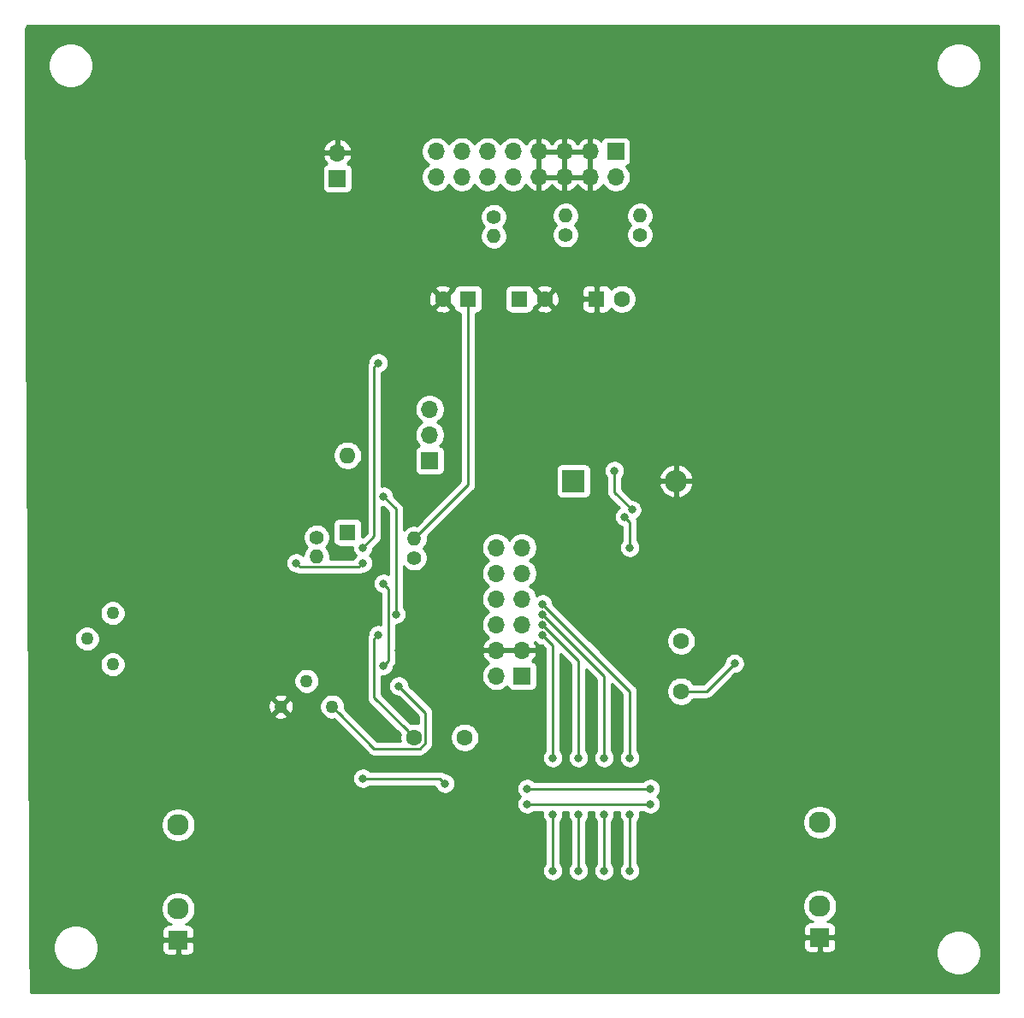
<source format=gbr>
G04 #@! TF.GenerationSoftware,KiCad,Pcbnew,(5.1.5)-3*
G04 #@! TF.CreationDate,2022-04-14T12:46:43+02:00*
G04 #@! TF.ProjectId,PMod_ADDAC,504d6f64-5f41-4444-9441-432e6b696361,rev?*
G04 #@! TF.SameCoordinates,Original*
G04 #@! TF.FileFunction,Copper,L2,Bot*
G04 #@! TF.FilePolarity,Positive*
%FSLAX46Y46*%
G04 Gerber Fmt 4.6, Leading zero omitted, Abs format (unit mm)*
G04 Created by KiCad (PCBNEW (5.1.5)-3) date 2022-04-14 12:46:43*
%MOMM*%
%LPD*%
G04 APERTURE LIST*
%ADD10O,1.400000X1.400000*%
%ADD11C,1.400000*%
%ADD12O,2.200000X2.200000*%
%ADD13R,2.200000X2.200000*%
%ADD14O,1.600000X1.600000*%
%ADD15R,1.600000X1.600000*%
%ADD16O,1.700000X1.700000*%
%ADD17R,1.700000X1.700000*%
%ADD18C,1.600000*%
%ADD19C,1.260000*%
%ADD20C,2.130000*%
%ADD21R,1.930000X1.830000*%
%ADD22C,0.800000*%
%ADD23C,0.250000*%
%ADD24C,0.254000*%
G04 APERTURE END LIST*
D10*
X67564000Y-95372000D03*
D11*
X67564000Y-93472000D03*
D12*
X103124000Y-87884000D03*
D13*
X92964000Y-87884000D03*
D14*
X70612000Y-85344000D03*
D15*
X70612000Y-92964000D03*
D10*
X77216000Y-93604000D03*
D11*
X77216000Y-95504000D03*
D16*
X85344000Y-94488000D03*
X87884000Y-94488000D03*
X85344000Y-97028000D03*
X87884000Y-97028000D03*
X85344000Y-99568000D03*
X87884000Y-99568000D03*
X85344000Y-102108000D03*
X87884000Y-102108000D03*
X85344000Y-104648000D03*
X87884000Y-104648000D03*
X85344000Y-107188000D03*
D17*
X87884000Y-107188000D03*
D18*
X80050000Y-69850000D03*
D15*
X82550000Y-69850000D03*
D18*
X90130000Y-69850000D03*
D15*
X87630000Y-69850000D03*
D18*
X97750000Y-69850000D03*
D15*
X95250000Y-69850000D03*
D10*
X85090000Y-63622000D03*
D11*
X85090000Y-61722000D03*
D10*
X92202000Y-61600000D03*
D11*
X92202000Y-63500000D03*
D10*
X99568000Y-61600000D03*
D11*
X99568000Y-63500000D03*
D16*
X78740000Y-80772000D03*
X78740000Y-83312000D03*
D17*
X78740000Y-85852000D03*
D19*
X47371000Y-106045000D03*
X44831000Y-103505000D03*
X47371000Y-100965000D03*
X64008000Y-110236000D03*
X66548000Y-107696000D03*
X69088000Y-110236000D03*
D20*
X117348000Y-121696000D03*
D21*
X117348000Y-133096000D03*
D20*
X117348000Y-129996000D03*
X53848000Y-121950000D03*
D21*
X53848000Y-133350000D03*
D20*
X53848000Y-130250000D03*
D16*
X79375000Y-57785000D03*
X79375000Y-55245000D03*
X81915000Y-57785000D03*
X81915000Y-55245000D03*
X84455000Y-57785000D03*
X84455000Y-55245000D03*
X86995000Y-57785000D03*
X86995000Y-55245000D03*
X89535000Y-57785000D03*
X89535000Y-55245000D03*
X92075000Y-57785000D03*
X92075000Y-55245000D03*
X94615000Y-57785000D03*
X94615000Y-55245000D03*
X97155000Y-57785000D03*
D17*
X97155000Y-55245000D03*
D16*
X69596000Y-55372000D03*
D17*
X69596000Y-57912000D03*
D18*
X103632000Y-103712000D03*
X103632000Y-108712000D03*
X82216000Y-113284000D03*
X77216000Y-113284000D03*
D22*
X89902041Y-102121959D03*
X93472000Y-115316000D03*
X89897388Y-103142612D03*
X90932000Y-115316000D03*
X98552000Y-120904000D03*
X98552000Y-126492000D03*
X89911347Y-100080653D03*
X98552000Y-115316000D03*
X96012000Y-120904000D03*
X96012000Y-126492000D03*
X89906694Y-101101306D03*
X96012000Y-115316000D03*
X77724000Y-60960000D03*
X87376000Y-60452000D03*
X65532000Y-103124000D03*
X52832000Y-106172000D03*
X51308000Y-113792000D03*
X109728000Y-98552000D03*
X106172000Y-103124000D03*
X106680000Y-114300000D03*
X121920000Y-114808000D03*
X87376000Y-113792000D03*
X89408000Y-129540000D03*
X86868000Y-124968000D03*
X74676000Y-123952000D03*
X79248000Y-115824000D03*
X78740000Y-101600000D03*
X75692000Y-104648000D03*
X42164000Y-110236000D03*
X100584000Y-118364000D03*
X88392000Y-118364000D03*
X100584000Y-119888000D03*
X88392000Y-119888000D03*
X73660000Y-103124000D03*
X75692000Y-108204000D03*
X93472000Y-120904000D03*
X93472000Y-126492000D03*
X90932000Y-120904000D03*
X90932000Y-126492000D03*
X98044000Y-91440000D03*
X98552000Y-94488000D03*
X73660000Y-76200000D03*
X72136000Y-94488000D03*
X98751108Y-90732892D03*
X97025000Y-86868000D03*
X72136000Y-117348000D03*
X80264000Y-117856000D03*
X74168000Y-89408000D03*
X75401000Y-101092000D03*
X74168000Y-98044000D03*
X74168000Y-106172000D03*
X72136000Y-96012000D03*
X65532000Y-96012000D03*
X108914500Y-105969500D03*
D23*
X89902041Y-102121959D02*
X93472000Y-105691918D01*
X93472000Y-105691918D02*
X93472000Y-115316000D01*
X89897388Y-103142612D02*
X90932000Y-104177224D01*
X90932000Y-104177224D02*
X90932000Y-115316000D01*
X98552000Y-125476000D02*
X98552000Y-125984000D01*
X98552000Y-120904000D02*
X98552000Y-125476000D01*
X98552000Y-125984000D02*
X98552000Y-126492000D01*
X89911347Y-100080653D02*
X94986694Y-105156000D01*
X94986694Y-105156000D02*
X94996000Y-105156000D01*
X94996000Y-105156000D02*
X98552000Y-108712000D01*
X98552000Y-108712000D02*
X98552000Y-115316000D01*
X96012000Y-120904000D02*
X96012000Y-125984000D01*
X96012000Y-125984000D02*
X96012000Y-126492000D01*
X89906694Y-101101306D02*
X96012000Y-107206612D01*
X96012000Y-107206612D02*
X96012000Y-115316000D01*
X77724000Y-60452000D02*
X77724000Y-60960000D01*
X109728000Y-98552000D02*
X111252000Y-98552000D01*
X106680000Y-114300000D02*
X106680000Y-114808000D01*
X86868000Y-124968000D02*
X86360000Y-124460000D01*
X86360000Y-124460000D02*
X77216000Y-124460000D01*
X77216000Y-124460000D02*
X76708000Y-123952000D01*
X76708000Y-123952000D02*
X77216000Y-123952000D01*
X100584000Y-118364000D02*
X88392000Y-118364000D01*
X100584000Y-119888000D02*
X88392000Y-119888000D01*
X76416001Y-112484001D02*
X77216000Y-113284000D01*
X73260001Y-109328001D02*
X76416001Y-112484001D01*
X73260001Y-103523999D02*
X73260001Y-109328001D01*
X73660000Y-103124000D02*
X73260001Y-103523999D01*
X82550000Y-88270000D02*
X77216000Y-93604000D01*
X82550000Y-69850000D02*
X82550000Y-88270000D01*
X69717999Y-110865999D02*
X69088000Y-110236000D01*
X73261001Y-114409001D02*
X69717999Y-110865999D01*
X77756001Y-114409001D02*
X73261001Y-114409001D01*
X78341001Y-113824001D02*
X77756001Y-114409001D01*
X78341001Y-110853001D02*
X78341001Y-113824001D01*
X75692000Y-108204000D02*
X78341001Y-110853001D01*
X93472000Y-120904000D02*
X93472000Y-125984000D01*
X93472000Y-125984000D02*
X93472000Y-126492000D01*
X90932000Y-120904000D02*
X90932000Y-125984000D01*
X90932000Y-125984000D02*
X90932000Y-126492000D01*
X98044000Y-91440000D02*
X98552000Y-91948000D01*
X98552000Y-91948000D02*
X98552000Y-94488000D01*
X73660000Y-76200000D02*
X73260001Y-76599999D01*
X73260001Y-76599999D02*
X73260001Y-90532001D01*
X73260001Y-90532001D02*
X73260001Y-93363999D01*
X73260001Y-93363999D02*
X72136000Y-94488000D01*
X98751108Y-90732892D02*
X97025000Y-89006784D01*
X97025000Y-89006784D02*
X97025000Y-86868000D01*
X72136000Y-117348000D02*
X79756000Y-117348000D01*
X79756000Y-117348000D02*
X80264000Y-117856000D01*
X74168000Y-89408000D02*
X75401000Y-90641000D01*
X75401000Y-90641000D02*
X75401000Y-101092000D01*
X74168000Y-98044000D02*
X74676000Y-98552000D01*
X74676000Y-98552000D02*
X74676000Y-105664000D01*
X74676000Y-105664000D02*
X74168000Y-106172000D01*
X65931999Y-96411999D02*
X65532000Y-96012000D01*
X72136000Y-96012000D02*
X71736001Y-96411999D01*
X71736001Y-96411999D02*
X65931999Y-96411999D01*
X103632000Y-108712000D02*
X106172000Y-108712000D01*
X106172000Y-108712000D02*
X108914500Y-105969500D01*
D24*
G36*
X135001000Y-138557000D02*
G01*
X39242330Y-138557000D01*
X39217647Y-133891872D01*
X41453000Y-133891872D01*
X41453000Y-134332128D01*
X41538890Y-134763925D01*
X41707369Y-135170669D01*
X41951962Y-135536729D01*
X42263271Y-135848038D01*
X42629331Y-136092631D01*
X43036075Y-136261110D01*
X43467872Y-136347000D01*
X43908128Y-136347000D01*
X44339925Y-136261110D01*
X44746669Y-136092631D01*
X45112729Y-135848038D01*
X45424038Y-135536729D01*
X45668631Y-135170669D01*
X45837110Y-134763925D01*
X45923000Y-134332128D01*
X45923000Y-134265000D01*
X52244928Y-134265000D01*
X52257188Y-134389482D01*
X52293498Y-134509180D01*
X52352463Y-134619494D01*
X52431815Y-134716185D01*
X52528506Y-134795537D01*
X52638820Y-134854502D01*
X52758518Y-134890812D01*
X52883000Y-134903072D01*
X53562250Y-134900000D01*
X53721000Y-134741250D01*
X53721000Y-133477000D01*
X53975000Y-133477000D01*
X53975000Y-134741250D01*
X54133750Y-134900000D01*
X54813000Y-134903072D01*
X54937482Y-134890812D01*
X55057180Y-134854502D01*
X55167494Y-134795537D01*
X55264185Y-134716185D01*
X55343537Y-134619494D01*
X55402502Y-134509180D01*
X55438812Y-134389482D01*
X55451072Y-134265000D01*
X55449832Y-134011000D01*
X115744928Y-134011000D01*
X115757188Y-134135482D01*
X115793498Y-134255180D01*
X115852463Y-134365494D01*
X115931815Y-134462185D01*
X116028506Y-134541537D01*
X116138820Y-134600502D01*
X116258518Y-134636812D01*
X116383000Y-134649072D01*
X117062250Y-134646000D01*
X117221000Y-134487250D01*
X117221000Y-133223000D01*
X117475000Y-133223000D01*
X117475000Y-134487250D01*
X117633750Y-134646000D01*
X118313000Y-134649072D01*
X118437482Y-134636812D01*
X118557180Y-134600502D01*
X118667494Y-134541537D01*
X118764185Y-134462185D01*
X118815323Y-134399872D01*
X128829000Y-134399872D01*
X128829000Y-134840128D01*
X128914890Y-135271925D01*
X129083369Y-135678669D01*
X129327962Y-136044729D01*
X129639271Y-136356038D01*
X130005331Y-136600631D01*
X130412075Y-136769110D01*
X130843872Y-136855000D01*
X131284128Y-136855000D01*
X131715925Y-136769110D01*
X132122669Y-136600631D01*
X132488729Y-136356038D01*
X132800038Y-136044729D01*
X133044631Y-135678669D01*
X133213110Y-135271925D01*
X133299000Y-134840128D01*
X133299000Y-134399872D01*
X133213110Y-133968075D01*
X133044631Y-133561331D01*
X132800038Y-133195271D01*
X132488729Y-132883962D01*
X132122669Y-132639369D01*
X131715925Y-132470890D01*
X131284128Y-132385000D01*
X130843872Y-132385000D01*
X130412075Y-132470890D01*
X130005331Y-132639369D01*
X129639271Y-132883962D01*
X129327962Y-133195271D01*
X129083369Y-133561331D01*
X128914890Y-133968075D01*
X128829000Y-134399872D01*
X118815323Y-134399872D01*
X118843537Y-134365494D01*
X118902502Y-134255180D01*
X118938812Y-134135482D01*
X118951072Y-134011000D01*
X118948000Y-133381750D01*
X118789250Y-133223000D01*
X117475000Y-133223000D01*
X117221000Y-133223000D01*
X115906750Y-133223000D01*
X115748000Y-133381750D01*
X115744928Y-134011000D01*
X55449832Y-134011000D01*
X55448000Y-133635750D01*
X55289250Y-133477000D01*
X53975000Y-133477000D01*
X53721000Y-133477000D01*
X52406750Y-133477000D01*
X52248000Y-133635750D01*
X52244928Y-134265000D01*
X45923000Y-134265000D01*
X45923000Y-133891872D01*
X45837110Y-133460075D01*
X45668631Y-133053331D01*
X45424038Y-132687271D01*
X45112729Y-132375962D01*
X44746669Y-132131369D01*
X44339925Y-131962890D01*
X43908128Y-131877000D01*
X43467872Y-131877000D01*
X43036075Y-131962890D01*
X42629331Y-132131369D01*
X42263271Y-132375962D01*
X41951962Y-132687271D01*
X41707369Y-133053331D01*
X41538890Y-133460075D01*
X41453000Y-133891872D01*
X39217647Y-133891872D01*
X39197493Y-130082565D01*
X52148000Y-130082565D01*
X52148000Y-130417435D01*
X52213330Y-130745872D01*
X52341479Y-131055252D01*
X52527523Y-131333687D01*
X52764313Y-131570477D01*
X53042748Y-131756521D01*
X53143140Y-131798105D01*
X52883000Y-131796928D01*
X52758518Y-131809188D01*
X52638820Y-131845498D01*
X52528506Y-131904463D01*
X52431815Y-131983815D01*
X52352463Y-132080506D01*
X52293498Y-132190820D01*
X52257188Y-132310518D01*
X52244928Y-132435000D01*
X52248000Y-133064250D01*
X52406750Y-133223000D01*
X53721000Y-133223000D01*
X53721000Y-133203000D01*
X53975000Y-133203000D01*
X53975000Y-133223000D01*
X55289250Y-133223000D01*
X55448000Y-133064250D01*
X55451072Y-132435000D01*
X55438812Y-132310518D01*
X55402502Y-132190820D01*
X55343537Y-132080506D01*
X55264185Y-131983815D01*
X55167494Y-131904463D01*
X55057180Y-131845498D01*
X54937482Y-131809188D01*
X54813000Y-131796928D01*
X54552860Y-131798105D01*
X54653252Y-131756521D01*
X54931687Y-131570477D01*
X55168477Y-131333687D01*
X55354521Y-131055252D01*
X55482670Y-130745872D01*
X55548000Y-130417435D01*
X55548000Y-130082565D01*
X55497477Y-129828565D01*
X115648000Y-129828565D01*
X115648000Y-130163435D01*
X115713330Y-130491872D01*
X115841479Y-130801252D01*
X116027523Y-131079687D01*
X116264313Y-131316477D01*
X116542748Y-131502521D01*
X116643140Y-131544105D01*
X116383000Y-131542928D01*
X116258518Y-131555188D01*
X116138820Y-131591498D01*
X116028506Y-131650463D01*
X115931815Y-131729815D01*
X115852463Y-131826506D01*
X115793498Y-131936820D01*
X115757188Y-132056518D01*
X115744928Y-132181000D01*
X115748000Y-132810250D01*
X115906750Y-132969000D01*
X117221000Y-132969000D01*
X117221000Y-132949000D01*
X117475000Y-132949000D01*
X117475000Y-132969000D01*
X118789250Y-132969000D01*
X118948000Y-132810250D01*
X118951072Y-132181000D01*
X118938812Y-132056518D01*
X118902502Y-131936820D01*
X118843537Y-131826506D01*
X118764185Y-131729815D01*
X118667494Y-131650463D01*
X118557180Y-131591498D01*
X118437482Y-131555188D01*
X118313000Y-131542928D01*
X118052860Y-131544105D01*
X118153252Y-131502521D01*
X118431687Y-131316477D01*
X118668477Y-131079687D01*
X118854521Y-130801252D01*
X118982670Y-130491872D01*
X119048000Y-130163435D01*
X119048000Y-129828565D01*
X118982670Y-129500128D01*
X118854521Y-129190748D01*
X118668477Y-128912313D01*
X118431687Y-128675523D01*
X118153252Y-128489479D01*
X117843872Y-128361330D01*
X117515435Y-128296000D01*
X117180565Y-128296000D01*
X116852128Y-128361330D01*
X116542748Y-128489479D01*
X116264313Y-128675523D01*
X116027523Y-128912313D01*
X115841479Y-129190748D01*
X115713330Y-129500128D01*
X115648000Y-129828565D01*
X55497477Y-129828565D01*
X55482670Y-129754128D01*
X55354521Y-129444748D01*
X55168477Y-129166313D01*
X54931687Y-128929523D01*
X54653252Y-128743479D01*
X54343872Y-128615330D01*
X54015435Y-128550000D01*
X53680565Y-128550000D01*
X53352128Y-128615330D01*
X53042748Y-128743479D01*
X52764313Y-128929523D01*
X52527523Y-129166313D01*
X52341479Y-129444748D01*
X52213330Y-129754128D01*
X52148000Y-130082565D01*
X39197493Y-130082565D01*
X39153578Y-121782565D01*
X52148000Y-121782565D01*
X52148000Y-122117435D01*
X52213330Y-122445872D01*
X52341479Y-122755252D01*
X52527523Y-123033687D01*
X52764313Y-123270477D01*
X53042748Y-123456521D01*
X53352128Y-123584670D01*
X53680565Y-123650000D01*
X54015435Y-123650000D01*
X54343872Y-123584670D01*
X54653252Y-123456521D01*
X54931687Y-123270477D01*
X55168477Y-123033687D01*
X55354521Y-122755252D01*
X55482670Y-122445872D01*
X55548000Y-122117435D01*
X55548000Y-121782565D01*
X55482670Y-121454128D01*
X55354521Y-121144748D01*
X55168477Y-120866313D01*
X54931687Y-120629523D01*
X54653252Y-120443479D01*
X54343872Y-120315330D01*
X54015435Y-120250000D01*
X53680565Y-120250000D01*
X53352128Y-120315330D01*
X53042748Y-120443479D01*
X52764313Y-120629523D01*
X52527523Y-120866313D01*
X52341479Y-121144748D01*
X52213330Y-121454128D01*
X52148000Y-121782565D01*
X39153578Y-121782565D01*
X39129576Y-117246061D01*
X71101000Y-117246061D01*
X71101000Y-117449939D01*
X71140774Y-117649898D01*
X71218795Y-117838256D01*
X71332063Y-118007774D01*
X71476226Y-118151937D01*
X71645744Y-118265205D01*
X71834102Y-118343226D01*
X72034061Y-118383000D01*
X72237939Y-118383000D01*
X72437898Y-118343226D01*
X72626256Y-118265205D01*
X72795774Y-118151937D01*
X72839711Y-118108000D01*
X79258849Y-118108000D01*
X79268774Y-118157898D01*
X79346795Y-118346256D01*
X79460063Y-118515774D01*
X79604226Y-118659937D01*
X79773744Y-118773205D01*
X79962102Y-118851226D01*
X80162061Y-118891000D01*
X80365939Y-118891000D01*
X80565898Y-118851226D01*
X80754256Y-118773205D01*
X80923774Y-118659937D01*
X81067937Y-118515774D01*
X81181205Y-118346256D01*
X81216079Y-118262061D01*
X87357000Y-118262061D01*
X87357000Y-118465939D01*
X87396774Y-118665898D01*
X87474795Y-118854256D01*
X87588063Y-119023774D01*
X87690289Y-119126000D01*
X87588063Y-119228226D01*
X87474795Y-119397744D01*
X87396774Y-119586102D01*
X87357000Y-119786061D01*
X87357000Y-119989939D01*
X87396774Y-120189898D01*
X87474795Y-120378256D01*
X87588063Y-120547774D01*
X87732226Y-120691937D01*
X87901744Y-120805205D01*
X88090102Y-120883226D01*
X88290061Y-120923000D01*
X88493939Y-120923000D01*
X88693898Y-120883226D01*
X88882256Y-120805205D01*
X89051774Y-120691937D01*
X89095711Y-120648000D01*
X89927644Y-120648000D01*
X89897000Y-120802061D01*
X89897000Y-121005939D01*
X89936774Y-121205898D01*
X90014795Y-121394256D01*
X90128063Y-121563774D01*
X90172000Y-121607711D01*
X90172001Y-125788288D01*
X90128063Y-125832226D01*
X90014795Y-126001744D01*
X89936774Y-126190102D01*
X89897000Y-126390061D01*
X89897000Y-126593939D01*
X89936774Y-126793898D01*
X90014795Y-126982256D01*
X90128063Y-127151774D01*
X90272226Y-127295937D01*
X90441744Y-127409205D01*
X90630102Y-127487226D01*
X90830061Y-127527000D01*
X91033939Y-127527000D01*
X91233898Y-127487226D01*
X91422256Y-127409205D01*
X91591774Y-127295937D01*
X91735937Y-127151774D01*
X91849205Y-126982256D01*
X91927226Y-126793898D01*
X91967000Y-126593939D01*
X91967000Y-126390061D01*
X91927226Y-126190102D01*
X91849205Y-126001744D01*
X91735937Y-125832226D01*
X91692000Y-125788289D01*
X91692000Y-121607711D01*
X91735937Y-121563774D01*
X91849205Y-121394256D01*
X91927226Y-121205898D01*
X91967000Y-121005939D01*
X91967000Y-120802061D01*
X91936356Y-120648000D01*
X92467644Y-120648000D01*
X92437000Y-120802061D01*
X92437000Y-121005939D01*
X92476774Y-121205898D01*
X92554795Y-121394256D01*
X92668063Y-121563774D01*
X92712000Y-121607711D01*
X92712001Y-125788288D01*
X92668063Y-125832226D01*
X92554795Y-126001744D01*
X92476774Y-126190102D01*
X92437000Y-126390061D01*
X92437000Y-126593939D01*
X92476774Y-126793898D01*
X92554795Y-126982256D01*
X92668063Y-127151774D01*
X92812226Y-127295937D01*
X92981744Y-127409205D01*
X93170102Y-127487226D01*
X93370061Y-127527000D01*
X93573939Y-127527000D01*
X93773898Y-127487226D01*
X93962256Y-127409205D01*
X94131774Y-127295937D01*
X94275937Y-127151774D01*
X94389205Y-126982256D01*
X94467226Y-126793898D01*
X94507000Y-126593939D01*
X94507000Y-126390061D01*
X94467226Y-126190102D01*
X94389205Y-126001744D01*
X94275937Y-125832226D01*
X94232000Y-125788289D01*
X94232000Y-121607711D01*
X94275937Y-121563774D01*
X94389205Y-121394256D01*
X94467226Y-121205898D01*
X94507000Y-121005939D01*
X94507000Y-120802061D01*
X94476356Y-120648000D01*
X95007644Y-120648000D01*
X94977000Y-120802061D01*
X94977000Y-121005939D01*
X95016774Y-121205898D01*
X95094795Y-121394256D01*
X95208063Y-121563774D01*
X95252000Y-121607711D01*
X95252001Y-125788288D01*
X95208063Y-125832226D01*
X95094795Y-126001744D01*
X95016774Y-126190102D01*
X94977000Y-126390061D01*
X94977000Y-126593939D01*
X95016774Y-126793898D01*
X95094795Y-126982256D01*
X95208063Y-127151774D01*
X95352226Y-127295937D01*
X95521744Y-127409205D01*
X95710102Y-127487226D01*
X95910061Y-127527000D01*
X96113939Y-127527000D01*
X96313898Y-127487226D01*
X96502256Y-127409205D01*
X96671774Y-127295937D01*
X96815937Y-127151774D01*
X96929205Y-126982256D01*
X97007226Y-126793898D01*
X97047000Y-126593939D01*
X97047000Y-126390061D01*
X97007226Y-126190102D01*
X96929205Y-126001744D01*
X96815937Y-125832226D01*
X96772000Y-125788289D01*
X96772000Y-121607711D01*
X96815937Y-121563774D01*
X96929205Y-121394256D01*
X97007226Y-121205898D01*
X97047000Y-121005939D01*
X97047000Y-120802061D01*
X97016356Y-120648000D01*
X97547644Y-120648000D01*
X97517000Y-120802061D01*
X97517000Y-121005939D01*
X97556774Y-121205898D01*
X97634795Y-121394256D01*
X97748063Y-121563774D01*
X97792000Y-121607711D01*
X97792001Y-125438658D01*
X97792000Y-125438668D01*
X97792000Y-125788289D01*
X97748063Y-125832226D01*
X97634795Y-126001744D01*
X97556774Y-126190102D01*
X97517000Y-126390061D01*
X97517000Y-126593939D01*
X97556774Y-126793898D01*
X97634795Y-126982256D01*
X97748063Y-127151774D01*
X97892226Y-127295937D01*
X98061744Y-127409205D01*
X98250102Y-127487226D01*
X98450061Y-127527000D01*
X98653939Y-127527000D01*
X98853898Y-127487226D01*
X99042256Y-127409205D01*
X99211774Y-127295937D01*
X99355937Y-127151774D01*
X99469205Y-126982256D01*
X99547226Y-126793898D01*
X99587000Y-126593939D01*
X99587000Y-126390061D01*
X99547226Y-126190102D01*
X99469205Y-126001744D01*
X99355937Y-125832226D01*
X99312000Y-125788289D01*
X99312000Y-121607711D01*
X99355937Y-121563774D01*
X99379462Y-121528565D01*
X115648000Y-121528565D01*
X115648000Y-121863435D01*
X115713330Y-122191872D01*
X115841479Y-122501252D01*
X116027523Y-122779687D01*
X116264313Y-123016477D01*
X116542748Y-123202521D01*
X116852128Y-123330670D01*
X117180565Y-123396000D01*
X117515435Y-123396000D01*
X117843872Y-123330670D01*
X118153252Y-123202521D01*
X118431687Y-123016477D01*
X118668477Y-122779687D01*
X118854521Y-122501252D01*
X118982670Y-122191872D01*
X119048000Y-121863435D01*
X119048000Y-121528565D01*
X118982670Y-121200128D01*
X118854521Y-120890748D01*
X118668477Y-120612313D01*
X118431687Y-120375523D01*
X118153252Y-120189479D01*
X117843872Y-120061330D01*
X117515435Y-119996000D01*
X117180565Y-119996000D01*
X116852128Y-120061330D01*
X116542748Y-120189479D01*
X116264313Y-120375523D01*
X116027523Y-120612313D01*
X115841479Y-120890748D01*
X115713330Y-121200128D01*
X115648000Y-121528565D01*
X99379462Y-121528565D01*
X99469205Y-121394256D01*
X99547226Y-121205898D01*
X99587000Y-121005939D01*
X99587000Y-120802061D01*
X99556356Y-120648000D01*
X99880289Y-120648000D01*
X99924226Y-120691937D01*
X100093744Y-120805205D01*
X100282102Y-120883226D01*
X100482061Y-120923000D01*
X100685939Y-120923000D01*
X100885898Y-120883226D01*
X101074256Y-120805205D01*
X101243774Y-120691937D01*
X101387937Y-120547774D01*
X101501205Y-120378256D01*
X101579226Y-120189898D01*
X101619000Y-119989939D01*
X101619000Y-119786061D01*
X101579226Y-119586102D01*
X101501205Y-119397744D01*
X101387937Y-119228226D01*
X101285711Y-119126000D01*
X101387937Y-119023774D01*
X101501205Y-118854256D01*
X101579226Y-118665898D01*
X101619000Y-118465939D01*
X101619000Y-118262061D01*
X101579226Y-118062102D01*
X101501205Y-117873744D01*
X101387937Y-117704226D01*
X101243774Y-117560063D01*
X101074256Y-117446795D01*
X100885898Y-117368774D01*
X100685939Y-117329000D01*
X100482061Y-117329000D01*
X100282102Y-117368774D01*
X100093744Y-117446795D01*
X99924226Y-117560063D01*
X99880289Y-117604000D01*
X89095711Y-117604000D01*
X89051774Y-117560063D01*
X88882256Y-117446795D01*
X88693898Y-117368774D01*
X88493939Y-117329000D01*
X88290061Y-117329000D01*
X88090102Y-117368774D01*
X87901744Y-117446795D01*
X87732226Y-117560063D01*
X87588063Y-117704226D01*
X87474795Y-117873744D01*
X87396774Y-118062102D01*
X87357000Y-118262061D01*
X81216079Y-118262061D01*
X81259226Y-118157898D01*
X81299000Y-117957939D01*
X81299000Y-117754061D01*
X81259226Y-117554102D01*
X81181205Y-117365744D01*
X81067937Y-117196226D01*
X80923774Y-117052063D01*
X80754256Y-116938795D01*
X80565898Y-116860774D01*
X80365939Y-116821000D01*
X80306671Y-116821000D01*
X80296001Y-116807999D01*
X80180276Y-116713026D01*
X80048247Y-116642454D01*
X79904986Y-116598997D01*
X79793333Y-116588000D01*
X79793322Y-116588000D01*
X79756000Y-116584324D01*
X79718678Y-116588000D01*
X72839711Y-116588000D01*
X72795774Y-116544063D01*
X72626256Y-116430795D01*
X72437898Y-116352774D01*
X72237939Y-116313000D01*
X72034061Y-116313000D01*
X71834102Y-116352774D01*
X71645744Y-116430795D01*
X71476226Y-116544063D01*
X71332063Y-116688226D01*
X71218795Y-116857744D01*
X71140774Y-117046102D01*
X71101000Y-117246061D01*
X39129576Y-117246061D01*
X39097095Y-111107224D01*
X63316381Y-111107224D01*
X63367337Y-111333862D01*
X63593830Y-111437754D01*
X63836238Y-111495463D01*
X64085248Y-111504772D01*
X64331289Y-111465323D01*
X64564905Y-111378632D01*
X64648663Y-111333862D01*
X64699619Y-111107224D01*
X64008000Y-110415605D01*
X63316381Y-111107224D01*
X39097095Y-111107224D01*
X39092894Y-110313248D01*
X62739228Y-110313248D01*
X62778677Y-110559289D01*
X62865368Y-110792905D01*
X62910138Y-110876663D01*
X63136776Y-110927619D01*
X63828395Y-110236000D01*
X64187605Y-110236000D01*
X64879224Y-110927619D01*
X65105862Y-110876663D01*
X65209754Y-110650170D01*
X65267463Y-110407762D01*
X65276772Y-110158752D01*
X65237323Y-109912711D01*
X65150632Y-109679095D01*
X65105862Y-109595337D01*
X64879224Y-109544381D01*
X64187605Y-110236000D01*
X63828395Y-110236000D01*
X63136776Y-109544381D01*
X62910138Y-109595337D01*
X62806246Y-109821830D01*
X62748537Y-110064238D01*
X62739228Y-110313248D01*
X39092894Y-110313248D01*
X39087876Y-109364776D01*
X63316381Y-109364776D01*
X64008000Y-110056395D01*
X64699619Y-109364776D01*
X64648663Y-109138138D01*
X64422170Y-109034246D01*
X64179762Y-108976537D01*
X63930752Y-108967228D01*
X63684711Y-109006677D01*
X63451095Y-109093368D01*
X63367337Y-109138138D01*
X63316381Y-109364776D01*
X39087876Y-109364776D01*
X39078387Y-107571408D01*
X65283000Y-107571408D01*
X65283000Y-107820592D01*
X65331613Y-108064987D01*
X65426971Y-108295202D01*
X65565410Y-108502391D01*
X65741609Y-108678590D01*
X65948798Y-108817029D01*
X66179013Y-108912387D01*
X66423408Y-108961000D01*
X66672592Y-108961000D01*
X66916987Y-108912387D01*
X67147202Y-108817029D01*
X67354391Y-108678590D01*
X67530590Y-108502391D01*
X67669029Y-108295202D01*
X67764387Y-108064987D01*
X67813000Y-107820592D01*
X67813000Y-107571408D01*
X67764387Y-107327013D01*
X67669029Y-107096798D01*
X67530590Y-106889609D01*
X67354391Y-106713410D01*
X67147202Y-106574971D01*
X66916987Y-106479613D01*
X66672592Y-106431000D01*
X66423408Y-106431000D01*
X66179013Y-106479613D01*
X65948798Y-106574971D01*
X65741609Y-106713410D01*
X65565410Y-106889609D01*
X65426971Y-107096798D01*
X65331613Y-107327013D01*
X65283000Y-107571408D01*
X39078387Y-107571408D01*
X39069651Y-105920408D01*
X46106000Y-105920408D01*
X46106000Y-106169592D01*
X46154613Y-106413987D01*
X46249971Y-106644202D01*
X46388410Y-106851391D01*
X46564609Y-107027590D01*
X46771798Y-107166029D01*
X47002013Y-107261387D01*
X47246408Y-107310000D01*
X47495592Y-107310000D01*
X47739987Y-107261387D01*
X47970202Y-107166029D01*
X48177391Y-107027590D01*
X48353590Y-106851391D01*
X48492029Y-106644202D01*
X48587387Y-106413987D01*
X48636000Y-106169592D01*
X48636000Y-105920408D01*
X48587387Y-105676013D01*
X48492029Y-105445798D01*
X48353590Y-105238609D01*
X48177391Y-105062410D01*
X47970202Y-104923971D01*
X47739987Y-104828613D01*
X47495592Y-104780000D01*
X47246408Y-104780000D01*
X47002013Y-104828613D01*
X46771798Y-104923971D01*
X46564609Y-105062410D01*
X46388410Y-105238609D01*
X46249971Y-105445798D01*
X46154613Y-105676013D01*
X46106000Y-105920408D01*
X39069651Y-105920408D01*
X39056211Y-103380408D01*
X43566000Y-103380408D01*
X43566000Y-103629592D01*
X43614613Y-103873987D01*
X43709971Y-104104202D01*
X43848410Y-104311391D01*
X44024609Y-104487590D01*
X44231798Y-104626029D01*
X44462013Y-104721387D01*
X44706408Y-104770000D01*
X44955592Y-104770000D01*
X45199987Y-104721387D01*
X45430202Y-104626029D01*
X45637391Y-104487590D01*
X45813590Y-104311391D01*
X45952029Y-104104202D01*
X46047387Y-103873987D01*
X46096000Y-103629592D01*
X46096000Y-103380408D01*
X46047387Y-103136013D01*
X45952029Y-102905798D01*
X45813590Y-102698609D01*
X45637391Y-102522410D01*
X45430202Y-102383971D01*
X45199987Y-102288613D01*
X44955592Y-102240000D01*
X44706408Y-102240000D01*
X44462013Y-102288613D01*
X44231798Y-102383971D01*
X44024609Y-102522410D01*
X43848410Y-102698609D01*
X43709971Y-102905798D01*
X43614613Y-103136013D01*
X43566000Y-103380408D01*
X39056211Y-103380408D01*
X39042772Y-100840408D01*
X46106000Y-100840408D01*
X46106000Y-101089592D01*
X46154613Y-101333987D01*
X46249971Y-101564202D01*
X46388410Y-101771391D01*
X46564609Y-101947590D01*
X46771798Y-102086029D01*
X47002013Y-102181387D01*
X47246408Y-102230000D01*
X47495592Y-102230000D01*
X47739987Y-102181387D01*
X47970202Y-102086029D01*
X48177391Y-101947590D01*
X48353590Y-101771391D01*
X48492029Y-101564202D01*
X48587387Y-101333987D01*
X48636000Y-101089592D01*
X48636000Y-100840408D01*
X48587387Y-100596013D01*
X48492029Y-100365798D01*
X48353590Y-100158609D01*
X48177391Y-99982410D01*
X47970202Y-99843971D01*
X47739987Y-99748613D01*
X47495592Y-99700000D01*
X47246408Y-99700000D01*
X47002013Y-99748613D01*
X46771798Y-99843971D01*
X46564609Y-99982410D01*
X46388410Y-100158609D01*
X46249971Y-100365798D01*
X46154613Y-100596013D01*
X46106000Y-100840408D01*
X39042772Y-100840408D01*
X39016686Y-95910061D01*
X64497000Y-95910061D01*
X64497000Y-96113939D01*
X64536774Y-96313898D01*
X64614795Y-96502256D01*
X64728063Y-96671774D01*
X64872226Y-96815937D01*
X65041744Y-96929205D01*
X65230102Y-97007226D01*
X65430061Y-97047000D01*
X65507774Y-97047000D01*
X65639752Y-97117545D01*
X65783013Y-97161002D01*
X65894666Y-97171999D01*
X65894676Y-97171999D01*
X65931998Y-97175675D01*
X65969321Y-97171999D01*
X71698679Y-97171999D01*
X71736001Y-97175675D01*
X71773323Y-97171999D01*
X71773334Y-97171999D01*
X71884987Y-97161002D01*
X72028248Y-97117545D01*
X72160226Y-97047000D01*
X72237939Y-97047000D01*
X72437898Y-97007226D01*
X72626256Y-96929205D01*
X72795774Y-96815937D01*
X72939937Y-96671774D01*
X73053205Y-96502256D01*
X73131226Y-96313898D01*
X73171000Y-96113939D01*
X73171000Y-95910061D01*
X73131226Y-95710102D01*
X73053205Y-95521744D01*
X72939937Y-95352226D01*
X72837711Y-95250000D01*
X72939937Y-95147774D01*
X73053205Y-94978256D01*
X73131226Y-94789898D01*
X73171000Y-94589939D01*
X73171000Y-94527802D01*
X73771009Y-93927794D01*
X73800002Y-93904000D01*
X73823796Y-93875007D01*
X73823800Y-93875003D01*
X73894974Y-93788276D01*
X73913838Y-93752985D01*
X73965547Y-93656246D01*
X74009004Y-93512985D01*
X74020001Y-93401332D01*
X74020001Y-93401323D01*
X74023677Y-93364000D01*
X74020001Y-93326677D01*
X74020001Y-90433838D01*
X74066061Y-90443000D01*
X74128199Y-90443000D01*
X74641000Y-90955802D01*
X74641001Y-97119648D01*
X74469898Y-97048774D01*
X74269939Y-97009000D01*
X74066061Y-97009000D01*
X73866102Y-97048774D01*
X73677744Y-97126795D01*
X73508226Y-97240063D01*
X73364063Y-97384226D01*
X73250795Y-97553744D01*
X73172774Y-97742102D01*
X73133000Y-97942061D01*
X73133000Y-98145939D01*
X73172774Y-98345898D01*
X73250795Y-98534256D01*
X73364063Y-98703774D01*
X73508226Y-98847937D01*
X73677744Y-98961205D01*
X73866102Y-99039226D01*
X73916000Y-99049151D01*
X73916001Y-102119644D01*
X73761939Y-102089000D01*
X73558061Y-102089000D01*
X73358102Y-102128774D01*
X73169744Y-102206795D01*
X73000226Y-102320063D01*
X72856063Y-102464226D01*
X72742795Y-102633744D01*
X72664774Y-102822102D01*
X72625000Y-103022061D01*
X72625000Y-103099774D01*
X72594434Y-103156959D01*
X72554455Y-103231753D01*
X72510998Y-103375014D01*
X72500001Y-103486667D01*
X72500001Y-103486677D01*
X72496325Y-103523999D01*
X72500001Y-103561322D01*
X72500002Y-109290669D01*
X72496325Y-109328001D01*
X72500002Y-109365334D01*
X72505145Y-109417546D01*
X72510999Y-109476986D01*
X72554455Y-109620247D01*
X72625027Y-109752277D01*
X72696202Y-109839003D01*
X72720001Y-109868002D01*
X72748999Y-109891800D01*
X75817312Y-112960114D01*
X75781000Y-113142665D01*
X75781000Y-113425335D01*
X75825491Y-113649001D01*
X73575804Y-113649001D01*
X70342115Y-110415314D01*
X70353000Y-110360592D01*
X70353000Y-110111408D01*
X70304387Y-109867013D01*
X70209029Y-109636798D01*
X70070590Y-109429609D01*
X69894391Y-109253410D01*
X69687202Y-109114971D01*
X69456987Y-109019613D01*
X69212592Y-108971000D01*
X68963408Y-108971000D01*
X68719013Y-109019613D01*
X68488798Y-109114971D01*
X68281609Y-109253410D01*
X68105410Y-109429609D01*
X67966971Y-109636798D01*
X67871613Y-109867013D01*
X67823000Y-110111408D01*
X67823000Y-110360592D01*
X67871613Y-110604987D01*
X67966971Y-110835202D01*
X68105410Y-111042391D01*
X68281609Y-111218590D01*
X68488798Y-111357029D01*
X68719013Y-111452387D01*
X68963408Y-111501000D01*
X69212592Y-111501000D01*
X69267314Y-111490115D01*
X72697206Y-114920009D01*
X72721000Y-114949002D01*
X72749993Y-114972796D01*
X72749997Y-114972800D01*
X72820686Y-115030812D01*
X72836725Y-115043975D01*
X72968754Y-115114547D01*
X73112015Y-115158004D01*
X73223668Y-115169001D01*
X73223677Y-115169001D01*
X73261000Y-115172677D01*
X73298323Y-115169001D01*
X77718679Y-115169001D01*
X77756001Y-115172677D01*
X77793323Y-115169001D01*
X77793334Y-115169001D01*
X77904987Y-115158004D01*
X78048248Y-115114547D01*
X78180277Y-115043975D01*
X78296002Y-114949002D01*
X78319804Y-114919999D01*
X78852003Y-114387801D01*
X78881002Y-114364002D01*
X78949120Y-114281000D01*
X78975975Y-114248278D01*
X79046547Y-114116248D01*
X79090004Y-113972987D01*
X79101001Y-113861334D01*
X79101001Y-113861324D01*
X79104677Y-113824001D01*
X79101001Y-113786678D01*
X79101001Y-113142665D01*
X80781000Y-113142665D01*
X80781000Y-113425335D01*
X80836147Y-113702574D01*
X80944320Y-113963727D01*
X81101363Y-114198759D01*
X81301241Y-114398637D01*
X81536273Y-114555680D01*
X81797426Y-114663853D01*
X82074665Y-114719000D01*
X82357335Y-114719000D01*
X82634574Y-114663853D01*
X82895727Y-114555680D01*
X83130759Y-114398637D01*
X83330637Y-114198759D01*
X83487680Y-113963727D01*
X83595853Y-113702574D01*
X83651000Y-113425335D01*
X83651000Y-113142665D01*
X83595853Y-112865426D01*
X83487680Y-112604273D01*
X83330637Y-112369241D01*
X83130759Y-112169363D01*
X82895727Y-112012320D01*
X82634574Y-111904147D01*
X82357335Y-111849000D01*
X82074665Y-111849000D01*
X81797426Y-111904147D01*
X81536273Y-112012320D01*
X81301241Y-112169363D01*
X81101363Y-112369241D01*
X80944320Y-112604273D01*
X80836147Y-112865426D01*
X80781000Y-113142665D01*
X79101001Y-113142665D01*
X79101001Y-110890323D01*
X79104677Y-110853000D01*
X79101001Y-110815677D01*
X79101001Y-110815668D01*
X79090004Y-110704015D01*
X79046547Y-110560754D01*
X78982923Y-110441723D01*
X78975975Y-110428724D01*
X78904800Y-110341998D01*
X78881002Y-110313000D01*
X78852005Y-110289203D01*
X76727000Y-108164199D01*
X76727000Y-108102061D01*
X76687226Y-107902102D01*
X76609205Y-107713744D01*
X76495937Y-107544226D01*
X76351774Y-107400063D01*
X76182256Y-107286795D01*
X75993898Y-107208774D01*
X75793939Y-107169000D01*
X75590061Y-107169000D01*
X75390102Y-107208774D01*
X75201744Y-107286795D01*
X75032226Y-107400063D01*
X74888063Y-107544226D01*
X74774795Y-107713744D01*
X74696774Y-107902102D01*
X74657000Y-108102061D01*
X74657000Y-108305939D01*
X74696774Y-108505898D01*
X74774795Y-108694256D01*
X74888063Y-108863774D01*
X75032226Y-109007937D01*
X75201744Y-109121205D01*
X75390102Y-109199226D01*
X75590061Y-109239000D01*
X75652199Y-109239000D01*
X77581001Y-111167803D01*
X77581001Y-111893491D01*
X77357335Y-111849000D01*
X77074665Y-111849000D01*
X76892114Y-111885312D01*
X74020001Y-109013200D01*
X74020001Y-107197838D01*
X74066061Y-107207000D01*
X74269939Y-107207000D01*
X74469898Y-107167226D01*
X74658256Y-107089205D01*
X74729292Y-107041740D01*
X83859000Y-107041740D01*
X83859000Y-107334260D01*
X83916068Y-107621158D01*
X84028010Y-107891411D01*
X84190525Y-108134632D01*
X84397368Y-108341475D01*
X84640589Y-108503990D01*
X84910842Y-108615932D01*
X85197740Y-108673000D01*
X85490260Y-108673000D01*
X85777158Y-108615932D01*
X86047411Y-108503990D01*
X86290632Y-108341475D01*
X86422487Y-108209620D01*
X86444498Y-108282180D01*
X86503463Y-108392494D01*
X86582815Y-108489185D01*
X86679506Y-108568537D01*
X86789820Y-108627502D01*
X86909518Y-108663812D01*
X87034000Y-108676072D01*
X88734000Y-108676072D01*
X88858482Y-108663812D01*
X88978180Y-108627502D01*
X89088494Y-108568537D01*
X89185185Y-108489185D01*
X89264537Y-108392494D01*
X89323502Y-108282180D01*
X89359812Y-108162482D01*
X89372072Y-108038000D01*
X89372072Y-106338000D01*
X89359812Y-106213518D01*
X89323502Y-106093820D01*
X89264537Y-105983506D01*
X89185185Y-105886815D01*
X89088494Y-105807463D01*
X88978180Y-105748498D01*
X88897534Y-105724034D01*
X88981588Y-105648269D01*
X89155641Y-105414920D01*
X89280825Y-105152099D01*
X89325476Y-105004890D01*
X89204155Y-104775000D01*
X88011000Y-104775000D01*
X88011000Y-104795000D01*
X87757000Y-104795000D01*
X87757000Y-104775000D01*
X85471000Y-104775000D01*
X85471000Y-104795000D01*
X85217000Y-104795000D01*
X85217000Y-104775000D01*
X84023845Y-104775000D01*
X83902524Y-105004890D01*
X83947175Y-105152099D01*
X84072359Y-105414920D01*
X84246412Y-105648269D01*
X84462645Y-105843178D01*
X84579534Y-105912805D01*
X84397368Y-106034525D01*
X84190525Y-106241368D01*
X84028010Y-106484589D01*
X83916068Y-106754842D01*
X83859000Y-107041740D01*
X74729292Y-107041740D01*
X74827774Y-106975937D01*
X74971937Y-106831774D01*
X75085205Y-106662256D01*
X75163226Y-106473898D01*
X75203000Y-106273939D01*
X75203000Y-106214671D01*
X75216001Y-106204001D01*
X75310974Y-106088276D01*
X75381546Y-105956247D01*
X75425003Y-105812986D01*
X75436000Y-105701333D01*
X75436000Y-105701324D01*
X75439676Y-105664001D01*
X75436000Y-105626678D01*
X75436000Y-102127000D01*
X75502939Y-102127000D01*
X75702898Y-102087226D01*
X75891256Y-102009205D01*
X76060774Y-101895937D01*
X76204937Y-101751774D01*
X76318205Y-101582256D01*
X76396226Y-101393898D01*
X76436000Y-101193939D01*
X76436000Y-100990061D01*
X76396226Y-100790102D01*
X76318205Y-100601744D01*
X76204937Y-100432226D01*
X76161000Y-100388289D01*
X76161000Y-96328017D01*
X76179038Y-96355013D01*
X76364987Y-96540962D01*
X76583641Y-96687061D01*
X76826595Y-96787696D01*
X77084514Y-96839000D01*
X77347486Y-96839000D01*
X77605405Y-96787696D01*
X77848359Y-96687061D01*
X78067013Y-96540962D01*
X78252962Y-96355013D01*
X78399061Y-96136359D01*
X78499696Y-95893405D01*
X78551000Y-95635486D01*
X78551000Y-95372514D01*
X78499696Y-95114595D01*
X78399061Y-94871641D01*
X78252962Y-94652987D01*
X78153975Y-94554000D01*
X78252962Y-94455013D01*
X78328648Y-94341740D01*
X83859000Y-94341740D01*
X83859000Y-94634260D01*
X83916068Y-94921158D01*
X84028010Y-95191411D01*
X84190525Y-95434632D01*
X84397368Y-95641475D01*
X84571760Y-95758000D01*
X84397368Y-95874525D01*
X84190525Y-96081368D01*
X84028010Y-96324589D01*
X83916068Y-96594842D01*
X83859000Y-96881740D01*
X83859000Y-97174260D01*
X83916068Y-97461158D01*
X84028010Y-97731411D01*
X84190525Y-97974632D01*
X84397368Y-98181475D01*
X84571760Y-98298000D01*
X84397368Y-98414525D01*
X84190525Y-98621368D01*
X84028010Y-98864589D01*
X83916068Y-99134842D01*
X83859000Y-99421740D01*
X83859000Y-99714260D01*
X83916068Y-100001158D01*
X84028010Y-100271411D01*
X84190525Y-100514632D01*
X84397368Y-100721475D01*
X84571760Y-100838000D01*
X84397368Y-100954525D01*
X84190525Y-101161368D01*
X84028010Y-101404589D01*
X83916068Y-101674842D01*
X83859000Y-101961740D01*
X83859000Y-102254260D01*
X83916068Y-102541158D01*
X84028010Y-102811411D01*
X84190525Y-103054632D01*
X84397368Y-103261475D01*
X84579534Y-103383195D01*
X84462645Y-103452822D01*
X84246412Y-103647731D01*
X84072359Y-103881080D01*
X83947175Y-104143901D01*
X83902524Y-104291110D01*
X84023845Y-104521000D01*
X85217000Y-104521000D01*
X85217000Y-104501000D01*
X85471000Y-104501000D01*
X85471000Y-104521000D01*
X87757000Y-104521000D01*
X87757000Y-104501000D01*
X88011000Y-104501000D01*
X88011000Y-104521000D01*
X89204155Y-104521000D01*
X89325476Y-104291110D01*
X89280825Y-104143901D01*
X89155641Y-103881080D01*
X89107196Y-103816131D01*
X89237614Y-103946549D01*
X89407132Y-104059817D01*
X89595490Y-104137838D01*
X89795449Y-104177612D01*
X89857587Y-104177612D01*
X90172000Y-104492026D01*
X90172001Y-114612288D01*
X90128063Y-114656226D01*
X90014795Y-114825744D01*
X89936774Y-115014102D01*
X89897000Y-115214061D01*
X89897000Y-115417939D01*
X89936774Y-115617898D01*
X90014795Y-115806256D01*
X90128063Y-115975774D01*
X90272226Y-116119937D01*
X90441744Y-116233205D01*
X90630102Y-116311226D01*
X90830061Y-116351000D01*
X91033939Y-116351000D01*
X91233898Y-116311226D01*
X91422256Y-116233205D01*
X91591774Y-116119937D01*
X91735937Y-115975774D01*
X91849205Y-115806256D01*
X91927226Y-115617898D01*
X91967000Y-115417939D01*
X91967000Y-115214061D01*
X91927226Y-115014102D01*
X91849205Y-114825744D01*
X91735937Y-114656226D01*
X91692000Y-114612289D01*
X91692000Y-104986720D01*
X92712000Y-106006721D01*
X92712001Y-114612288D01*
X92668063Y-114656226D01*
X92554795Y-114825744D01*
X92476774Y-115014102D01*
X92437000Y-115214061D01*
X92437000Y-115417939D01*
X92476774Y-115617898D01*
X92554795Y-115806256D01*
X92668063Y-115975774D01*
X92812226Y-116119937D01*
X92981744Y-116233205D01*
X93170102Y-116311226D01*
X93370061Y-116351000D01*
X93573939Y-116351000D01*
X93773898Y-116311226D01*
X93962256Y-116233205D01*
X94131774Y-116119937D01*
X94275937Y-115975774D01*
X94389205Y-115806256D01*
X94467226Y-115617898D01*
X94507000Y-115417939D01*
X94507000Y-115214061D01*
X94467226Y-115014102D01*
X94389205Y-114825744D01*
X94275937Y-114656226D01*
X94232000Y-114612289D01*
X94232000Y-106501414D01*
X95252000Y-107521414D01*
X95252001Y-114612288D01*
X95208063Y-114656226D01*
X95094795Y-114825744D01*
X95016774Y-115014102D01*
X94977000Y-115214061D01*
X94977000Y-115417939D01*
X95016774Y-115617898D01*
X95094795Y-115806256D01*
X95208063Y-115975774D01*
X95352226Y-116119937D01*
X95521744Y-116233205D01*
X95710102Y-116311226D01*
X95910061Y-116351000D01*
X96113939Y-116351000D01*
X96313898Y-116311226D01*
X96502256Y-116233205D01*
X96671774Y-116119937D01*
X96815937Y-115975774D01*
X96929205Y-115806256D01*
X97007226Y-115617898D01*
X97047000Y-115417939D01*
X97047000Y-115214061D01*
X97007226Y-115014102D01*
X96929205Y-114825744D01*
X96815937Y-114656226D01*
X96772000Y-114612289D01*
X96772000Y-108006802D01*
X97792000Y-109026803D01*
X97792001Y-114612288D01*
X97748063Y-114656226D01*
X97634795Y-114825744D01*
X97556774Y-115014102D01*
X97517000Y-115214061D01*
X97517000Y-115417939D01*
X97556774Y-115617898D01*
X97634795Y-115806256D01*
X97748063Y-115975774D01*
X97892226Y-116119937D01*
X98061744Y-116233205D01*
X98250102Y-116311226D01*
X98450061Y-116351000D01*
X98653939Y-116351000D01*
X98853898Y-116311226D01*
X99042256Y-116233205D01*
X99211774Y-116119937D01*
X99355937Y-115975774D01*
X99469205Y-115806256D01*
X99547226Y-115617898D01*
X99587000Y-115417939D01*
X99587000Y-115214061D01*
X99547226Y-115014102D01*
X99469205Y-114825744D01*
X99355937Y-114656226D01*
X99312000Y-114612289D01*
X99312000Y-108749322D01*
X99315676Y-108711999D01*
X99312000Y-108674676D01*
X99312000Y-108674667D01*
X99301757Y-108570665D01*
X102197000Y-108570665D01*
X102197000Y-108853335D01*
X102252147Y-109130574D01*
X102360320Y-109391727D01*
X102517363Y-109626759D01*
X102717241Y-109826637D01*
X102952273Y-109983680D01*
X103213426Y-110091853D01*
X103490665Y-110147000D01*
X103773335Y-110147000D01*
X104050574Y-110091853D01*
X104311727Y-109983680D01*
X104546759Y-109826637D01*
X104746637Y-109626759D01*
X104850043Y-109472000D01*
X106134678Y-109472000D01*
X106172000Y-109475676D01*
X106209322Y-109472000D01*
X106209333Y-109472000D01*
X106320986Y-109461003D01*
X106464247Y-109417546D01*
X106596276Y-109346974D01*
X106712001Y-109252001D01*
X106735804Y-109222997D01*
X108954302Y-107004500D01*
X109016439Y-107004500D01*
X109216398Y-106964726D01*
X109404756Y-106886705D01*
X109574274Y-106773437D01*
X109718437Y-106629274D01*
X109831705Y-106459756D01*
X109909726Y-106271398D01*
X109949500Y-106071439D01*
X109949500Y-105867561D01*
X109909726Y-105667602D01*
X109831705Y-105479244D01*
X109718437Y-105309726D01*
X109574274Y-105165563D01*
X109404756Y-105052295D01*
X109216398Y-104974274D01*
X109016439Y-104934500D01*
X108812561Y-104934500D01*
X108612602Y-104974274D01*
X108424244Y-105052295D01*
X108254726Y-105165563D01*
X108110563Y-105309726D01*
X107997295Y-105479244D01*
X107919274Y-105667602D01*
X107879500Y-105867561D01*
X107879500Y-105929698D01*
X105857199Y-107952000D01*
X104850043Y-107952000D01*
X104746637Y-107797241D01*
X104546759Y-107597363D01*
X104311727Y-107440320D01*
X104050574Y-107332147D01*
X103773335Y-107277000D01*
X103490665Y-107277000D01*
X103213426Y-107332147D01*
X102952273Y-107440320D01*
X102717241Y-107597363D01*
X102517363Y-107797241D01*
X102360320Y-108032273D01*
X102252147Y-108293426D01*
X102197000Y-108570665D01*
X99301757Y-108570665D01*
X99301003Y-108563014D01*
X99257546Y-108419753D01*
X99186974Y-108287724D01*
X99118264Y-108204000D01*
X99115799Y-108200996D01*
X99115795Y-108200992D01*
X99092001Y-108171999D01*
X99063009Y-108148206D01*
X95559804Y-104645003D01*
X95536001Y-104615999D01*
X95455107Y-104549611D01*
X94476161Y-103570665D01*
X102197000Y-103570665D01*
X102197000Y-103853335D01*
X102252147Y-104130574D01*
X102360320Y-104391727D01*
X102517363Y-104626759D01*
X102717241Y-104826637D01*
X102952273Y-104983680D01*
X103213426Y-105091853D01*
X103490665Y-105147000D01*
X103773335Y-105147000D01*
X104050574Y-105091853D01*
X104311727Y-104983680D01*
X104546759Y-104826637D01*
X104746637Y-104626759D01*
X104903680Y-104391727D01*
X105011853Y-104130574D01*
X105067000Y-103853335D01*
X105067000Y-103570665D01*
X105011853Y-103293426D01*
X104903680Y-103032273D01*
X104746637Y-102797241D01*
X104546759Y-102597363D01*
X104311727Y-102440320D01*
X104050574Y-102332147D01*
X103773335Y-102277000D01*
X103490665Y-102277000D01*
X103213426Y-102332147D01*
X102952273Y-102440320D01*
X102717241Y-102597363D01*
X102517363Y-102797241D01*
X102360320Y-103032273D01*
X102252147Y-103293426D01*
X102197000Y-103570665D01*
X94476161Y-103570665D01*
X90946347Y-100040852D01*
X90946347Y-99978714D01*
X90906573Y-99778755D01*
X90828552Y-99590397D01*
X90715284Y-99420879D01*
X90571121Y-99276716D01*
X90401603Y-99163448D01*
X90213245Y-99085427D01*
X90013286Y-99045653D01*
X89809408Y-99045653D01*
X89609449Y-99085427D01*
X89421091Y-99163448D01*
X89329761Y-99224473D01*
X89311932Y-99134842D01*
X89199990Y-98864589D01*
X89037475Y-98621368D01*
X88830632Y-98414525D01*
X88656240Y-98298000D01*
X88830632Y-98181475D01*
X89037475Y-97974632D01*
X89199990Y-97731411D01*
X89311932Y-97461158D01*
X89369000Y-97174260D01*
X89369000Y-96881740D01*
X89311932Y-96594842D01*
X89199990Y-96324589D01*
X89037475Y-96081368D01*
X88830632Y-95874525D01*
X88656240Y-95758000D01*
X88830632Y-95641475D01*
X89037475Y-95434632D01*
X89199990Y-95191411D01*
X89311932Y-94921158D01*
X89369000Y-94634260D01*
X89369000Y-94341740D01*
X89311932Y-94054842D01*
X89199990Y-93784589D01*
X89037475Y-93541368D01*
X88830632Y-93334525D01*
X88587411Y-93172010D01*
X88317158Y-93060068D01*
X88030260Y-93003000D01*
X87737740Y-93003000D01*
X87450842Y-93060068D01*
X87180589Y-93172010D01*
X86937368Y-93334525D01*
X86730525Y-93541368D01*
X86614000Y-93715760D01*
X86497475Y-93541368D01*
X86290632Y-93334525D01*
X86047411Y-93172010D01*
X85777158Y-93060068D01*
X85490260Y-93003000D01*
X85197740Y-93003000D01*
X84910842Y-93060068D01*
X84640589Y-93172010D01*
X84397368Y-93334525D01*
X84190525Y-93541368D01*
X84028010Y-93784589D01*
X83916068Y-94054842D01*
X83859000Y-94341740D01*
X78328648Y-94341740D01*
X78399061Y-94236359D01*
X78499696Y-93993405D01*
X78551000Y-93735486D01*
X78551000Y-93472514D01*
X78529645Y-93365156D01*
X83061003Y-88833799D01*
X83090001Y-88810001D01*
X83120346Y-88773026D01*
X83184974Y-88694277D01*
X83255546Y-88562247D01*
X83291723Y-88442985D01*
X83299003Y-88418986D01*
X83310000Y-88307333D01*
X83310000Y-88307324D01*
X83313676Y-88270001D01*
X83310000Y-88232678D01*
X83310000Y-86784000D01*
X91225928Y-86784000D01*
X91225928Y-88984000D01*
X91238188Y-89108482D01*
X91274498Y-89228180D01*
X91333463Y-89338494D01*
X91412815Y-89435185D01*
X91509506Y-89514537D01*
X91619820Y-89573502D01*
X91739518Y-89609812D01*
X91864000Y-89622072D01*
X94064000Y-89622072D01*
X94188482Y-89609812D01*
X94308180Y-89573502D01*
X94418494Y-89514537D01*
X94515185Y-89435185D01*
X94594537Y-89338494D01*
X94653502Y-89228180D01*
X94689812Y-89108482D01*
X94702072Y-88984000D01*
X94702072Y-86784000D01*
X94700306Y-86766061D01*
X95990000Y-86766061D01*
X95990000Y-86969939D01*
X96029774Y-87169898D01*
X96107795Y-87358256D01*
X96221063Y-87527774D01*
X96265001Y-87571712D01*
X96265000Y-88969461D01*
X96261324Y-89006784D01*
X96265000Y-89044106D01*
X96265000Y-89044116D01*
X96275997Y-89155769D01*
X96307316Y-89259015D01*
X96319454Y-89299030D01*
X96390026Y-89431060D01*
X96410166Y-89455600D01*
X96484999Y-89546785D01*
X96514003Y-89570588D01*
X97501271Y-90557856D01*
X97384226Y-90636063D01*
X97240063Y-90780226D01*
X97126795Y-90949744D01*
X97048774Y-91138102D01*
X97009000Y-91338061D01*
X97009000Y-91541939D01*
X97048774Y-91741898D01*
X97126795Y-91930256D01*
X97240063Y-92099774D01*
X97384226Y-92243937D01*
X97553744Y-92357205D01*
X97742102Y-92435226D01*
X97792000Y-92445151D01*
X97792001Y-93784288D01*
X97748063Y-93828226D01*
X97634795Y-93997744D01*
X97556774Y-94186102D01*
X97517000Y-94386061D01*
X97517000Y-94589939D01*
X97556774Y-94789898D01*
X97634795Y-94978256D01*
X97748063Y-95147774D01*
X97892226Y-95291937D01*
X98061744Y-95405205D01*
X98250102Y-95483226D01*
X98450061Y-95523000D01*
X98653939Y-95523000D01*
X98853898Y-95483226D01*
X99042256Y-95405205D01*
X99211774Y-95291937D01*
X99355937Y-95147774D01*
X99469205Y-94978256D01*
X99547226Y-94789898D01*
X99587000Y-94589939D01*
X99587000Y-94386061D01*
X99547226Y-94186102D01*
X99469205Y-93997744D01*
X99355937Y-93828226D01*
X99312000Y-93784289D01*
X99312000Y-91985322D01*
X99315676Y-91947999D01*
X99312000Y-91910676D01*
X99312000Y-91910667D01*
X99301003Y-91799014D01*
X99257546Y-91655753D01*
X99251060Y-91643618D01*
X99410882Y-91536829D01*
X99555045Y-91392666D01*
X99668313Y-91223148D01*
X99746334Y-91034790D01*
X99786108Y-90834831D01*
X99786108Y-90630953D01*
X99746334Y-90430994D01*
X99668313Y-90242636D01*
X99555045Y-90073118D01*
X99410882Y-89928955D01*
X99241364Y-89815687D01*
X99053006Y-89737666D01*
X98853047Y-89697892D01*
X98790910Y-89697892D01*
X97785000Y-88691983D01*
X97785000Y-88280122D01*
X101434825Y-88280122D01*
X101499425Y-88493094D01*
X101649469Y-88798329D01*
X101856178Y-89068427D01*
X102111609Y-89293008D01*
X102405946Y-89463442D01*
X102727877Y-89573179D01*
X102997000Y-89455600D01*
X102997000Y-88011000D01*
X103251000Y-88011000D01*
X103251000Y-89455600D01*
X103520123Y-89573179D01*
X103842054Y-89463442D01*
X104136391Y-89293008D01*
X104391822Y-89068427D01*
X104598531Y-88798329D01*
X104748575Y-88493094D01*
X104813175Y-88280122D01*
X104695125Y-88011000D01*
X103251000Y-88011000D01*
X102997000Y-88011000D01*
X101552875Y-88011000D01*
X101434825Y-88280122D01*
X97785000Y-88280122D01*
X97785000Y-87571711D01*
X97828937Y-87527774D01*
X97855594Y-87487878D01*
X101434825Y-87487878D01*
X101552875Y-87757000D01*
X102997000Y-87757000D01*
X102997000Y-86312400D01*
X103251000Y-86312400D01*
X103251000Y-87757000D01*
X104695125Y-87757000D01*
X104813175Y-87487878D01*
X104748575Y-87274906D01*
X104598531Y-86969671D01*
X104391822Y-86699573D01*
X104136391Y-86474992D01*
X103842054Y-86304558D01*
X103520123Y-86194821D01*
X103251000Y-86312400D01*
X102997000Y-86312400D01*
X102727877Y-86194821D01*
X102405946Y-86304558D01*
X102111609Y-86474992D01*
X101856178Y-86699573D01*
X101649469Y-86969671D01*
X101499425Y-87274906D01*
X101434825Y-87487878D01*
X97855594Y-87487878D01*
X97942205Y-87358256D01*
X98020226Y-87169898D01*
X98060000Y-86969939D01*
X98060000Y-86766061D01*
X98020226Y-86566102D01*
X97942205Y-86377744D01*
X97828937Y-86208226D01*
X97684774Y-86064063D01*
X97515256Y-85950795D01*
X97326898Y-85872774D01*
X97126939Y-85833000D01*
X96923061Y-85833000D01*
X96723102Y-85872774D01*
X96534744Y-85950795D01*
X96365226Y-86064063D01*
X96221063Y-86208226D01*
X96107795Y-86377744D01*
X96029774Y-86566102D01*
X95990000Y-86766061D01*
X94700306Y-86766061D01*
X94689812Y-86659518D01*
X94653502Y-86539820D01*
X94594537Y-86429506D01*
X94515185Y-86332815D01*
X94418494Y-86253463D01*
X94308180Y-86194498D01*
X94188482Y-86158188D01*
X94064000Y-86145928D01*
X91864000Y-86145928D01*
X91739518Y-86158188D01*
X91619820Y-86194498D01*
X91509506Y-86253463D01*
X91412815Y-86332815D01*
X91333463Y-86429506D01*
X91274498Y-86539820D01*
X91238188Y-86659518D01*
X91225928Y-86784000D01*
X83310000Y-86784000D01*
X83310000Y-71288072D01*
X83350000Y-71288072D01*
X83474482Y-71275812D01*
X83594180Y-71239502D01*
X83704494Y-71180537D01*
X83801185Y-71101185D01*
X83880537Y-71004494D01*
X83939502Y-70894180D01*
X83975812Y-70774482D01*
X83988072Y-70650000D01*
X83988072Y-69050000D01*
X86191928Y-69050000D01*
X86191928Y-70650000D01*
X86204188Y-70774482D01*
X86240498Y-70894180D01*
X86299463Y-71004494D01*
X86378815Y-71101185D01*
X86475506Y-71180537D01*
X86585820Y-71239502D01*
X86705518Y-71275812D01*
X86830000Y-71288072D01*
X88430000Y-71288072D01*
X88554482Y-71275812D01*
X88674180Y-71239502D01*
X88784494Y-71180537D01*
X88881185Y-71101185D01*
X88960537Y-71004494D01*
X89019502Y-70894180D01*
X89035117Y-70842702D01*
X89316903Y-70842702D01*
X89388486Y-71086671D01*
X89643996Y-71207571D01*
X89918184Y-71276300D01*
X90200512Y-71290217D01*
X90480130Y-71248787D01*
X90746292Y-71153603D01*
X90871514Y-71086671D01*
X90943097Y-70842702D01*
X90130000Y-70029605D01*
X89316903Y-70842702D01*
X89035117Y-70842702D01*
X89055812Y-70774482D01*
X89068072Y-70650000D01*
X89068072Y-70642785D01*
X89137298Y-70663097D01*
X89950395Y-69850000D01*
X90309605Y-69850000D01*
X91122702Y-70663097D01*
X91167339Y-70650000D01*
X93811928Y-70650000D01*
X93824188Y-70774482D01*
X93860498Y-70894180D01*
X93919463Y-71004494D01*
X93998815Y-71101185D01*
X94095506Y-71180537D01*
X94205820Y-71239502D01*
X94325518Y-71275812D01*
X94450000Y-71288072D01*
X94964250Y-71285000D01*
X95123000Y-71126250D01*
X95123000Y-69977000D01*
X93973750Y-69977000D01*
X93815000Y-70135750D01*
X93811928Y-70650000D01*
X91167339Y-70650000D01*
X91366671Y-70591514D01*
X91487571Y-70336004D01*
X91556300Y-70061816D01*
X91570217Y-69779488D01*
X91528787Y-69499870D01*
X91433603Y-69233708D01*
X91366671Y-69108486D01*
X91167340Y-69050000D01*
X93811928Y-69050000D01*
X93815000Y-69564250D01*
X93973750Y-69723000D01*
X95123000Y-69723000D01*
X95123000Y-68573750D01*
X95377000Y-68573750D01*
X95377000Y-69723000D01*
X95397000Y-69723000D01*
X95397000Y-69977000D01*
X95377000Y-69977000D01*
X95377000Y-71126250D01*
X95535750Y-71285000D01*
X96050000Y-71288072D01*
X96174482Y-71275812D01*
X96294180Y-71239502D01*
X96404494Y-71180537D01*
X96501185Y-71101185D01*
X96580537Y-71004494D01*
X96639502Y-70894180D01*
X96668661Y-70798057D01*
X96835241Y-70964637D01*
X97070273Y-71121680D01*
X97331426Y-71229853D01*
X97608665Y-71285000D01*
X97891335Y-71285000D01*
X98168574Y-71229853D01*
X98429727Y-71121680D01*
X98664759Y-70964637D01*
X98864637Y-70764759D01*
X99021680Y-70529727D01*
X99129853Y-70268574D01*
X99185000Y-69991335D01*
X99185000Y-69708665D01*
X99129853Y-69431426D01*
X99021680Y-69170273D01*
X98864637Y-68935241D01*
X98664759Y-68735363D01*
X98429727Y-68578320D01*
X98168574Y-68470147D01*
X97891335Y-68415000D01*
X97608665Y-68415000D01*
X97331426Y-68470147D01*
X97070273Y-68578320D01*
X96835241Y-68735363D01*
X96668661Y-68901943D01*
X96639502Y-68805820D01*
X96580537Y-68695506D01*
X96501185Y-68598815D01*
X96404494Y-68519463D01*
X96294180Y-68460498D01*
X96174482Y-68424188D01*
X96050000Y-68411928D01*
X95535750Y-68415000D01*
X95377000Y-68573750D01*
X95123000Y-68573750D01*
X94964250Y-68415000D01*
X94450000Y-68411928D01*
X94325518Y-68424188D01*
X94205820Y-68460498D01*
X94095506Y-68519463D01*
X93998815Y-68598815D01*
X93919463Y-68695506D01*
X93860498Y-68805820D01*
X93824188Y-68925518D01*
X93811928Y-69050000D01*
X91167340Y-69050000D01*
X91122702Y-69036903D01*
X90309605Y-69850000D01*
X89950395Y-69850000D01*
X89137298Y-69036903D01*
X89068072Y-69057215D01*
X89068072Y-69050000D01*
X89055812Y-68925518D01*
X89035118Y-68857298D01*
X89316903Y-68857298D01*
X90130000Y-69670395D01*
X90943097Y-68857298D01*
X90871514Y-68613329D01*
X90616004Y-68492429D01*
X90341816Y-68423700D01*
X90059488Y-68409783D01*
X89779870Y-68451213D01*
X89513708Y-68546397D01*
X89388486Y-68613329D01*
X89316903Y-68857298D01*
X89035118Y-68857298D01*
X89019502Y-68805820D01*
X88960537Y-68695506D01*
X88881185Y-68598815D01*
X88784494Y-68519463D01*
X88674180Y-68460498D01*
X88554482Y-68424188D01*
X88430000Y-68411928D01*
X86830000Y-68411928D01*
X86705518Y-68424188D01*
X86585820Y-68460498D01*
X86475506Y-68519463D01*
X86378815Y-68598815D01*
X86299463Y-68695506D01*
X86240498Y-68805820D01*
X86204188Y-68925518D01*
X86191928Y-69050000D01*
X83988072Y-69050000D01*
X83975812Y-68925518D01*
X83939502Y-68805820D01*
X83880537Y-68695506D01*
X83801185Y-68598815D01*
X83704494Y-68519463D01*
X83594180Y-68460498D01*
X83474482Y-68424188D01*
X83350000Y-68411928D01*
X81750000Y-68411928D01*
X81625518Y-68424188D01*
X81505820Y-68460498D01*
X81395506Y-68519463D01*
X81298815Y-68598815D01*
X81219463Y-68695506D01*
X81160498Y-68805820D01*
X81124188Y-68925518D01*
X81111928Y-69050000D01*
X81111928Y-69057215D01*
X81042702Y-69036903D01*
X80229605Y-69850000D01*
X81042702Y-70663097D01*
X81111928Y-70642785D01*
X81111928Y-70650000D01*
X81124188Y-70774482D01*
X81160498Y-70894180D01*
X81219463Y-71004494D01*
X81298815Y-71101185D01*
X81395506Y-71180537D01*
X81505820Y-71239502D01*
X81625518Y-71275812D01*
X81750000Y-71288072D01*
X81790000Y-71288072D01*
X81790001Y-87955197D01*
X77454844Y-92290355D01*
X77347486Y-92269000D01*
X77084514Y-92269000D01*
X76826595Y-92320304D01*
X76583641Y-92420939D01*
X76364987Y-92567038D01*
X76179038Y-92752987D01*
X76161000Y-92779983D01*
X76161000Y-90678322D01*
X76164676Y-90640999D01*
X76161000Y-90603676D01*
X76161000Y-90603667D01*
X76150003Y-90492014D01*
X76106546Y-90348753D01*
X76035974Y-90216724D01*
X75941001Y-90100999D01*
X75912004Y-90077202D01*
X75203000Y-89368199D01*
X75203000Y-89306061D01*
X75163226Y-89106102D01*
X75085205Y-88917744D01*
X74971937Y-88748226D01*
X74827774Y-88604063D01*
X74658256Y-88490795D01*
X74469898Y-88412774D01*
X74269939Y-88373000D01*
X74066061Y-88373000D01*
X74020001Y-88382162D01*
X74020001Y-85002000D01*
X77251928Y-85002000D01*
X77251928Y-86702000D01*
X77264188Y-86826482D01*
X77300498Y-86946180D01*
X77359463Y-87056494D01*
X77438815Y-87153185D01*
X77535506Y-87232537D01*
X77645820Y-87291502D01*
X77765518Y-87327812D01*
X77890000Y-87340072D01*
X79590000Y-87340072D01*
X79714482Y-87327812D01*
X79834180Y-87291502D01*
X79944494Y-87232537D01*
X80041185Y-87153185D01*
X80120537Y-87056494D01*
X80179502Y-86946180D01*
X80215812Y-86826482D01*
X80228072Y-86702000D01*
X80228072Y-85002000D01*
X80215812Y-84877518D01*
X80179502Y-84757820D01*
X80120537Y-84647506D01*
X80041185Y-84550815D01*
X79944494Y-84471463D01*
X79834180Y-84412498D01*
X79761620Y-84390487D01*
X79893475Y-84258632D01*
X80055990Y-84015411D01*
X80167932Y-83745158D01*
X80225000Y-83458260D01*
X80225000Y-83165740D01*
X80167932Y-82878842D01*
X80055990Y-82608589D01*
X79893475Y-82365368D01*
X79686632Y-82158525D01*
X79512240Y-82042000D01*
X79686632Y-81925475D01*
X79893475Y-81718632D01*
X80055990Y-81475411D01*
X80167932Y-81205158D01*
X80225000Y-80918260D01*
X80225000Y-80625740D01*
X80167932Y-80338842D01*
X80055990Y-80068589D01*
X79893475Y-79825368D01*
X79686632Y-79618525D01*
X79443411Y-79456010D01*
X79173158Y-79344068D01*
X78886260Y-79287000D01*
X78593740Y-79287000D01*
X78306842Y-79344068D01*
X78036589Y-79456010D01*
X77793368Y-79618525D01*
X77586525Y-79825368D01*
X77424010Y-80068589D01*
X77312068Y-80338842D01*
X77255000Y-80625740D01*
X77255000Y-80918260D01*
X77312068Y-81205158D01*
X77424010Y-81475411D01*
X77586525Y-81718632D01*
X77793368Y-81925475D01*
X77967760Y-82042000D01*
X77793368Y-82158525D01*
X77586525Y-82365368D01*
X77424010Y-82608589D01*
X77312068Y-82878842D01*
X77255000Y-83165740D01*
X77255000Y-83458260D01*
X77312068Y-83745158D01*
X77424010Y-84015411D01*
X77586525Y-84258632D01*
X77718380Y-84390487D01*
X77645820Y-84412498D01*
X77535506Y-84471463D01*
X77438815Y-84550815D01*
X77359463Y-84647506D01*
X77300498Y-84757820D01*
X77264188Y-84877518D01*
X77251928Y-85002000D01*
X74020001Y-85002000D01*
X74020001Y-77171159D01*
X74150256Y-77117205D01*
X74319774Y-77003937D01*
X74463937Y-76859774D01*
X74577205Y-76690256D01*
X74655226Y-76501898D01*
X74695000Y-76301939D01*
X74695000Y-76098061D01*
X74655226Y-75898102D01*
X74577205Y-75709744D01*
X74463937Y-75540226D01*
X74319774Y-75396063D01*
X74150256Y-75282795D01*
X73961898Y-75204774D01*
X73761939Y-75165000D01*
X73558061Y-75165000D01*
X73358102Y-75204774D01*
X73169744Y-75282795D01*
X73000226Y-75396063D01*
X72856063Y-75540226D01*
X72742795Y-75709744D01*
X72664774Y-75898102D01*
X72625000Y-76098061D01*
X72625000Y-76175774D01*
X72612050Y-76200001D01*
X72554455Y-76307753D01*
X72510998Y-76451014D01*
X72500001Y-76562667D01*
X72500001Y-76562677D01*
X72496325Y-76599999D01*
X72500001Y-76637321D01*
X72500002Y-90494659D01*
X72500001Y-90494669D01*
X72500002Y-93049196D01*
X72096198Y-93453000D01*
X72050072Y-93453000D01*
X72050072Y-92164000D01*
X72037812Y-92039518D01*
X72001502Y-91919820D01*
X71942537Y-91809506D01*
X71863185Y-91712815D01*
X71766494Y-91633463D01*
X71656180Y-91574498D01*
X71536482Y-91538188D01*
X71412000Y-91525928D01*
X69812000Y-91525928D01*
X69687518Y-91538188D01*
X69567820Y-91574498D01*
X69457506Y-91633463D01*
X69360815Y-91712815D01*
X69281463Y-91809506D01*
X69222498Y-91919820D01*
X69186188Y-92039518D01*
X69173928Y-92164000D01*
X69173928Y-93764000D01*
X69186188Y-93888482D01*
X69222498Y-94008180D01*
X69281463Y-94118494D01*
X69360815Y-94215185D01*
X69457506Y-94294537D01*
X69567820Y-94353502D01*
X69687518Y-94389812D01*
X69812000Y-94402072D01*
X71101000Y-94402072D01*
X71101000Y-94589939D01*
X71140774Y-94789898D01*
X71218795Y-94978256D01*
X71332063Y-95147774D01*
X71434289Y-95250000D01*
X71332063Y-95352226D01*
X71218795Y-95521744D01*
X71164841Y-95651999D01*
X68869459Y-95651999D01*
X68899000Y-95503486D01*
X68899000Y-95240514D01*
X68847696Y-94982595D01*
X68747061Y-94739641D01*
X68600962Y-94520987D01*
X68501975Y-94422000D01*
X68600962Y-94323013D01*
X68747061Y-94104359D01*
X68847696Y-93861405D01*
X68899000Y-93603486D01*
X68899000Y-93340514D01*
X68847696Y-93082595D01*
X68747061Y-92839641D01*
X68600962Y-92620987D01*
X68415013Y-92435038D01*
X68196359Y-92288939D01*
X67953405Y-92188304D01*
X67695486Y-92137000D01*
X67432514Y-92137000D01*
X67174595Y-92188304D01*
X66931641Y-92288939D01*
X66712987Y-92435038D01*
X66527038Y-92620987D01*
X66380939Y-92839641D01*
X66280304Y-93082595D01*
X66229000Y-93340514D01*
X66229000Y-93603486D01*
X66280304Y-93861405D01*
X66380939Y-94104359D01*
X66527038Y-94323013D01*
X66626025Y-94422000D01*
X66527038Y-94520987D01*
X66380939Y-94739641D01*
X66280304Y-94982595D01*
X66229000Y-95240514D01*
X66229000Y-95245289D01*
X66191774Y-95208063D01*
X66022256Y-95094795D01*
X65833898Y-95016774D01*
X65633939Y-94977000D01*
X65430061Y-94977000D01*
X65230102Y-95016774D01*
X65041744Y-95094795D01*
X64872226Y-95208063D01*
X64728063Y-95352226D01*
X64614795Y-95521744D01*
X64536774Y-95710102D01*
X64497000Y-95910061D01*
X39016686Y-95910061D01*
X38960033Y-85202665D01*
X69177000Y-85202665D01*
X69177000Y-85485335D01*
X69232147Y-85762574D01*
X69340320Y-86023727D01*
X69497363Y-86258759D01*
X69697241Y-86458637D01*
X69932273Y-86615680D01*
X70193426Y-86723853D01*
X70470665Y-86779000D01*
X70753335Y-86779000D01*
X71030574Y-86723853D01*
X71291727Y-86615680D01*
X71526759Y-86458637D01*
X71726637Y-86258759D01*
X71883680Y-86023727D01*
X71991853Y-85762574D01*
X72047000Y-85485335D01*
X72047000Y-85202665D01*
X71991853Y-84925426D01*
X71883680Y-84664273D01*
X71726637Y-84429241D01*
X71526759Y-84229363D01*
X71291727Y-84072320D01*
X71030574Y-83964147D01*
X70753335Y-83909000D01*
X70470665Y-83909000D01*
X70193426Y-83964147D01*
X69932273Y-84072320D01*
X69697241Y-84229363D01*
X69497363Y-84429241D01*
X69340320Y-84664273D01*
X69232147Y-84925426D01*
X69177000Y-85202665D01*
X38960033Y-85202665D01*
X38884055Y-70842702D01*
X79236903Y-70842702D01*
X79308486Y-71086671D01*
X79563996Y-71207571D01*
X79838184Y-71276300D01*
X80120512Y-71290217D01*
X80400130Y-71248787D01*
X80666292Y-71153603D01*
X80791514Y-71086671D01*
X80863097Y-70842702D01*
X80050000Y-70029605D01*
X79236903Y-70842702D01*
X38884055Y-70842702D01*
X38879175Y-69920512D01*
X78609783Y-69920512D01*
X78651213Y-70200130D01*
X78746397Y-70466292D01*
X78813329Y-70591514D01*
X79057298Y-70663097D01*
X79870395Y-69850000D01*
X79057298Y-69036903D01*
X78813329Y-69108486D01*
X78692429Y-69363996D01*
X78623700Y-69638184D01*
X78609783Y-69920512D01*
X38879175Y-69920512D01*
X38873550Y-68857298D01*
X79236903Y-68857298D01*
X80050000Y-69670395D01*
X80863097Y-68857298D01*
X80791514Y-68613329D01*
X80536004Y-68492429D01*
X80261816Y-68423700D01*
X79979488Y-68409783D01*
X79699870Y-68451213D01*
X79433708Y-68546397D01*
X79308486Y-68613329D01*
X79236903Y-68857298D01*
X38873550Y-68857298D01*
X38835101Y-61590514D01*
X83755000Y-61590514D01*
X83755000Y-61853486D01*
X83806304Y-62111405D01*
X83906939Y-62354359D01*
X84053038Y-62573013D01*
X84152025Y-62672000D01*
X84053038Y-62770987D01*
X83906939Y-62989641D01*
X83806304Y-63232595D01*
X83755000Y-63490514D01*
X83755000Y-63753486D01*
X83806304Y-64011405D01*
X83906939Y-64254359D01*
X84053038Y-64473013D01*
X84238987Y-64658962D01*
X84457641Y-64805061D01*
X84700595Y-64905696D01*
X84958514Y-64957000D01*
X85221486Y-64957000D01*
X85479405Y-64905696D01*
X85722359Y-64805061D01*
X85941013Y-64658962D01*
X86126962Y-64473013D01*
X86273061Y-64254359D01*
X86373696Y-64011405D01*
X86425000Y-63753486D01*
X86425000Y-63490514D01*
X86373696Y-63232595D01*
X86273061Y-62989641D01*
X86126962Y-62770987D01*
X86027975Y-62672000D01*
X86126962Y-62573013D01*
X86273061Y-62354359D01*
X86373696Y-62111405D01*
X86425000Y-61853486D01*
X86425000Y-61590514D01*
X86400733Y-61468514D01*
X90867000Y-61468514D01*
X90867000Y-61731486D01*
X90918304Y-61989405D01*
X91018939Y-62232359D01*
X91165038Y-62451013D01*
X91264025Y-62550000D01*
X91165038Y-62648987D01*
X91018939Y-62867641D01*
X90918304Y-63110595D01*
X90867000Y-63368514D01*
X90867000Y-63631486D01*
X90918304Y-63889405D01*
X91018939Y-64132359D01*
X91165038Y-64351013D01*
X91350987Y-64536962D01*
X91569641Y-64683061D01*
X91812595Y-64783696D01*
X92070514Y-64835000D01*
X92333486Y-64835000D01*
X92591405Y-64783696D01*
X92834359Y-64683061D01*
X93053013Y-64536962D01*
X93238962Y-64351013D01*
X93385061Y-64132359D01*
X93485696Y-63889405D01*
X93537000Y-63631486D01*
X93537000Y-63368514D01*
X93485696Y-63110595D01*
X93385061Y-62867641D01*
X93238962Y-62648987D01*
X93139975Y-62550000D01*
X93238962Y-62451013D01*
X93385061Y-62232359D01*
X93485696Y-61989405D01*
X93537000Y-61731486D01*
X93537000Y-61468514D01*
X98233000Y-61468514D01*
X98233000Y-61731486D01*
X98284304Y-61989405D01*
X98384939Y-62232359D01*
X98531038Y-62451013D01*
X98630025Y-62550000D01*
X98531038Y-62648987D01*
X98384939Y-62867641D01*
X98284304Y-63110595D01*
X98233000Y-63368514D01*
X98233000Y-63631486D01*
X98284304Y-63889405D01*
X98384939Y-64132359D01*
X98531038Y-64351013D01*
X98716987Y-64536962D01*
X98935641Y-64683061D01*
X99178595Y-64783696D01*
X99436514Y-64835000D01*
X99699486Y-64835000D01*
X99957405Y-64783696D01*
X100200359Y-64683061D01*
X100419013Y-64536962D01*
X100604962Y-64351013D01*
X100751061Y-64132359D01*
X100851696Y-63889405D01*
X100903000Y-63631486D01*
X100903000Y-63368514D01*
X100851696Y-63110595D01*
X100751061Y-62867641D01*
X100604962Y-62648987D01*
X100505975Y-62550000D01*
X100604962Y-62451013D01*
X100751061Y-62232359D01*
X100851696Y-61989405D01*
X100903000Y-61731486D01*
X100903000Y-61468514D01*
X100851696Y-61210595D01*
X100751061Y-60967641D01*
X100604962Y-60748987D01*
X100419013Y-60563038D01*
X100200359Y-60416939D01*
X99957405Y-60316304D01*
X99699486Y-60265000D01*
X99436514Y-60265000D01*
X99178595Y-60316304D01*
X98935641Y-60416939D01*
X98716987Y-60563038D01*
X98531038Y-60748987D01*
X98384939Y-60967641D01*
X98284304Y-61210595D01*
X98233000Y-61468514D01*
X93537000Y-61468514D01*
X93485696Y-61210595D01*
X93385061Y-60967641D01*
X93238962Y-60748987D01*
X93053013Y-60563038D01*
X92834359Y-60416939D01*
X92591405Y-60316304D01*
X92333486Y-60265000D01*
X92070514Y-60265000D01*
X91812595Y-60316304D01*
X91569641Y-60416939D01*
X91350987Y-60563038D01*
X91165038Y-60748987D01*
X91018939Y-60967641D01*
X90918304Y-61210595D01*
X90867000Y-61468514D01*
X86400733Y-61468514D01*
X86373696Y-61332595D01*
X86273061Y-61089641D01*
X86126962Y-60870987D01*
X85941013Y-60685038D01*
X85722359Y-60538939D01*
X85479405Y-60438304D01*
X85221486Y-60387000D01*
X84958514Y-60387000D01*
X84700595Y-60438304D01*
X84457641Y-60538939D01*
X84238987Y-60685038D01*
X84053038Y-60870987D01*
X83906939Y-61089641D01*
X83806304Y-61332595D01*
X83755000Y-61590514D01*
X38835101Y-61590514D01*
X38811140Y-57062000D01*
X68107928Y-57062000D01*
X68107928Y-58762000D01*
X68120188Y-58886482D01*
X68156498Y-59006180D01*
X68215463Y-59116494D01*
X68294815Y-59213185D01*
X68391506Y-59292537D01*
X68501820Y-59351502D01*
X68621518Y-59387812D01*
X68746000Y-59400072D01*
X70446000Y-59400072D01*
X70570482Y-59387812D01*
X70690180Y-59351502D01*
X70800494Y-59292537D01*
X70897185Y-59213185D01*
X70976537Y-59116494D01*
X71035502Y-59006180D01*
X71071812Y-58886482D01*
X71084072Y-58762000D01*
X71084072Y-57062000D01*
X71071812Y-56937518D01*
X71035502Y-56817820D01*
X70976537Y-56707506D01*
X70897185Y-56610815D01*
X70800494Y-56531463D01*
X70690180Y-56472498D01*
X70609534Y-56448034D01*
X70693588Y-56372269D01*
X70867641Y-56138920D01*
X70992825Y-55876099D01*
X71037476Y-55728890D01*
X70916155Y-55499000D01*
X69723000Y-55499000D01*
X69723000Y-55519000D01*
X69469000Y-55519000D01*
X69469000Y-55499000D01*
X68275845Y-55499000D01*
X68154524Y-55728890D01*
X68199175Y-55876099D01*
X68324359Y-56138920D01*
X68498412Y-56372269D01*
X68582466Y-56448034D01*
X68501820Y-56472498D01*
X68391506Y-56531463D01*
X68294815Y-56610815D01*
X68215463Y-56707506D01*
X68156498Y-56817820D01*
X68120188Y-56937518D01*
X68107928Y-57062000D01*
X38811140Y-57062000D01*
X38800310Y-55015110D01*
X68154524Y-55015110D01*
X68275845Y-55245000D01*
X69469000Y-55245000D01*
X69469000Y-54051186D01*
X69723000Y-54051186D01*
X69723000Y-55245000D01*
X70916155Y-55245000D01*
X70993341Y-55098740D01*
X77890000Y-55098740D01*
X77890000Y-55391260D01*
X77947068Y-55678158D01*
X78059010Y-55948411D01*
X78221525Y-56191632D01*
X78428368Y-56398475D01*
X78602760Y-56515000D01*
X78428368Y-56631525D01*
X78221525Y-56838368D01*
X78059010Y-57081589D01*
X77947068Y-57351842D01*
X77890000Y-57638740D01*
X77890000Y-57931260D01*
X77947068Y-58218158D01*
X78059010Y-58488411D01*
X78221525Y-58731632D01*
X78428368Y-58938475D01*
X78671589Y-59100990D01*
X78941842Y-59212932D01*
X79228740Y-59270000D01*
X79521260Y-59270000D01*
X79808158Y-59212932D01*
X80078411Y-59100990D01*
X80321632Y-58938475D01*
X80528475Y-58731632D01*
X80645000Y-58557240D01*
X80761525Y-58731632D01*
X80968368Y-58938475D01*
X81211589Y-59100990D01*
X81481842Y-59212932D01*
X81768740Y-59270000D01*
X82061260Y-59270000D01*
X82348158Y-59212932D01*
X82618411Y-59100990D01*
X82861632Y-58938475D01*
X83068475Y-58731632D01*
X83185000Y-58557240D01*
X83301525Y-58731632D01*
X83508368Y-58938475D01*
X83751589Y-59100990D01*
X84021842Y-59212932D01*
X84308740Y-59270000D01*
X84601260Y-59270000D01*
X84888158Y-59212932D01*
X85158411Y-59100990D01*
X85401632Y-58938475D01*
X85608475Y-58731632D01*
X85725000Y-58557240D01*
X85841525Y-58731632D01*
X86048368Y-58938475D01*
X86291589Y-59100990D01*
X86561842Y-59212932D01*
X86848740Y-59270000D01*
X87141260Y-59270000D01*
X87428158Y-59212932D01*
X87698411Y-59100990D01*
X87941632Y-58938475D01*
X88148475Y-58731632D01*
X88270195Y-58549466D01*
X88339822Y-58666355D01*
X88534731Y-58882588D01*
X88768080Y-59056641D01*
X89030901Y-59181825D01*
X89178110Y-59226476D01*
X89408000Y-59105155D01*
X89408000Y-57912000D01*
X89662000Y-57912000D01*
X89662000Y-59105155D01*
X89891890Y-59226476D01*
X90039099Y-59181825D01*
X90301920Y-59056641D01*
X90535269Y-58882588D01*
X90730178Y-58666355D01*
X90805000Y-58540745D01*
X90879822Y-58666355D01*
X91074731Y-58882588D01*
X91308080Y-59056641D01*
X91570901Y-59181825D01*
X91718110Y-59226476D01*
X91948000Y-59105155D01*
X91948000Y-57912000D01*
X92202000Y-57912000D01*
X92202000Y-59105155D01*
X92431890Y-59226476D01*
X92579099Y-59181825D01*
X92841920Y-59056641D01*
X93075269Y-58882588D01*
X93270178Y-58666355D01*
X93345000Y-58540745D01*
X93419822Y-58666355D01*
X93614731Y-58882588D01*
X93848080Y-59056641D01*
X94110901Y-59181825D01*
X94258110Y-59226476D01*
X94488000Y-59105155D01*
X94488000Y-57912000D01*
X92202000Y-57912000D01*
X91948000Y-57912000D01*
X89662000Y-57912000D01*
X89408000Y-57912000D01*
X89388000Y-57912000D01*
X89388000Y-57658000D01*
X89408000Y-57658000D01*
X89408000Y-55372000D01*
X89662000Y-55372000D01*
X89662000Y-57658000D01*
X91948000Y-57658000D01*
X91948000Y-55372000D01*
X92202000Y-55372000D01*
X92202000Y-57658000D01*
X94488000Y-57658000D01*
X94488000Y-55372000D01*
X92202000Y-55372000D01*
X91948000Y-55372000D01*
X89662000Y-55372000D01*
X89408000Y-55372000D01*
X89388000Y-55372000D01*
X89388000Y-55118000D01*
X89408000Y-55118000D01*
X89408000Y-53924845D01*
X89662000Y-53924845D01*
X89662000Y-55118000D01*
X91948000Y-55118000D01*
X91948000Y-53924845D01*
X92202000Y-53924845D01*
X92202000Y-55118000D01*
X94488000Y-55118000D01*
X94488000Y-53924845D01*
X94742000Y-53924845D01*
X94742000Y-55118000D01*
X94762000Y-55118000D01*
X94762000Y-55372000D01*
X94742000Y-55372000D01*
X94742000Y-57658000D01*
X94762000Y-57658000D01*
X94762000Y-57912000D01*
X94742000Y-57912000D01*
X94742000Y-59105155D01*
X94971890Y-59226476D01*
X95119099Y-59181825D01*
X95381920Y-59056641D01*
X95615269Y-58882588D01*
X95810178Y-58666355D01*
X95879805Y-58549466D01*
X96001525Y-58731632D01*
X96208368Y-58938475D01*
X96451589Y-59100990D01*
X96721842Y-59212932D01*
X97008740Y-59270000D01*
X97301260Y-59270000D01*
X97588158Y-59212932D01*
X97858411Y-59100990D01*
X98101632Y-58938475D01*
X98308475Y-58731632D01*
X98470990Y-58488411D01*
X98582932Y-58218158D01*
X98640000Y-57931260D01*
X98640000Y-57638740D01*
X98582932Y-57351842D01*
X98470990Y-57081589D01*
X98308475Y-56838368D01*
X98176620Y-56706513D01*
X98249180Y-56684502D01*
X98359494Y-56625537D01*
X98456185Y-56546185D01*
X98535537Y-56449494D01*
X98594502Y-56339180D01*
X98630812Y-56219482D01*
X98643072Y-56095000D01*
X98643072Y-54395000D01*
X98630812Y-54270518D01*
X98594502Y-54150820D01*
X98535537Y-54040506D01*
X98456185Y-53943815D01*
X98359494Y-53864463D01*
X98249180Y-53805498D01*
X98129482Y-53769188D01*
X98005000Y-53756928D01*
X96305000Y-53756928D01*
X96180518Y-53769188D01*
X96060820Y-53805498D01*
X95950506Y-53864463D01*
X95853815Y-53943815D01*
X95774463Y-54040506D01*
X95715498Y-54150820D01*
X95691034Y-54231466D01*
X95615269Y-54147412D01*
X95381920Y-53973359D01*
X95119099Y-53848175D01*
X94971890Y-53803524D01*
X94742000Y-53924845D01*
X94488000Y-53924845D01*
X94258110Y-53803524D01*
X94110901Y-53848175D01*
X93848080Y-53973359D01*
X93614731Y-54147412D01*
X93419822Y-54363645D01*
X93345000Y-54489255D01*
X93270178Y-54363645D01*
X93075269Y-54147412D01*
X92841920Y-53973359D01*
X92579099Y-53848175D01*
X92431890Y-53803524D01*
X92202000Y-53924845D01*
X91948000Y-53924845D01*
X91718110Y-53803524D01*
X91570901Y-53848175D01*
X91308080Y-53973359D01*
X91074731Y-54147412D01*
X90879822Y-54363645D01*
X90805000Y-54489255D01*
X90730178Y-54363645D01*
X90535269Y-54147412D01*
X90301920Y-53973359D01*
X90039099Y-53848175D01*
X89891890Y-53803524D01*
X89662000Y-53924845D01*
X89408000Y-53924845D01*
X89178110Y-53803524D01*
X89030901Y-53848175D01*
X88768080Y-53973359D01*
X88534731Y-54147412D01*
X88339822Y-54363645D01*
X88270195Y-54480534D01*
X88148475Y-54298368D01*
X87941632Y-54091525D01*
X87698411Y-53929010D01*
X87428158Y-53817068D01*
X87141260Y-53760000D01*
X86848740Y-53760000D01*
X86561842Y-53817068D01*
X86291589Y-53929010D01*
X86048368Y-54091525D01*
X85841525Y-54298368D01*
X85725000Y-54472760D01*
X85608475Y-54298368D01*
X85401632Y-54091525D01*
X85158411Y-53929010D01*
X84888158Y-53817068D01*
X84601260Y-53760000D01*
X84308740Y-53760000D01*
X84021842Y-53817068D01*
X83751589Y-53929010D01*
X83508368Y-54091525D01*
X83301525Y-54298368D01*
X83185000Y-54472760D01*
X83068475Y-54298368D01*
X82861632Y-54091525D01*
X82618411Y-53929010D01*
X82348158Y-53817068D01*
X82061260Y-53760000D01*
X81768740Y-53760000D01*
X81481842Y-53817068D01*
X81211589Y-53929010D01*
X80968368Y-54091525D01*
X80761525Y-54298368D01*
X80645000Y-54472760D01*
X80528475Y-54298368D01*
X80321632Y-54091525D01*
X80078411Y-53929010D01*
X79808158Y-53817068D01*
X79521260Y-53760000D01*
X79228740Y-53760000D01*
X78941842Y-53817068D01*
X78671589Y-53929010D01*
X78428368Y-54091525D01*
X78221525Y-54298368D01*
X78059010Y-54541589D01*
X77947068Y-54811842D01*
X77890000Y-55098740D01*
X70993341Y-55098740D01*
X71037476Y-55015110D01*
X70992825Y-54867901D01*
X70867641Y-54605080D01*
X70693588Y-54371731D01*
X70477355Y-54176822D01*
X70227252Y-54027843D01*
X69952891Y-53930519D01*
X69723000Y-54051186D01*
X69469000Y-54051186D01*
X69239109Y-53930519D01*
X68964748Y-54027843D01*
X68714645Y-54176822D01*
X68498412Y-54371731D01*
X68324359Y-54605080D01*
X68199175Y-54867901D01*
X68154524Y-55015110D01*
X38800310Y-55015110D01*
X38760000Y-47396615D01*
X38760000Y-46515872D01*
X40945000Y-46515872D01*
X40945000Y-46956128D01*
X41030890Y-47387925D01*
X41199369Y-47794669D01*
X41443962Y-48160729D01*
X41755271Y-48472038D01*
X42121331Y-48716631D01*
X42528075Y-48885110D01*
X42959872Y-48971000D01*
X43400128Y-48971000D01*
X43831925Y-48885110D01*
X44238669Y-48716631D01*
X44604729Y-48472038D01*
X44916038Y-48160729D01*
X45160631Y-47794669D01*
X45329110Y-47387925D01*
X45415000Y-46956128D01*
X45415000Y-46515872D01*
X128829000Y-46515872D01*
X128829000Y-46956128D01*
X128914890Y-47387925D01*
X129083369Y-47794669D01*
X129327962Y-48160729D01*
X129639271Y-48472038D01*
X130005331Y-48716631D01*
X130412075Y-48885110D01*
X130843872Y-48971000D01*
X131284128Y-48971000D01*
X131715925Y-48885110D01*
X132122669Y-48716631D01*
X132488729Y-48472038D01*
X132800038Y-48160729D01*
X133044631Y-47794669D01*
X133213110Y-47387925D01*
X133299000Y-46956128D01*
X133299000Y-46515872D01*
X133213110Y-46084075D01*
X133044631Y-45677331D01*
X132800038Y-45311271D01*
X132488729Y-44999962D01*
X132122669Y-44755369D01*
X131715925Y-44586890D01*
X131284128Y-44501000D01*
X130843872Y-44501000D01*
X130412075Y-44586890D01*
X130005331Y-44755369D01*
X129639271Y-44999962D01*
X129327962Y-45311271D01*
X129083369Y-45677331D01*
X128914890Y-46084075D01*
X128829000Y-46515872D01*
X45415000Y-46515872D01*
X45329110Y-46084075D01*
X45160631Y-45677331D01*
X44916038Y-45311271D01*
X44604729Y-44999962D01*
X44238669Y-44755369D01*
X43831925Y-44586890D01*
X43400128Y-44501000D01*
X42959872Y-44501000D01*
X42528075Y-44586890D01*
X42121331Y-44755369D01*
X41755271Y-44999962D01*
X41443962Y-45311271D01*
X41199369Y-45677331D01*
X41030890Y-46084075D01*
X40945000Y-46515872D01*
X38760000Y-46515872D01*
X38760000Y-43212279D01*
X38774722Y-43062131D01*
X38808953Y-42948754D01*
X38864555Y-42844181D01*
X38901404Y-42799000D01*
X135001000Y-42799000D01*
X135001000Y-138557000D01*
G37*
X135001000Y-138557000D02*
X39242330Y-138557000D01*
X39217647Y-133891872D01*
X41453000Y-133891872D01*
X41453000Y-134332128D01*
X41538890Y-134763925D01*
X41707369Y-135170669D01*
X41951962Y-135536729D01*
X42263271Y-135848038D01*
X42629331Y-136092631D01*
X43036075Y-136261110D01*
X43467872Y-136347000D01*
X43908128Y-136347000D01*
X44339925Y-136261110D01*
X44746669Y-136092631D01*
X45112729Y-135848038D01*
X45424038Y-135536729D01*
X45668631Y-135170669D01*
X45837110Y-134763925D01*
X45923000Y-134332128D01*
X45923000Y-134265000D01*
X52244928Y-134265000D01*
X52257188Y-134389482D01*
X52293498Y-134509180D01*
X52352463Y-134619494D01*
X52431815Y-134716185D01*
X52528506Y-134795537D01*
X52638820Y-134854502D01*
X52758518Y-134890812D01*
X52883000Y-134903072D01*
X53562250Y-134900000D01*
X53721000Y-134741250D01*
X53721000Y-133477000D01*
X53975000Y-133477000D01*
X53975000Y-134741250D01*
X54133750Y-134900000D01*
X54813000Y-134903072D01*
X54937482Y-134890812D01*
X55057180Y-134854502D01*
X55167494Y-134795537D01*
X55264185Y-134716185D01*
X55343537Y-134619494D01*
X55402502Y-134509180D01*
X55438812Y-134389482D01*
X55451072Y-134265000D01*
X55449832Y-134011000D01*
X115744928Y-134011000D01*
X115757188Y-134135482D01*
X115793498Y-134255180D01*
X115852463Y-134365494D01*
X115931815Y-134462185D01*
X116028506Y-134541537D01*
X116138820Y-134600502D01*
X116258518Y-134636812D01*
X116383000Y-134649072D01*
X117062250Y-134646000D01*
X117221000Y-134487250D01*
X117221000Y-133223000D01*
X117475000Y-133223000D01*
X117475000Y-134487250D01*
X117633750Y-134646000D01*
X118313000Y-134649072D01*
X118437482Y-134636812D01*
X118557180Y-134600502D01*
X118667494Y-134541537D01*
X118764185Y-134462185D01*
X118815323Y-134399872D01*
X128829000Y-134399872D01*
X128829000Y-134840128D01*
X128914890Y-135271925D01*
X129083369Y-135678669D01*
X129327962Y-136044729D01*
X129639271Y-136356038D01*
X130005331Y-136600631D01*
X130412075Y-136769110D01*
X130843872Y-136855000D01*
X131284128Y-136855000D01*
X131715925Y-136769110D01*
X132122669Y-136600631D01*
X132488729Y-136356038D01*
X132800038Y-136044729D01*
X133044631Y-135678669D01*
X133213110Y-135271925D01*
X133299000Y-134840128D01*
X133299000Y-134399872D01*
X133213110Y-133968075D01*
X133044631Y-133561331D01*
X132800038Y-133195271D01*
X132488729Y-132883962D01*
X132122669Y-132639369D01*
X131715925Y-132470890D01*
X131284128Y-132385000D01*
X130843872Y-132385000D01*
X130412075Y-132470890D01*
X130005331Y-132639369D01*
X129639271Y-132883962D01*
X129327962Y-133195271D01*
X129083369Y-133561331D01*
X128914890Y-133968075D01*
X128829000Y-134399872D01*
X118815323Y-134399872D01*
X118843537Y-134365494D01*
X118902502Y-134255180D01*
X118938812Y-134135482D01*
X118951072Y-134011000D01*
X118948000Y-133381750D01*
X118789250Y-133223000D01*
X117475000Y-133223000D01*
X117221000Y-133223000D01*
X115906750Y-133223000D01*
X115748000Y-133381750D01*
X115744928Y-134011000D01*
X55449832Y-134011000D01*
X55448000Y-133635750D01*
X55289250Y-133477000D01*
X53975000Y-133477000D01*
X53721000Y-133477000D01*
X52406750Y-133477000D01*
X52248000Y-133635750D01*
X52244928Y-134265000D01*
X45923000Y-134265000D01*
X45923000Y-133891872D01*
X45837110Y-133460075D01*
X45668631Y-133053331D01*
X45424038Y-132687271D01*
X45112729Y-132375962D01*
X44746669Y-132131369D01*
X44339925Y-131962890D01*
X43908128Y-131877000D01*
X43467872Y-131877000D01*
X43036075Y-131962890D01*
X42629331Y-132131369D01*
X42263271Y-132375962D01*
X41951962Y-132687271D01*
X41707369Y-133053331D01*
X41538890Y-133460075D01*
X41453000Y-133891872D01*
X39217647Y-133891872D01*
X39197493Y-130082565D01*
X52148000Y-130082565D01*
X52148000Y-130417435D01*
X52213330Y-130745872D01*
X52341479Y-131055252D01*
X52527523Y-131333687D01*
X52764313Y-131570477D01*
X53042748Y-131756521D01*
X53143140Y-131798105D01*
X52883000Y-131796928D01*
X52758518Y-131809188D01*
X52638820Y-131845498D01*
X52528506Y-131904463D01*
X52431815Y-131983815D01*
X52352463Y-132080506D01*
X52293498Y-132190820D01*
X52257188Y-132310518D01*
X52244928Y-132435000D01*
X52248000Y-133064250D01*
X52406750Y-133223000D01*
X53721000Y-133223000D01*
X53721000Y-133203000D01*
X53975000Y-133203000D01*
X53975000Y-133223000D01*
X55289250Y-133223000D01*
X55448000Y-133064250D01*
X55451072Y-132435000D01*
X55438812Y-132310518D01*
X55402502Y-132190820D01*
X55343537Y-132080506D01*
X55264185Y-131983815D01*
X55167494Y-131904463D01*
X55057180Y-131845498D01*
X54937482Y-131809188D01*
X54813000Y-131796928D01*
X54552860Y-131798105D01*
X54653252Y-131756521D01*
X54931687Y-131570477D01*
X55168477Y-131333687D01*
X55354521Y-131055252D01*
X55482670Y-130745872D01*
X55548000Y-130417435D01*
X55548000Y-130082565D01*
X55497477Y-129828565D01*
X115648000Y-129828565D01*
X115648000Y-130163435D01*
X115713330Y-130491872D01*
X115841479Y-130801252D01*
X116027523Y-131079687D01*
X116264313Y-131316477D01*
X116542748Y-131502521D01*
X116643140Y-131544105D01*
X116383000Y-131542928D01*
X116258518Y-131555188D01*
X116138820Y-131591498D01*
X116028506Y-131650463D01*
X115931815Y-131729815D01*
X115852463Y-131826506D01*
X115793498Y-131936820D01*
X115757188Y-132056518D01*
X115744928Y-132181000D01*
X115748000Y-132810250D01*
X115906750Y-132969000D01*
X117221000Y-132969000D01*
X117221000Y-132949000D01*
X117475000Y-132949000D01*
X117475000Y-132969000D01*
X118789250Y-132969000D01*
X118948000Y-132810250D01*
X118951072Y-132181000D01*
X118938812Y-132056518D01*
X118902502Y-131936820D01*
X118843537Y-131826506D01*
X118764185Y-131729815D01*
X118667494Y-131650463D01*
X118557180Y-131591498D01*
X118437482Y-131555188D01*
X118313000Y-131542928D01*
X118052860Y-131544105D01*
X118153252Y-131502521D01*
X118431687Y-131316477D01*
X118668477Y-131079687D01*
X118854521Y-130801252D01*
X118982670Y-130491872D01*
X119048000Y-130163435D01*
X119048000Y-129828565D01*
X118982670Y-129500128D01*
X118854521Y-129190748D01*
X118668477Y-128912313D01*
X118431687Y-128675523D01*
X118153252Y-128489479D01*
X117843872Y-128361330D01*
X117515435Y-128296000D01*
X117180565Y-128296000D01*
X116852128Y-128361330D01*
X116542748Y-128489479D01*
X116264313Y-128675523D01*
X116027523Y-128912313D01*
X115841479Y-129190748D01*
X115713330Y-129500128D01*
X115648000Y-129828565D01*
X55497477Y-129828565D01*
X55482670Y-129754128D01*
X55354521Y-129444748D01*
X55168477Y-129166313D01*
X54931687Y-128929523D01*
X54653252Y-128743479D01*
X54343872Y-128615330D01*
X54015435Y-128550000D01*
X53680565Y-128550000D01*
X53352128Y-128615330D01*
X53042748Y-128743479D01*
X52764313Y-128929523D01*
X52527523Y-129166313D01*
X52341479Y-129444748D01*
X52213330Y-129754128D01*
X52148000Y-130082565D01*
X39197493Y-130082565D01*
X39153578Y-121782565D01*
X52148000Y-121782565D01*
X52148000Y-122117435D01*
X52213330Y-122445872D01*
X52341479Y-122755252D01*
X52527523Y-123033687D01*
X52764313Y-123270477D01*
X53042748Y-123456521D01*
X53352128Y-123584670D01*
X53680565Y-123650000D01*
X54015435Y-123650000D01*
X54343872Y-123584670D01*
X54653252Y-123456521D01*
X54931687Y-123270477D01*
X55168477Y-123033687D01*
X55354521Y-122755252D01*
X55482670Y-122445872D01*
X55548000Y-122117435D01*
X55548000Y-121782565D01*
X55482670Y-121454128D01*
X55354521Y-121144748D01*
X55168477Y-120866313D01*
X54931687Y-120629523D01*
X54653252Y-120443479D01*
X54343872Y-120315330D01*
X54015435Y-120250000D01*
X53680565Y-120250000D01*
X53352128Y-120315330D01*
X53042748Y-120443479D01*
X52764313Y-120629523D01*
X52527523Y-120866313D01*
X52341479Y-121144748D01*
X52213330Y-121454128D01*
X52148000Y-121782565D01*
X39153578Y-121782565D01*
X39129576Y-117246061D01*
X71101000Y-117246061D01*
X71101000Y-117449939D01*
X71140774Y-117649898D01*
X71218795Y-117838256D01*
X71332063Y-118007774D01*
X71476226Y-118151937D01*
X71645744Y-118265205D01*
X71834102Y-118343226D01*
X72034061Y-118383000D01*
X72237939Y-118383000D01*
X72437898Y-118343226D01*
X72626256Y-118265205D01*
X72795774Y-118151937D01*
X72839711Y-118108000D01*
X79258849Y-118108000D01*
X79268774Y-118157898D01*
X79346795Y-118346256D01*
X79460063Y-118515774D01*
X79604226Y-118659937D01*
X79773744Y-118773205D01*
X79962102Y-118851226D01*
X80162061Y-118891000D01*
X80365939Y-118891000D01*
X80565898Y-118851226D01*
X80754256Y-118773205D01*
X80923774Y-118659937D01*
X81067937Y-118515774D01*
X81181205Y-118346256D01*
X81216079Y-118262061D01*
X87357000Y-118262061D01*
X87357000Y-118465939D01*
X87396774Y-118665898D01*
X87474795Y-118854256D01*
X87588063Y-119023774D01*
X87690289Y-119126000D01*
X87588063Y-119228226D01*
X87474795Y-119397744D01*
X87396774Y-119586102D01*
X87357000Y-119786061D01*
X87357000Y-119989939D01*
X87396774Y-120189898D01*
X87474795Y-120378256D01*
X87588063Y-120547774D01*
X87732226Y-120691937D01*
X87901744Y-120805205D01*
X88090102Y-120883226D01*
X88290061Y-120923000D01*
X88493939Y-120923000D01*
X88693898Y-120883226D01*
X88882256Y-120805205D01*
X89051774Y-120691937D01*
X89095711Y-120648000D01*
X89927644Y-120648000D01*
X89897000Y-120802061D01*
X89897000Y-121005939D01*
X89936774Y-121205898D01*
X90014795Y-121394256D01*
X90128063Y-121563774D01*
X90172000Y-121607711D01*
X90172001Y-125788288D01*
X90128063Y-125832226D01*
X90014795Y-126001744D01*
X89936774Y-126190102D01*
X89897000Y-126390061D01*
X89897000Y-126593939D01*
X89936774Y-126793898D01*
X90014795Y-126982256D01*
X90128063Y-127151774D01*
X90272226Y-127295937D01*
X90441744Y-127409205D01*
X90630102Y-127487226D01*
X90830061Y-127527000D01*
X91033939Y-127527000D01*
X91233898Y-127487226D01*
X91422256Y-127409205D01*
X91591774Y-127295937D01*
X91735937Y-127151774D01*
X91849205Y-126982256D01*
X91927226Y-126793898D01*
X91967000Y-126593939D01*
X91967000Y-126390061D01*
X91927226Y-126190102D01*
X91849205Y-126001744D01*
X91735937Y-125832226D01*
X91692000Y-125788289D01*
X91692000Y-121607711D01*
X91735937Y-121563774D01*
X91849205Y-121394256D01*
X91927226Y-121205898D01*
X91967000Y-121005939D01*
X91967000Y-120802061D01*
X91936356Y-120648000D01*
X92467644Y-120648000D01*
X92437000Y-120802061D01*
X92437000Y-121005939D01*
X92476774Y-121205898D01*
X92554795Y-121394256D01*
X92668063Y-121563774D01*
X92712000Y-121607711D01*
X92712001Y-125788288D01*
X92668063Y-125832226D01*
X92554795Y-126001744D01*
X92476774Y-126190102D01*
X92437000Y-126390061D01*
X92437000Y-126593939D01*
X92476774Y-126793898D01*
X92554795Y-126982256D01*
X92668063Y-127151774D01*
X92812226Y-127295937D01*
X92981744Y-127409205D01*
X93170102Y-127487226D01*
X93370061Y-127527000D01*
X93573939Y-127527000D01*
X93773898Y-127487226D01*
X93962256Y-127409205D01*
X94131774Y-127295937D01*
X94275937Y-127151774D01*
X94389205Y-126982256D01*
X94467226Y-126793898D01*
X94507000Y-126593939D01*
X94507000Y-126390061D01*
X94467226Y-126190102D01*
X94389205Y-126001744D01*
X94275937Y-125832226D01*
X94232000Y-125788289D01*
X94232000Y-121607711D01*
X94275937Y-121563774D01*
X94389205Y-121394256D01*
X94467226Y-121205898D01*
X94507000Y-121005939D01*
X94507000Y-120802061D01*
X94476356Y-120648000D01*
X95007644Y-120648000D01*
X94977000Y-120802061D01*
X94977000Y-121005939D01*
X95016774Y-121205898D01*
X95094795Y-121394256D01*
X95208063Y-121563774D01*
X95252000Y-121607711D01*
X95252001Y-125788288D01*
X95208063Y-125832226D01*
X95094795Y-126001744D01*
X95016774Y-126190102D01*
X94977000Y-126390061D01*
X94977000Y-126593939D01*
X95016774Y-126793898D01*
X95094795Y-126982256D01*
X95208063Y-127151774D01*
X95352226Y-127295937D01*
X95521744Y-127409205D01*
X95710102Y-127487226D01*
X95910061Y-127527000D01*
X96113939Y-127527000D01*
X96313898Y-127487226D01*
X96502256Y-127409205D01*
X96671774Y-127295937D01*
X96815937Y-127151774D01*
X96929205Y-126982256D01*
X97007226Y-126793898D01*
X97047000Y-126593939D01*
X97047000Y-126390061D01*
X97007226Y-126190102D01*
X96929205Y-126001744D01*
X96815937Y-125832226D01*
X96772000Y-125788289D01*
X96772000Y-121607711D01*
X96815937Y-121563774D01*
X96929205Y-121394256D01*
X97007226Y-121205898D01*
X97047000Y-121005939D01*
X97047000Y-120802061D01*
X97016356Y-120648000D01*
X97547644Y-120648000D01*
X97517000Y-120802061D01*
X97517000Y-121005939D01*
X97556774Y-121205898D01*
X97634795Y-121394256D01*
X97748063Y-121563774D01*
X97792000Y-121607711D01*
X97792001Y-125438658D01*
X97792000Y-125438668D01*
X97792000Y-125788289D01*
X97748063Y-125832226D01*
X97634795Y-126001744D01*
X97556774Y-126190102D01*
X97517000Y-126390061D01*
X97517000Y-126593939D01*
X97556774Y-126793898D01*
X97634795Y-126982256D01*
X97748063Y-127151774D01*
X97892226Y-127295937D01*
X98061744Y-127409205D01*
X98250102Y-127487226D01*
X98450061Y-127527000D01*
X98653939Y-127527000D01*
X98853898Y-127487226D01*
X99042256Y-127409205D01*
X99211774Y-127295937D01*
X99355937Y-127151774D01*
X99469205Y-126982256D01*
X99547226Y-126793898D01*
X99587000Y-126593939D01*
X99587000Y-126390061D01*
X99547226Y-126190102D01*
X99469205Y-126001744D01*
X99355937Y-125832226D01*
X99312000Y-125788289D01*
X99312000Y-121607711D01*
X99355937Y-121563774D01*
X99379462Y-121528565D01*
X115648000Y-121528565D01*
X115648000Y-121863435D01*
X115713330Y-122191872D01*
X115841479Y-122501252D01*
X116027523Y-122779687D01*
X116264313Y-123016477D01*
X116542748Y-123202521D01*
X116852128Y-123330670D01*
X117180565Y-123396000D01*
X117515435Y-123396000D01*
X117843872Y-123330670D01*
X118153252Y-123202521D01*
X118431687Y-123016477D01*
X118668477Y-122779687D01*
X118854521Y-122501252D01*
X118982670Y-122191872D01*
X119048000Y-121863435D01*
X119048000Y-121528565D01*
X118982670Y-121200128D01*
X118854521Y-120890748D01*
X118668477Y-120612313D01*
X118431687Y-120375523D01*
X118153252Y-120189479D01*
X117843872Y-120061330D01*
X117515435Y-119996000D01*
X117180565Y-119996000D01*
X116852128Y-120061330D01*
X116542748Y-120189479D01*
X116264313Y-120375523D01*
X116027523Y-120612313D01*
X115841479Y-120890748D01*
X115713330Y-121200128D01*
X115648000Y-121528565D01*
X99379462Y-121528565D01*
X99469205Y-121394256D01*
X99547226Y-121205898D01*
X99587000Y-121005939D01*
X99587000Y-120802061D01*
X99556356Y-120648000D01*
X99880289Y-120648000D01*
X99924226Y-120691937D01*
X100093744Y-120805205D01*
X100282102Y-120883226D01*
X100482061Y-120923000D01*
X100685939Y-120923000D01*
X100885898Y-120883226D01*
X101074256Y-120805205D01*
X101243774Y-120691937D01*
X101387937Y-120547774D01*
X101501205Y-120378256D01*
X101579226Y-120189898D01*
X101619000Y-119989939D01*
X101619000Y-119786061D01*
X101579226Y-119586102D01*
X101501205Y-119397744D01*
X101387937Y-119228226D01*
X101285711Y-119126000D01*
X101387937Y-119023774D01*
X101501205Y-118854256D01*
X101579226Y-118665898D01*
X101619000Y-118465939D01*
X101619000Y-118262061D01*
X101579226Y-118062102D01*
X101501205Y-117873744D01*
X101387937Y-117704226D01*
X101243774Y-117560063D01*
X101074256Y-117446795D01*
X100885898Y-117368774D01*
X100685939Y-117329000D01*
X100482061Y-117329000D01*
X100282102Y-117368774D01*
X100093744Y-117446795D01*
X99924226Y-117560063D01*
X99880289Y-117604000D01*
X89095711Y-117604000D01*
X89051774Y-117560063D01*
X88882256Y-117446795D01*
X88693898Y-117368774D01*
X88493939Y-117329000D01*
X88290061Y-117329000D01*
X88090102Y-117368774D01*
X87901744Y-117446795D01*
X87732226Y-117560063D01*
X87588063Y-117704226D01*
X87474795Y-117873744D01*
X87396774Y-118062102D01*
X87357000Y-118262061D01*
X81216079Y-118262061D01*
X81259226Y-118157898D01*
X81299000Y-117957939D01*
X81299000Y-117754061D01*
X81259226Y-117554102D01*
X81181205Y-117365744D01*
X81067937Y-117196226D01*
X80923774Y-117052063D01*
X80754256Y-116938795D01*
X80565898Y-116860774D01*
X80365939Y-116821000D01*
X80306671Y-116821000D01*
X80296001Y-116807999D01*
X80180276Y-116713026D01*
X80048247Y-116642454D01*
X79904986Y-116598997D01*
X79793333Y-116588000D01*
X79793322Y-116588000D01*
X79756000Y-116584324D01*
X79718678Y-116588000D01*
X72839711Y-116588000D01*
X72795774Y-116544063D01*
X72626256Y-116430795D01*
X72437898Y-116352774D01*
X72237939Y-116313000D01*
X72034061Y-116313000D01*
X71834102Y-116352774D01*
X71645744Y-116430795D01*
X71476226Y-116544063D01*
X71332063Y-116688226D01*
X71218795Y-116857744D01*
X71140774Y-117046102D01*
X71101000Y-117246061D01*
X39129576Y-117246061D01*
X39097095Y-111107224D01*
X63316381Y-111107224D01*
X63367337Y-111333862D01*
X63593830Y-111437754D01*
X63836238Y-111495463D01*
X64085248Y-111504772D01*
X64331289Y-111465323D01*
X64564905Y-111378632D01*
X64648663Y-111333862D01*
X64699619Y-111107224D01*
X64008000Y-110415605D01*
X63316381Y-111107224D01*
X39097095Y-111107224D01*
X39092894Y-110313248D01*
X62739228Y-110313248D01*
X62778677Y-110559289D01*
X62865368Y-110792905D01*
X62910138Y-110876663D01*
X63136776Y-110927619D01*
X63828395Y-110236000D01*
X64187605Y-110236000D01*
X64879224Y-110927619D01*
X65105862Y-110876663D01*
X65209754Y-110650170D01*
X65267463Y-110407762D01*
X65276772Y-110158752D01*
X65237323Y-109912711D01*
X65150632Y-109679095D01*
X65105862Y-109595337D01*
X64879224Y-109544381D01*
X64187605Y-110236000D01*
X63828395Y-110236000D01*
X63136776Y-109544381D01*
X62910138Y-109595337D01*
X62806246Y-109821830D01*
X62748537Y-110064238D01*
X62739228Y-110313248D01*
X39092894Y-110313248D01*
X39087876Y-109364776D01*
X63316381Y-109364776D01*
X64008000Y-110056395D01*
X64699619Y-109364776D01*
X64648663Y-109138138D01*
X64422170Y-109034246D01*
X64179762Y-108976537D01*
X63930752Y-108967228D01*
X63684711Y-109006677D01*
X63451095Y-109093368D01*
X63367337Y-109138138D01*
X63316381Y-109364776D01*
X39087876Y-109364776D01*
X39078387Y-107571408D01*
X65283000Y-107571408D01*
X65283000Y-107820592D01*
X65331613Y-108064987D01*
X65426971Y-108295202D01*
X65565410Y-108502391D01*
X65741609Y-108678590D01*
X65948798Y-108817029D01*
X66179013Y-108912387D01*
X66423408Y-108961000D01*
X66672592Y-108961000D01*
X66916987Y-108912387D01*
X67147202Y-108817029D01*
X67354391Y-108678590D01*
X67530590Y-108502391D01*
X67669029Y-108295202D01*
X67764387Y-108064987D01*
X67813000Y-107820592D01*
X67813000Y-107571408D01*
X67764387Y-107327013D01*
X67669029Y-107096798D01*
X67530590Y-106889609D01*
X67354391Y-106713410D01*
X67147202Y-106574971D01*
X66916987Y-106479613D01*
X66672592Y-106431000D01*
X66423408Y-106431000D01*
X66179013Y-106479613D01*
X65948798Y-106574971D01*
X65741609Y-106713410D01*
X65565410Y-106889609D01*
X65426971Y-107096798D01*
X65331613Y-107327013D01*
X65283000Y-107571408D01*
X39078387Y-107571408D01*
X39069651Y-105920408D01*
X46106000Y-105920408D01*
X46106000Y-106169592D01*
X46154613Y-106413987D01*
X46249971Y-106644202D01*
X46388410Y-106851391D01*
X46564609Y-107027590D01*
X46771798Y-107166029D01*
X47002013Y-107261387D01*
X47246408Y-107310000D01*
X47495592Y-107310000D01*
X47739987Y-107261387D01*
X47970202Y-107166029D01*
X48177391Y-107027590D01*
X48353590Y-106851391D01*
X48492029Y-106644202D01*
X48587387Y-106413987D01*
X48636000Y-106169592D01*
X48636000Y-105920408D01*
X48587387Y-105676013D01*
X48492029Y-105445798D01*
X48353590Y-105238609D01*
X48177391Y-105062410D01*
X47970202Y-104923971D01*
X47739987Y-104828613D01*
X47495592Y-104780000D01*
X47246408Y-104780000D01*
X47002013Y-104828613D01*
X46771798Y-104923971D01*
X46564609Y-105062410D01*
X46388410Y-105238609D01*
X46249971Y-105445798D01*
X46154613Y-105676013D01*
X46106000Y-105920408D01*
X39069651Y-105920408D01*
X39056211Y-103380408D01*
X43566000Y-103380408D01*
X43566000Y-103629592D01*
X43614613Y-103873987D01*
X43709971Y-104104202D01*
X43848410Y-104311391D01*
X44024609Y-104487590D01*
X44231798Y-104626029D01*
X44462013Y-104721387D01*
X44706408Y-104770000D01*
X44955592Y-104770000D01*
X45199987Y-104721387D01*
X45430202Y-104626029D01*
X45637391Y-104487590D01*
X45813590Y-104311391D01*
X45952029Y-104104202D01*
X46047387Y-103873987D01*
X46096000Y-103629592D01*
X46096000Y-103380408D01*
X46047387Y-103136013D01*
X45952029Y-102905798D01*
X45813590Y-102698609D01*
X45637391Y-102522410D01*
X45430202Y-102383971D01*
X45199987Y-102288613D01*
X44955592Y-102240000D01*
X44706408Y-102240000D01*
X44462013Y-102288613D01*
X44231798Y-102383971D01*
X44024609Y-102522410D01*
X43848410Y-102698609D01*
X43709971Y-102905798D01*
X43614613Y-103136013D01*
X43566000Y-103380408D01*
X39056211Y-103380408D01*
X39042772Y-100840408D01*
X46106000Y-100840408D01*
X46106000Y-101089592D01*
X46154613Y-101333987D01*
X46249971Y-101564202D01*
X46388410Y-101771391D01*
X46564609Y-101947590D01*
X46771798Y-102086029D01*
X47002013Y-102181387D01*
X47246408Y-102230000D01*
X47495592Y-102230000D01*
X47739987Y-102181387D01*
X47970202Y-102086029D01*
X48177391Y-101947590D01*
X48353590Y-101771391D01*
X48492029Y-101564202D01*
X48587387Y-101333987D01*
X48636000Y-101089592D01*
X48636000Y-100840408D01*
X48587387Y-100596013D01*
X48492029Y-100365798D01*
X48353590Y-100158609D01*
X48177391Y-99982410D01*
X47970202Y-99843971D01*
X47739987Y-99748613D01*
X47495592Y-99700000D01*
X47246408Y-99700000D01*
X47002013Y-99748613D01*
X46771798Y-99843971D01*
X46564609Y-99982410D01*
X46388410Y-100158609D01*
X46249971Y-100365798D01*
X46154613Y-100596013D01*
X46106000Y-100840408D01*
X39042772Y-100840408D01*
X39016686Y-95910061D01*
X64497000Y-95910061D01*
X64497000Y-96113939D01*
X64536774Y-96313898D01*
X64614795Y-96502256D01*
X64728063Y-96671774D01*
X64872226Y-96815937D01*
X65041744Y-96929205D01*
X65230102Y-97007226D01*
X65430061Y-97047000D01*
X65507774Y-97047000D01*
X65639752Y-97117545D01*
X65783013Y-97161002D01*
X65894666Y-97171999D01*
X65894676Y-97171999D01*
X65931998Y-97175675D01*
X65969321Y-97171999D01*
X71698679Y-97171999D01*
X71736001Y-97175675D01*
X71773323Y-97171999D01*
X71773334Y-97171999D01*
X71884987Y-97161002D01*
X72028248Y-97117545D01*
X72160226Y-97047000D01*
X72237939Y-97047000D01*
X72437898Y-97007226D01*
X72626256Y-96929205D01*
X72795774Y-96815937D01*
X72939937Y-96671774D01*
X73053205Y-96502256D01*
X73131226Y-96313898D01*
X73171000Y-96113939D01*
X73171000Y-95910061D01*
X73131226Y-95710102D01*
X73053205Y-95521744D01*
X72939937Y-95352226D01*
X72837711Y-95250000D01*
X72939937Y-95147774D01*
X73053205Y-94978256D01*
X73131226Y-94789898D01*
X73171000Y-94589939D01*
X73171000Y-94527802D01*
X73771009Y-93927794D01*
X73800002Y-93904000D01*
X73823796Y-93875007D01*
X73823800Y-93875003D01*
X73894974Y-93788276D01*
X73913838Y-93752985D01*
X73965547Y-93656246D01*
X74009004Y-93512985D01*
X74020001Y-93401332D01*
X74020001Y-93401323D01*
X74023677Y-93364000D01*
X74020001Y-93326677D01*
X74020001Y-90433838D01*
X74066061Y-90443000D01*
X74128199Y-90443000D01*
X74641000Y-90955802D01*
X74641001Y-97119648D01*
X74469898Y-97048774D01*
X74269939Y-97009000D01*
X74066061Y-97009000D01*
X73866102Y-97048774D01*
X73677744Y-97126795D01*
X73508226Y-97240063D01*
X73364063Y-97384226D01*
X73250795Y-97553744D01*
X73172774Y-97742102D01*
X73133000Y-97942061D01*
X73133000Y-98145939D01*
X73172774Y-98345898D01*
X73250795Y-98534256D01*
X73364063Y-98703774D01*
X73508226Y-98847937D01*
X73677744Y-98961205D01*
X73866102Y-99039226D01*
X73916000Y-99049151D01*
X73916001Y-102119644D01*
X73761939Y-102089000D01*
X73558061Y-102089000D01*
X73358102Y-102128774D01*
X73169744Y-102206795D01*
X73000226Y-102320063D01*
X72856063Y-102464226D01*
X72742795Y-102633744D01*
X72664774Y-102822102D01*
X72625000Y-103022061D01*
X72625000Y-103099774D01*
X72594434Y-103156959D01*
X72554455Y-103231753D01*
X72510998Y-103375014D01*
X72500001Y-103486667D01*
X72500001Y-103486677D01*
X72496325Y-103523999D01*
X72500001Y-103561322D01*
X72500002Y-109290669D01*
X72496325Y-109328001D01*
X72500002Y-109365334D01*
X72505145Y-109417546D01*
X72510999Y-109476986D01*
X72554455Y-109620247D01*
X72625027Y-109752277D01*
X72696202Y-109839003D01*
X72720001Y-109868002D01*
X72748999Y-109891800D01*
X75817312Y-112960114D01*
X75781000Y-113142665D01*
X75781000Y-113425335D01*
X75825491Y-113649001D01*
X73575804Y-113649001D01*
X70342115Y-110415314D01*
X70353000Y-110360592D01*
X70353000Y-110111408D01*
X70304387Y-109867013D01*
X70209029Y-109636798D01*
X70070590Y-109429609D01*
X69894391Y-109253410D01*
X69687202Y-109114971D01*
X69456987Y-109019613D01*
X69212592Y-108971000D01*
X68963408Y-108971000D01*
X68719013Y-109019613D01*
X68488798Y-109114971D01*
X68281609Y-109253410D01*
X68105410Y-109429609D01*
X67966971Y-109636798D01*
X67871613Y-109867013D01*
X67823000Y-110111408D01*
X67823000Y-110360592D01*
X67871613Y-110604987D01*
X67966971Y-110835202D01*
X68105410Y-111042391D01*
X68281609Y-111218590D01*
X68488798Y-111357029D01*
X68719013Y-111452387D01*
X68963408Y-111501000D01*
X69212592Y-111501000D01*
X69267314Y-111490115D01*
X72697206Y-114920009D01*
X72721000Y-114949002D01*
X72749993Y-114972796D01*
X72749997Y-114972800D01*
X72820686Y-115030812D01*
X72836725Y-115043975D01*
X72968754Y-115114547D01*
X73112015Y-115158004D01*
X73223668Y-115169001D01*
X73223677Y-115169001D01*
X73261000Y-115172677D01*
X73298323Y-115169001D01*
X77718679Y-115169001D01*
X77756001Y-115172677D01*
X77793323Y-115169001D01*
X77793334Y-115169001D01*
X77904987Y-115158004D01*
X78048248Y-115114547D01*
X78180277Y-115043975D01*
X78296002Y-114949002D01*
X78319804Y-114919999D01*
X78852003Y-114387801D01*
X78881002Y-114364002D01*
X78949120Y-114281000D01*
X78975975Y-114248278D01*
X79046547Y-114116248D01*
X79090004Y-113972987D01*
X79101001Y-113861334D01*
X79101001Y-113861324D01*
X79104677Y-113824001D01*
X79101001Y-113786678D01*
X79101001Y-113142665D01*
X80781000Y-113142665D01*
X80781000Y-113425335D01*
X80836147Y-113702574D01*
X80944320Y-113963727D01*
X81101363Y-114198759D01*
X81301241Y-114398637D01*
X81536273Y-114555680D01*
X81797426Y-114663853D01*
X82074665Y-114719000D01*
X82357335Y-114719000D01*
X82634574Y-114663853D01*
X82895727Y-114555680D01*
X83130759Y-114398637D01*
X83330637Y-114198759D01*
X83487680Y-113963727D01*
X83595853Y-113702574D01*
X83651000Y-113425335D01*
X83651000Y-113142665D01*
X83595853Y-112865426D01*
X83487680Y-112604273D01*
X83330637Y-112369241D01*
X83130759Y-112169363D01*
X82895727Y-112012320D01*
X82634574Y-111904147D01*
X82357335Y-111849000D01*
X82074665Y-111849000D01*
X81797426Y-111904147D01*
X81536273Y-112012320D01*
X81301241Y-112169363D01*
X81101363Y-112369241D01*
X80944320Y-112604273D01*
X80836147Y-112865426D01*
X80781000Y-113142665D01*
X79101001Y-113142665D01*
X79101001Y-110890323D01*
X79104677Y-110853000D01*
X79101001Y-110815677D01*
X79101001Y-110815668D01*
X79090004Y-110704015D01*
X79046547Y-110560754D01*
X78982923Y-110441723D01*
X78975975Y-110428724D01*
X78904800Y-110341998D01*
X78881002Y-110313000D01*
X78852005Y-110289203D01*
X76727000Y-108164199D01*
X76727000Y-108102061D01*
X76687226Y-107902102D01*
X76609205Y-107713744D01*
X76495937Y-107544226D01*
X76351774Y-107400063D01*
X76182256Y-107286795D01*
X75993898Y-107208774D01*
X75793939Y-107169000D01*
X75590061Y-107169000D01*
X75390102Y-107208774D01*
X75201744Y-107286795D01*
X75032226Y-107400063D01*
X74888063Y-107544226D01*
X74774795Y-107713744D01*
X74696774Y-107902102D01*
X74657000Y-108102061D01*
X74657000Y-108305939D01*
X74696774Y-108505898D01*
X74774795Y-108694256D01*
X74888063Y-108863774D01*
X75032226Y-109007937D01*
X75201744Y-109121205D01*
X75390102Y-109199226D01*
X75590061Y-109239000D01*
X75652199Y-109239000D01*
X77581001Y-111167803D01*
X77581001Y-111893491D01*
X77357335Y-111849000D01*
X77074665Y-111849000D01*
X76892114Y-111885312D01*
X74020001Y-109013200D01*
X74020001Y-107197838D01*
X74066061Y-107207000D01*
X74269939Y-107207000D01*
X74469898Y-107167226D01*
X74658256Y-107089205D01*
X74729292Y-107041740D01*
X83859000Y-107041740D01*
X83859000Y-107334260D01*
X83916068Y-107621158D01*
X84028010Y-107891411D01*
X84190525Y-108134632D01*
X84397368Y-108341475D01*
X84640589Y-108503990D01*
X84910842Y-108615932D01*
X85197740Y-108673000D01*
X85490260Y-108673000D01*
X85777158Y-108615932D01*
X86047411Y-108503990D01*
X86290632Y-108341475D01*
X86422487Y-108209620D01*
X86444498Y-108282180D01*
X86503463Y-108392494D01*
X86582815Y-108489185D01*
X86679506Y-108568537D01*
X86789820Y-108627502D01*
X86909518Y-108663812D01*
X87034000Y-108676072D01*
X88734000Y-108676072D01*
X88858482Y-108663812D01*
X88978180Y-108627502D01*
X89088494Y-108568537D01*
X89185185Y-108489185D01*
X89264537Y-108392494D01*
X89323502Y-108282180D01*
X89359812Y-108162482D01*
X89372072Y-108038000D01*
X89372072Y-106338000D01*
X89359812Y-106213518D01*
X89323502Y-106093820D01*
X89264537Y-105983506D01*
X89185185Y-105886815D01*
X89088494Y-105807463D01*
X88978180Y-105748498D01*
X88897534Y-105724034D01*
X88981588Y-105648269D01*
X89155641Y-105414920D01*
X89280825Y-105152099D01*
X89325476Y-105004890D01*
X89204155Y-104775000D01*
X88011000Y-104775000D01*
X88011000Y-104795000D01*
X87757000Y-104795000D01*
X87757000Y-104775000D01*
X85471000Y-104775000D01*
X85471000Y-104795000D01*
X85217000Y-104795000D01*
X85217000Y-104775000D01*
X84023845Y-104775000D01*
X83902524Y-105004890D01*
X83947175Y-105152099D01*
X84072359Y-105414920D01*
X84246412Y-105648269D01*
X84462645Y-105843178D01*
X84579534Y-105912805D01*
X84397368Y-106034525D01*
X84190525Y-106241368D01*
X84028010Y-106484589D01*
X83916068Y-106754842D01*
X83859000Y-107041740D01*
X74729292Y-107041740D01*
X74827774Y-106975937D01*
X74971937Y-106831774D01*
X75085205Y-106662256D01*
X75163226Y-106473898D01*
X75203000Y-106273939D01*
X75203000Y-106214671D01*
X75216001Y-106204001D01*
X75310974Y-106088276D01*
X75381546Y-105956247D01*
X75425003Y-105812986D01*
X75436000Y-105701333D01*
X75436000Y-105701324D01*
X75439676Y-105664001D01*
X75436000Y-105626678D01*
X75436000Y-102127000D01*
X75502939Y-102127000D01*
X75702898Y-102087226D01*
X75891256Y-102009205D01*
X76060774Y-101895937D01*
X76204937Y-101751774D01*
X76318205Y-101582256D01*
X76396226Y-101393898D01*
X76436000Y-101193939D01*
X76436000Y-100990061D01*
X76396226Y-100790102D01*
X76318205Y-100601744D01*
X76204937Y-100432226D01*
X76161000Y-100388289D01*
X76161000Y-96328017D01*
X76179038Y-96355013D01*
X76364987Y-96540962D01*
X76583641Y-96687061D01*
X76826595Y-96787696D01*
X77084514Y-96839000D01*
X77347486Y-96839000D01*
X77605405Y-96787696D01*
X77848359Y-96687061D01*
X78067013Y-96540962D01*
X78252962Y-96355013D01*
X78399061Y-96136359D01*
X78499696Y-95893405D01*
X78551000Y-95635486D01*
X78551000Y-95372514D01*
X78499696Y-95114595D01*
X78399061Y-94871641D01*
X78252962Y-94652987D01*
X78153975Y-94554000D01*
X78252962Y-94455013D01*
X78328648Y-94341740D01*
X83859000Y-94341740D01*
X83859000Y-94634260D01*
X83916068Y-94921158D01*
X84028010Y-95191411D01*
X84190525Y-95434632D01*
X84397368Y-95641475D01*
X84571760Y-95758000D01*
X84397368Y-95874525D01*
X84190525Y-96081368D01*
X84028010Y-96324589D01*
X83916068Y-96594842D01*
X83859000Y-96881740D01*
X83859000Y-97174260D01*
X83916068Y-97461158D01*
X84028010Y-97731411D01*
X84190525Y-97974632D01*
X84397368Y-98181475D01*
X84571760Y-98298000D01*
X84397368Y-98414525D01*
X84190525Y-98621368D01*
X84028010Y-98864589D01*
X83916068Y-99134842D01*
X83859000Y-99421740D01*
X83859000Y-99714260D01*
X83916068Y-100001158D01*
X84028010Y-100271411D01*
X84190525Y-100514632D01*
X84397368Y-100721475D01*
X84571760Y-100838000D01*
X84397368Y-100954525D01*
X84190525Y-101161368D01*
X84028010Y-101404589D01*
X83916068Y-101674842D01*
X83859000Y-101961740D01*
X83859000Y-102254260D01*
X83916068Y-102541158D01*
X84028010Y-102811411D01*
X84190525Y-103054632D01*
X84397368Y-103261475D01*
X84579534Y-103383195D01*
X84462645Y-103452822D01*
X84246412Y-103647731D01*
X84072359Y-103881080D01*
X83947175Y-104143901D01*
X83902524Y-104291110D01*
X84023845Y-104521000D01*
X85217000Y-104521000D01*
X85217000Y-104501000D01*
X85471000Y-104501000D01*
X85471000Y-104521000D01*
X87757000Y-104521000D01*
X87757000Y-104501000D01*
X88011000Y-104501000D01*
X88011000Y-104521000D01*
X89204155Y-104521000D01*
X89325476Y-104291110D01*
X89280825Y-104143901D01*
X89155641Y-103881080D01*
X89107196Y-103816131D01*
X89237614Y-103946549D01*
X89407132Y-104059817D01*
X89595490Y-104137838D01*
X89795449Y-104177612D01*
X89857587Y-104177612D01*
X90172000Y-104492026D01*
X90172001Y-114612288D01*
X90128063Y-114656226D01*
X90014795Y-114825744D01*
X89936774Y-115014102D01*
X89897000Y-115214061D01*
X89897000Y-115417939D01*
X89936774Y-115617898D01*
X90014795Y-115806256D01*
X90128063Y-115975774D01*
X90272226Y-116119937D01*
X90441744Y-116233205D01*
X90630102Y-116311226D01*
X90830061Y-116351000D01*
X91033939Y-116351000D01*
X91233898Y-116311226D01*
X91422256Y-116233205D01*
X91591774Y-116119937D01*
X91735937Y-115975774D01*
X91849205Y-115806256D01*
X91927226Y-115617898D01*
X91967000Y-115417939D01*
X91967000Y-115214061D01*
X91927226Y-115014102D01*
X91849205Y-114825744D01*
X91735937Y-114656226D01*
X91692000Y-114612289D01*
X91692000Y-104986720D01*
X92712000Y-106006721D01*
X92712001Y-114612288D01*
X92668063Y-114656226D01*
X92554795Y-114825744D01*
X92476774Y-115014102D01*
X92437000Y-115214061D01*
X92437000Y-115417939D01*
X92476774Y-115617898D01*
X92554795Y-115806256D01*
X92668063Y-115975774D01*
X92812226Y-116119937D01*
X92981744Y-116233205D01*
X93170102Y-116311226D01*
X93370061Y-116351000D01*
X93573939Y-116351000D01*
X93773898Y-116311226D01*
X93962256Y-116233205D01*
X94131774Y-116119937D01*
X94275937Y-115975774D01*
X94389205Y-115806256D01*
X94467226Y-115617898D01*
X94507000Y-115417939D01*
X94507000Y-115214061D01*
X94467226Y-115014102D01*
X94389205Y-114825744D01*
X94275937Y-114656226D01*
X94232000Y-114612289D01*
X94232000Y-106501414D01*
X95252000Y-107521414D01*
X95252001Y-114612288D01*
X95208063Y-114656226D01*
X95094795Y-114825744D01*
X95016774Y-115014102D01*
X94977000Y-115214061D01*
X94977000Y-115417939D01*
X95016774Y-115617898D01*
X95094795Y-115806256D01*
X95208063Y-115975774D01*
X95352226Y-116119937D01*
X95521744Y-116233205D01*
X95710102Y-116311226D01*
X95910061Y-116351000D01*
X96113939Y-116351000D01*
X96313898Y-116311226D01*
X96502256Y-116233205D01*
X96671774Y-116119937D01*
X96815937Y-115975774D01*
X96929205Y-115806256D01*
X97007226Y-115617898D01*
X97047000Y-115417939D01*
X97047000Y-115214061D01*
X97007226Y-115014102D01*
X96929205Y-114825744D01*
X96815937Y-114656226D01*
X96772000Y-114612289D01*
X96772000Y-108006802D01*
X97792000Y-109026803D01*
X97792001Y-114612288D01*
X97748063Y-114656226D01*
X97634795Y-114825744D01*
X97556774Y-115014102D01*
X97517000Y-115214061D01*
X97517000Y-115417939D01*
X97556774Y-115617898D01*
X97634795Y-115806256D01*
X97748063Y-115975774D01*
X97892226Y-116119937D01*
X98061744Y-116233205D01*
X98250102Y-116311226D01*
X98450061Y-116351000D01*
X98653939Y-116351000D01*
X98853898Y-116311226D01*
X99042256Y-116233205D01*
X99211774Y-116119937D01*
X99355937Y-115975774D01*
X99469205Y-115806256D01*
X99547226Y-115617898D01*
X99587000Y-115417939D01*
X99587000Y-115214061D01*
X99547226Y-115014102D01*
X99469205Y-114825744D01*
X99355937Y-114656226D01*
X99312000Y-114612289D01*
X99312000Y-108749322D01*
X99315676Y-108711999D01*
X99312000Y-108674676D01*
X99312000Y-108674667D01*
X99301757Y-108570665D01*
X102197000Y-108570665D01*
X102197000Y-108853335D01*
X102252147Y-109130574D01*
X102360320Y-109391727D01*
X102517363Y-109626759D01*
X102717241Y-109826637D01*
X102952273Y-109983680D01*
X103213426Y-110091853D01*
X103490665Y-110147000D01*
X103773335Y-110147000D01*
X104050574Y-110091853D01*
X104311727Y-109983680D01*
X104546759Y-109826637D01*
X104746637Y-109626759D01*
X104850043Y-109472000D01*
X106134678Y-109472000D01*
X106172000Y-109475676D01*
X106209322Y-109472000D01*
X106209333Y-109472000D01*
X106320986Y-109461003D01*
X106464247Y-109417546D01*
X106596276Y-109346974D01*
X106712001Y-109252001D01*
X106735804Y-109222997D01*
X108954302Y-107004500D01*
X109016439Y-107004500D01*
X109216398Y-106964726D01*
X109404756Y-106886705D01*
X109574274Y-106773437D01*
X109718437Y-106629274D01*
X109831705Y-106459756D01*
X109909726Y-106271398D01*
X109949500Y-106071439D01*
X109949500Y-105867561D01*
X109909726Y-105667602D01*
X109831705Y-105479244D01*
X109718437Y-105309726D01*
X109574274Y-105165563D01*
X109404756Y-105052295D01*
X109216398Y-104974274D01*
X109016439Y-104934500D01*
X108812561Y-104934500D01*
X108612602Y-104974274D01*
X108424244Y-105052295D01*
X108254726Y-105165563D01*
X108110563Y-105309726D01*
X107997295Y-105479244D01*
X107919274Y-105667602D01*
X107879500Y-105867561D01*
X107879500Y-105929698D01*
X105857199Y-107952000D01*
X104850043Y-107952000D01*
X104746637Y-107797241D01*
X104546759Y-107597363D01*
X104311727Y-107440320D01*
X104050574Y-107332147D01*
X103773335Y-107277000D01*
X103490665Y-107277000D01*
X103213426Y-107332147D01*
X102952273Y-107440320D01*
X102717241Y-107597363D01*
X102517363Y-107797241D01*
X102360320Y-108032273D01*
X102252147Y-108293426D01*
X102197000Y-108570665D01*
X99301757Y-108570665D01*
X99301003Y-108563014D01*
X99257546Y-108419753D01*
X99186974Y-108287724D01*
X99118264Y-108204000D01*
X99115799Y-108200996D01*
X99115795Y-108200992D01*
X99092001Y-108171999D01*
X99063009Y-108148206D01*
X95559804Y-104645003D01*
X95536001Y-104615999D01*
X95455107Y-104549611D01*
X94476161Y-103570665D01*
X102197000Y-103570665D01*
X102197000Y-103853335D01*
X102252147Y-104130574D01*
X102360320Y-104391727D01*
X102517363Y-104626759D01*
X102717241Y-104826637D01*
X102952273Y-104983680D01*
X103213426Y-105091853D01*
X103490665Y-105147000D01*
X103773335Y-105147000D01*
X104050574Y-105091853D01*
X104311727Y-104983680D01*
X104546759Y-104826637D01*
X104746637Y-104626759D01*
X104903680Y-104391727D01*
X105011853Y-104130574D01*
X105067000Y-103853335D01*
X105067000Y-103570665D01*
X105011853Y-103293426D01*
X104903680Y-103032273D01*
X104746637Y-102797241D01*
X104546759Y-102597363D01*
X104311727Y-102440320D01*
X104050574Y-102332147D01*
X103773335Y-102277000D01*
X103490665Y-102277000D01*
X103213426Y-102332147D01*
X102952273Y-102440320D01*
X102717241Y-102597363D01*
X102517363Y-102797241D01*
X102360320Y-103032273D01*
X102252147Y-103293426D01*
X102197000Y-103570665D01*
X94476161Y-103570665D01*
X90946347Y-100040852D01*
X90946347Y-99978714D01*
X90906573Y-99778755D01*
X90828552Y-99590397D01*
X90715284Y-99420879D01*
X90571121Y-99276716D01*
X90401603Y-99163448D01*
X90213245Y-99085427D01*
X90013286Y-99045653D01*
X89809408Y-99045653D01*
X89609449Y-99085427D01*
X89421091Y-99163448D01*
X89329761Y-99224473D01*
X89311932Y-99134842D01*
X89199990Y-98864589D01*
X89037475Y-98621368D01*
X88830632Y-98414525D01*
X88656240Y-98298000D01*
X88830632Y-98181475D01*
X89037475Y-97974632D01*
X89199990Y-97731411D01*
X89311932Y-97461158D01*
X89369000Y-97174260D01*
X89369000Y-96881740D01*
X89311932Y-96594842D01*
X89199990Y-96324589D01*
X89037475Y-96081368D01*
X88830632Y-95874525D01*
X88656240Y-95758000D01*
X88830632Y-95641475D01*
X89037475Y-95434632D01*
X89199990Y-95191411D01*
X89311932Y-94921158D01*
X89369000Y-94634260D01*
X89369000Y-94341740D01*
X89311932Y-94054842D01*
X89199990Y-93784589D01*
X89037475Y-93541368D01*
X88830632Y-93334525D01*
X88587411Y-93172010D01*
X88317158Y-93060068D01*
X88030260Y-93003000D01*
X87737740Y-93003000D01*
X87450842Y-93060068D01*
X87180589Y-93172010D01*
X86937368Y-93334525D01*
X86730525Y-93541368D01*
X86614000Y-93715760D01*
X86497475Y-93541368D01*
X86290632Y-93334525D01*
X86047411Y-93172010D01*
X85777158Y-93060068D01*
X85490260Y-93003000D01*
X85197740Y-93003000D01*
X84910842Y-93060068D01*
X84640589Y-93172010D01*
X84397368Y-93334525D01*
X84190525Y-93541368D01*
X84028010Y-93784589D01*
X83916068Y-94054842D01*
X83859000Y-94341740D01*
X78328648Y-94341740D01*
X78399061Y-94236359D01*
X78499696Y-93993405D01*
X78551000Y-93735486D01*
X78551000Y-93472514D01*
X78529645Y-93365156D01*
X83061003Y-88833799D01*
X83090001Y-88810001D01*
X83120346Y-88773026D01*
X83184974Y-88694277D01*
X83255546Y-88562247D01*
X83291723Y-88442985D01*
X83299003Y-88418986D01*
X83310000Y-88307333D01*
X83310000Y-88307324D01*
X83313676Y-88270001D01*
X83310000Y-88232678D01*
X83310000Y-86784000D01*
X91225928Y-86784000D01*
X91225928Y-88984000D01*
X91238188Y-89108482D01*
X91274498Y-89228180D01*
X91333463Y-89338494D01*
X91412815Y-89435185D01*
X91509506Y-89514537D01*
X91619820Y-89573502D01*
X91739518Y-89609812D01*
X91864000Y-89622072D01*
X94064000Y-89622072D01*
X94188482Y-89609812D01*
X94308180Y-89573502D01*
X94418494Y-89514537D01*
X94515185Y-89435185D01*
X94594537Y-89338494D01*
X94653502Y-89228180D01*
X94689812Y-89108482D01*
X94702072Y-88984000D01*
X94702072Y-86784000D01*
X94700306Y-86766061D01*
X95990000Y-86766061D01*
X95990000Y-86969939D01*
X96029774Y-87169898D01*
X96107795Y-87358256D01*
X96221063Y-87527774D01*
X96265001Y-87571712D01*
X96265000Y-88969461D01*
X96261324Y-89006784D01*
X96265000Y-89044106D01*
X96265000Y-89044116D01*
X96275997Y-89155769D01*
X96307316Y-89259015D01*
X96319454Y-89299030D01*
X96390026Y-89431060D01*
X96410166Y-89455600D01*
X96484999Y-89546785D01*
X96514003Y-89570588D01*
X97501271Y-90557856D01*
X97384226Y-90636063D01*
X97240063Y-90780226D01*
X97126795Y-90949744D01*
X97048774Y-91138102D01*
X97009000Y-91338061D01*
X97009000Y-91541939D01*
X97048774Y-91741898D01*
X97126795Y-91930256D01*
X97240063Y-92099774D01*
X97384226Y-92243937D01*
X97553744Y-92357205D01*
X97742102Y-92435226D01*
X97792000Y-92445151D01*
X97792001Y-93784288D01*
X97748063Y-93828226D01*
X97634795Y-93997744D01*
X97556774Y-94186102D01*
X97517000Y-94386061D01*
X97517000Y-94589939D01*
X97556774Y-94789898D01*
X97634795Y-94978256D01*
X97748063Y-95147774D01*
X97892226Y-95291937D01*
X98061744Y-95405205D01*
X98250102Y-95483226D01*
X98450061Y-95523000D01*
X98653939Y-95523000D01*
X98853898Y-95483226D01*
X99042256Y-95405205D01*
X99211774Y-95291937D01*
X99355937Y-95147774D01*
X99469205Y-94978256D01*
X99547226Y-94789898D01*
X99587000Y-94589939D01*
X99587000Y-94386061D01*
X99547226Y-94186102D01*
X99469205Y-93997744D01*
X99355937Y-93828226D01*
X99312000Y-93784289D01*
X99312000Y-91985322D01*
X99315676Y-91947999D01*
X99312000Y-91910676D01*
X99312000Y-91910667D01*
X99301003Y-91799014D01*
X99257546Y-91655753D01*
X99251060Y-91643618D01*
X99410882Y-91536829D01*
X99555045Y-91392666D01*
X99668313Y-91223148D01*
X99746334Y-91034790D01*
X99786108Y-90834831D01*
X99786108Y-90630953D01*
X99746334Y-90430994D01*
X99668313Y-90242636D01*
X99555045Y-90073118D01*
X99410882Y-89928955D01*
X99241364Y-89815687D01*
X99053006Y-89737666D01*
X98853047Y-89697892D01*
X98790910Y-89697892D01*
X97785000Y-88691983D01*
X97785000Y-88280122D01*
X101434825Y-88280122D01*
X101499425Y-88493094D01*
X101649469Y-88798329D01*
X101856178Y-89068427D01*
X102111609Y-89293008D01*
X102405946Y-89463442D01*
X102727877Y-89573179D01*
X102997000Y-89455600D01*
X102997000Y-88011000D01*
X103251000Y-88011000D01*
X103251000Y-89455600D01*
X103520123Y-89573179D01*
X103842054Y-89463442D01*
X104136391Y-89293008D01*
X104391822Y-89068427D01*
X104598531Y-88798329D01*
X104748575Y-88493094D01*
X104813175Y-88280122D01*
X104695125Y-88011000D01*
X103251000Y-88011000D01*
X102997000Y-88011000D01*
X101552875Y-88011000D01*
X101434825Y-88280122D01*
X97785000Y-88280122D01*
X97785000Y-87571711D01*
X97828937Y-87527774D01*
X97855594Y-87487878D01*
X101434825Y-87487878D01*
X101552875Y-87757000D01*
X102997000Y-87757000D01*
X102997000Y-86312400D01*
X103251000Y-86312400D01*
X103251000Y-87757000D01*
X104695125Y-87757000D01*
X104813175Y-87487878D01*
X104748575Y-87274906D01*
X104598531Y-86969671D01*
X104391822Y-86699573D01*
X104136391Y-86474992D01*
X103842054Y-86304558D01*
X103520123Y-86194821D01*
X103251000Y-86312400D01*
X102997000Y-86312400D01*
X102727877Y-86194821D01*
X102405946Y-86304558D01*
X102111609Y-86474992D01*
X101856178Y-86699573D01*
X101649469Y-86969671D01*
X101499425Y-87274906D01*
X101434825Y-87487878D01*
X97855594Y-87487878D01*
X97942205Y-87358256D01*
X98020226Y-87169898D01*
X98060000Y-86969939D01*
X98060000Y-86766061D01*
X98020226Y-86566102D01*
X97942205Y-86377744D01*
X97828937Y-86208226D01*
X97684774Y-86064063D01*
X97515256Y-85950795D01*
X97326898Y-85872774D01*
X97126939Y-85833000D01*
X96923061Y-85833000D01*
X96723102Y-85872774D01*
X96534744Y-85950795D01*
X96365226Y-86064063D01*
X96221063Y-86208226D01*
X96107795Y-86377744D01*
X96029774Y-86566102D01*
X95990000Y-86766061D01*
X94700306Y-86766061D01*
X94689812Y-86659518D01*
X94653502Y-86539820D01*
X94594537Y-86429506D01*
X94515185Y-86332815D01*
X94418494Y-86253463D01*
X94308180Y-86194498D01*
X94188482Y-86158188D01*
X94064000Y-86145928D01*
X91864000Y-86145928D01*
X91739518Y-86158188D01*
X91619820Y-86194498D01*
X91509506Y-86253463D01*
X91412815Y-86332815D01*
X91333463Y-86429506D01*
X91274498Y-86539820D01*
X91238188Y-86659518D01*
X91225928Y-86784000D01*
X83310000Y-86784000D01*
X83310000Y-71288072D01*
X83350000Y-71288072D01*
X83474482Y-71275812D01*
X83594180Y-71239502D01*
X83704494Y-71180537D01*
X83801185Y-71101185D01*
X83880537Y-71004494D01*
X83939502Y-70894180D01*
X83975812Y-70774482D01*
X83988072Y-70650000D01*
X83988072Y-69050000D01*
X86191928Y-69050000D01*
X86191928Y-70650000D01*
X86204188Y-70774482D01*
X86240498Y-70894180D01*
X86299463Y-71004494D01*
X86378815Y-71101185D01*
X86475506Y-71180537D01*
X86585820Y-71239502D01*
X86705518Y-71275812D01*
X86830000Y-71288072D01*
X88430000Y-71288072D01*
X88554482Y-71275812D01*
X88674180Y-71239502D01*
X88784494Y-71180537D01*
X88881185Y-71101185D01*
X88960537Y-71004494D01*
X89019502Y-70894180D01*
X89035117Y-70842702D01*
X89316903Y-70842702D01*
X89388486Y-71086671D01*
X89643996Y-71207571D01*
X89918184Y-71276300D01*
X90200512Y-71290217D01*
X90480130Y-71248787D01*
X90746292Y-71153603D01*
X90871514Y-71086671D01*
X90943097Y-70842702D01*
X90130000Y-70029605D01*
X89316903Y-70842702D01*
X89035117Y-70842702D01*
X89055812Y-70774482D01*
X89068072Y-70650000D01*
X89068072Y-70642785D01*
X89137298Y-70663097D01*
X89950395Y-69850000D01*
X90309605Y-69850000D01*
X91122702Y-70663097D01*
X91167339Y-70650000D01*
X93811928Y-70650000D01*
X93824188Y-70774482D01*
X93860498Y-70894180D01*
X93919463Y-71004494D01*
X93998815Y-71101185D01*
X94095506Y-71180537D01*
X94205820Y-71239502D01*
X94325518Y-71275812D01*
X94450000Y-71288072D01*
X94964250Y-71285000D01*
X95123000Y-71126250D01*
X95123000Y-69977000D01*
X93973750Y-69977000D01*
X93815000Y-70135750D01*
X93811928Y-70650000D01*
X91167339Y-70650000D01*
X91366671Y-70591514D01*
X91487571Y-70336004D01*
X91556300Y-70061816D01*
X91570217Y-69779488D01*
X91528787Y-69499870D01*
X91433603Y-69233708D01*
X91366671Y-69108486D01*
X91167340Y-69050000D01*
X93811928Y-69050000D01*
X93815000Y-69564250D01*
X93973750Y-69723000D01*
X95123000Y-69723000D01*
X95123000Y-68573750D01*
X95377000Y-68573750D01*
X95377000Y-69723000D01*
X95397000Y-69723000D01*
X95397000Y-69977000D01*
X95377000Y-69977000D01*
X95377000Y-71126250D01*
X95535750Y-71285000D01*
X96050000Y-71288072D01*
X96174482Y-71275812D01*
X96294180Y-71239502D01*
X96404494Y-71180537D01*
X96501185Y-71101185D01*
X96580537Y-71004494D01*
X96639502Y-70894180D01*
X96668661Y-70798057D01*
X96835241Y-70964637D01*
X97070273Y-71121680D01*
X97331426Y-71229853D01*
X97608665Y-71285000D01*
X97891335Y-71285000D01*
X98168574Y-71229853D01*
X98429727Y-71121680D01*
X98664759Y-70964637D01*
X98864637Y-70764759D01*
X99021680Y-70529727D01*
X99129853Y-70268574D01*
X99185000Y-69991335D01*
X99185000Y-69708665D01*
X99129853Y-69431426D01*
X99021680Y-69170273D01*
X98864637Y-68935241D01*
X98664759Y-68735363D01*
X98429727Y-68578320D01*
X98168574Y-68470147D01*
X97891335Y-68415000D01*
X97608665Y-68415000D01*
X97331426Y-68470147D01*
X97070273Y-68578320D01*
X96835241Y-68735363D01*
X96668661Y-68901943D01*
X96639502Y-68805820D01*
X96580537Y-68695506D01*
X96501185Y-68598815D01*
X96404494Y-68519463D01*
X96294180Y-68460498D01*
X96174482Y-68424188D01*
X96050000Y-68411928D01*
X95535750Y-68415000D01*
X95377000Y-68573750D01*
X95123000Y-68573750D01*
X94964250Y-68415000D01*
X94450000Y-68411928D01*
X94325518Y-68424188D01*
X94205820Y-68460498D01*
X94095506Y-68519463D01*
X93998815Y-68598815D01*
X93919463Y-68695506D01*
X93860498Y-68805820D01*
X93824188Y-68925518D01*
X93811928Y-69050000D01*
X91167340Y-69050000D01*
X91122702Y-69036903D01*
X90309605Y-69850000D01*
X89950395Y-69850000D01*
X89137298Y-69036903D01*
X89068072Y-69057215D01*
X89068072Y-69050000D01*
X89055812Y-68925518D01*
X89035118Y-68857298D01*
X89316903Y-68857298D01*
X90130000Y-69670395D01*
X90943097Y-68857298D01*
X90871514Y-68613329D01*
X90616004Y-68492429D01*
X90341816Y-68423700D01*
X90059488Y-68409783D01*
X89779870Y-68451213D01*
X89513708Y-68546397D01*
X89388486Y-68613329D01*
X89316903Y-68857298D01*
X89035118Y-68857298D01*
X89019502Y-68805820D01*
X88960537Y-68695506D01*
X88881185Y-68598815D01*
X88784494Y-68519463D01*
X88674180Y-68460498D01*
X88554482Y-68424188D01*
X88430000Y-68411928D01*
X86830000Y-68411928D01*
X86705518Y-68424188D01*
X86585820Y-68460498D01*
X86475506Y-68519463D01*
X86378815Y-68598815D01*
X86299463Y-68695506D01*
X86240498Y-68805820D01*
X86204188Y-68925518D01*
X86191928Y-69050000D01*
X83988072Y-69050000D01*
X83975812Y-68925518D01*
X83939502Y-68805820D01*
X83880537Y-68695506D01*
X83801185Y-68598815D01*
X83704494Y-68519463D01*
X83594180Y-68460498D01*
X83474482Y-68424188D01*
X83350000Y-68411928D01*
X81750000Y-68411928D01*
X81625518Y-68424188D01*
X81505820Y-68460498D01*
X81395506Y-68519463D01*
X81298815Y-68598815D01*
X81219463Y-68695506D01*
X81160498Y-68805820D01*
X81124188Y-68925518D01*
X81111928Y-69050000D01*
X81111928Y-69057215D01*
X81042702Y-69036903D01*
X80229605Y-69850000D01*
X81042702Y-70663097D01*
X81111928Y-70642785D01*
X81111928Y-70650000D01*
X81124188Y-70774482D01*
X81160498Y-70894180D01*
X81219463Y-71004494D01*
X81298815Y-71101185D01*
X81395506Y-71180537D01*
X81505820Y-71239502D01*
X81625518Y-71275812D01*
X81750000Y-71288072D01*
X81790000Y-71288072D01*
X81790001Y-87955197D01*
X77454844Y-92290355D01*
X77347486Y-92269000D01*
X77084514Y-92269000D01*
X76826595Y-92320304D01*
X76583641Y-92420939D01*
X76364987Y-92567038D01*
X76179038Y-92752987D01*
X76161000Y-92779983D01*
X76161000Y-90678322D01*
X76164676Y-90640999D01*
X76161000Y-90603676D01*
X76161000Y-90603667D01*
X76150003Y-90492014D01*
X76106546Y-90348753D01*
X76035974Y-90216724D01*
X75941001Y-90100999D01*
X75912004Y-90077202D01*
X75203000Y-89368199D01*
X75203000Y-89306061D01*
X75163226Y-89106102D01*
X75085205Y-88917744D01*
X74971937Y-88748226D01*
X74827774Y-88604063D01*
X74658256Y-88490795D01*
X74469898Y-88412774D01*
X74269939Y-88373000D01*
X74066061Y-88373000D01*
X74020001Y-88382162D01*
X74020001Y-85002000D01*
X77251928Y-85002000D01*
X77251928Y-86702000D01*
X77264188Y-86826482D01*
X77300498Y-86946180D01*
X77359463Y-87056494D01*
X77438815Y-87153185D01*
X77535506Y-87232537D01*
X77645820Y-87291502D01*
X77765518Y-87327812D01*
X77890000Y-87340072D01*
X79590000Y-87340072D01*
X79714482Y-87327812D01*
X79834180Y-87291502D01*
X79944494Y-87232537D01*
X80041185Y-87153185D01*
X80120537Y-87056494D01*
X80179502Y-86946180D01*
X80215812Y-86826482D01*
X80228072Y-86702000D01*
X80228072Y-85002000D01*
X80215812Y-84877518D01*
X80179502Y-84757820D01*
X80120537Y-84647506D01*
X80041185Y-84550815D01*
X79944494Y-84471463D01*
X79834180Y-84412498D01*
X79761620Y-84390487D01*
X79893475Y-84258632D01*
X80055990Y-84015411D01*
X80167932Y-83745158D01*
X80225000Y-83458260D01*
X80225000Y-83165740D01*
X80167932Y-82878842D01*
X80055990Y-82608589D01*
X79893475Y-82365368D01*
X79686632Y-82158525D01*
X79512240Y-82042000D01*
X79686632Y-81925475D01*
X79893475Y-81718632D01*
X80055990Y-81475411D01*
X80167932Y-81205158D01*
X80225000Y-80918260D01*
X80225000Y-80625740D01*
X80167932Y-80338842D01*
X80055990Y-80068589D01*
X79893475Y-79825368D01*
X79686632Y-79618525D01*
X79443411Y-79456010D01*
X79173158Y-79344068D01*
X78886260Y-79287000D01*
X78593740Y-79287000D01*
X78306842Y-79344068D01*
X78036589Y-79456010D01*
X77793368Y-79618525D01*
X77586525Y-79825368D01*
X77424010Y-80068589D01*
X77312068Y-80338842D01*
X77255000Y-80625740D01*
X77255000Y-80918260D01*
X77312068Y-81205158D01*
X77424010Y-81475411D01*
X77586525Y-81718632D01*
X77793368Y-81925475D01*
X77967760Y-82042000D01*
X77793368Y-82158525D01*
X77586525Y-82365368D01*
X77424010Y-82608589D01*
X77312068Y-82878842D01*
X77255000Y-83165740D01*
X77255000Y-83458260D01*
X77312068Y-83745158D01*
X77424010Y-84015411D01*
X77586525Y-84258632D01*
X77718380Y-84390487D01*
X77645820Y-84412498D01*
X77535506Y-84471463D01*
X77438815Y-84550815D01*
X77359463Y-84647506D01*
X77300498Y-84757820D01*
X77264188Y-84877518D01*
X77251928Y-85002000D01*
X74020001Y-85002000D01*
X74020001Y-77171159D01*
X74150256Y-77117205D01*
X74319774Y-77003937D01*
X74463937Y-76859774D01*
X74577205Y-76690256D01*
X74655226Y-76501898D01*
X74695000Y-76301939D01*
X74695000Y-76098061D01*
X74655226Y-75898102D01*
X74577205Y-75709744D01*
X74463937Y-75540226D01*
X74319774Y-75396063D01*
X74150256Y-75282795D01*
X73961898Y-75204774D01*
X73761939Y-75165000D01*
X73558061Y-75165000D01*
X73358102Y-75204774D01*
X73169744Y-75282795D01*
X73000226Y-75396063D01*
X72856063Y-75540226D01*
X72742795Y-75709744D01*
X72664774Y-75898102D01*
X72625000Y-76098061D01*
X72625000Y-76175774D01*
X72612050Y-76200001D01*
X72554455Y-76307753D01*
X72510998Y-76451014D01*
X72500001Y-76562667D01*
X72500001Y-76562677D01*
X72496325Y-76599999D01*
X72500001Y-76637321D01*
X72500002Y-90494659D01*
X72500001Y-90494669D01*
X72500002Y-93049196D01*
X72096198Y-93453000D01*
X72050072Y-93453000D01*
X72050072Y-92164000D01*
X72037812Y-92039518D01*
X72001502Y-91919820D01*
X71942537Y-91809506D01*
X71863185Y-91712815D01*
X71766494Y-91633463D01*
X71656180Y-91574498D01*
X71536482Y-91538188D01*
X71412000Y-91525928D01*
X69812000Y-91525928D01*
X69687518Y-91538188D01*
X69567820Y-91574498D01*
X69457506Y-91633463D01*
X69360815Y-91712815D01*
X69281463Y-91809506D01*
X69222498Y-91919820D01*
X69186188Y-92039518D01*
X69173928Y-92164000D01*
X69173928Y-93764000D01*
X69186188Y-93888482D01*
X69222498Y-94008180D01*
X69281463Y-94118494D01*
X69360815Y-94215185D01*
X69457506Y-94294537D01*
X69567820Y-94353502D01*
X69687518Y-94389812D01*
X69812000Y-94402072D01*
X71101000Y-94402072D01*
X71101000Y-94589939D01*
X71140774Y-94789898D01*
X71218795Y-94978256D01*
X71332063Y-95147774D01*
X71434289Y-95250000D01*
X71332063Y-95352226D01*
X71218795Y-95521744D01*
X71164841Y-95651999D01*
X68869459Y-95651999D01*
X68899000Y-95503486D01*
X68899000Y-95240514D01*
X68847696Y-94982595D01*
X68747061Y-94739641D01*
X68600962Y-94520987D01*
X68501975Y-94422000D01*
X68600962Y-94323013D01*
X68747061Y-94104359D01*
X68847696Y-93861405D01*
X68899000Y-93603486D01*
X68899000Y-93340514D01*
X68847696Y-93082595D01*
X68747061Y-92839641D01*
X68600962Y-92620987D01*
X68415013Y-92435038D01*
X68196359Y-92288939D01*
X67953405Y-92188304D01*
X67695486Y-92137000D01*
X67432514Y-92137000D01*
X67174595Y-92188304D01*
X66931641Y-92288939D01*
X66712987Y-92435038D01*
X66527038Y-92620987D01*
X66380939Y-92839641D01*
X66280304Y-93082595D01*
X66229000Y-93340514D01*
X66229000Y-93603486D01*
X66280304Y-93861405D01*
X66380939Y-94104359D01*
X66527038Y-94323013D01*
X66626025Y-94422000D01*
X66527038Y-94520987D01*
X66380939Y-94739641D01*
X66280304Y-94982595D01*
X66229000Y-95240514D01*
X66229000Y-95245289D01*
X66191774Y-95208063D01*
X66022256Y-95094795D01*
X65833898Y-95016774D01*
X65633939Y-94977000D01*
X65430061Y-94977000D01*
X65230102Y-95016774D01*
X65041744Y-95094795D01*
X64872226Y-95208063D01*
X64728063Y-95352226D01*
X64614795Y-95521744D01*
X64536774Y-95710102D01*
X64497000Y-95910061D01*
X39016686Y-95910061D01*
X38960033Y-85202665D01*
X69177000Y-85202665D01*
X69177000Y-85485335D01*
X69232147Y-85762574D01*
X69340320Y-86023727D01*
X69497363Y-86258759D01*
X69697241Y-86458637D01*
X69932273Y-86615680D01*
X70193426Y-86723853D01*
X70470665Y-86779000D01*
X70753335Y-86779000D01*
X71030574Y-86723853D01*
X71291727Y-86615680D01*
X71526759Y-86458637D01*
X71726637Y-86258759D01*
X71883680Y-86023727D01*
X71991853Y-85762574D01*
X72047000Y-85485335D01*
X72047000Y-85202665D01*
X71991853Y-84925426D01*
X71883680Y-84664273D01*
X71726637Y-84429241D01*
X71526759Y-84229363D01*
X71291727Y-84072320D01*
X71030574Y-83964147D01*
X70753335Y-83909000D01*
X70470665Y-83909000D01*
X70193426Y-83964147D01*
X69932273Y-84072320D01*
X69697241Y-84229363D01*
X69497363Y-84429241D01*
X69340320Y-84664273D01*
X69232147Y-84925426D01*
X69177000Y-85202665D01*
X38960033Y-85202665D01*
X38884055Y-70842702D01*
X79236903Y-70842702D01*
X79308486Y-71086671D01*
X79563996Y-71207571D01*
X79838184Y-71276300D01*
X80120512Y-71290217D01*
X80400130Y-71248787D01*
X80666292Y-71153603D01*
X80791514Y-71086671D01*
X80863097Y-70842702D01*
X80050000Y-70029605D01*
X79236903Y-70842702D01*
X38884055Y-70842702D01*
X38879175Y-69920512D01*
X78609783Y-69920512D01*
X78651213Y-70200130D01*
X78746397Y-70466292D01*
X78813329Y-70591514D01*
X79057298Y-70663097D01*
X79870395Y-69850000D01*
X79057298Y-69036903D01*
X78813329Y-69108486D01*
X78692429Y-69363996D01*
X78623700Y-69638184D01*
X78609783Y-69920512D01*
X38879175Y-69920512D01*
X38873550Y-68857298D01*
X79236903Y-68857298D01*
X80050000Y-69670395D01*
X80863097Y-68857298D01*
X80791514Y-68613329D01*
X80536004Y-68492429D01*
X80261816Y-68423700D01*
X79979488Y-68409783D01*
X79699870Y-68451213D01*
X79433708Y-68546397D01*
X79308486Y-68613329D01*
X79236903Y-68857298D01*
X38873550Y-68857298D01*
X38835101Y-61590514D01*
X83755000Y-61590514D01*
X83755000Y-61853486D01*
X83806304Y-62111405D01*
X83906939Y-62354359D01*
X84053038Y-62573013D01*
X84152025Y-62672000D01*
X84053038Y-62770987D01*
X83906939Y-62989641D01*
X83806304Y-63232595D01*
X83755000Y-63490514D01*
X83755000Y-63753486D01*
X83806304Y-64011405D01*
X83906939Y-64254359D01*
X84053038Y-64473013D01*
X84238987Y-64658962D01*
X84457641Y-64805061D01*
X84700595Y-64905696D01*
X84958514Y-64957000D01*
X85221486Y-64957000D01*
X85479405Y-64905696D01*
X85722359Y-64805061D01*
X85941013Y-64658962D01*
X86126962Y-64473013D01*
X86273061Y-64254359D01*
X86373696Y-64011405D01*
X86425000Y-63753486D01*
X86425000Y-63490514D01*
X86373696Y-63232595D01*
X86273061Y-62989641D01*
X86126962Y-62770987D01*
X86027975Y-62672000D01*
X86126962Y-62573013D01*
X86273061Y-62354359D01*
X86373696Y-62111405D01*
X86425000Y-61853486D01*
X86425000Y-61590514D01*
X86400733Y-61468514D01*
X90867000Y-61468514D01*
X90867000Y-61731486D01*
X90918304Y-61989405D01*
X91018939Y-62232359D01*
X91165038Y-62451013D01*
X91264025Y-62550000D01*
X91165038Y-62648987D01*
X91018939Y-62867641D01*
X90918304Y-63110595D01*
X90867000Y-63368514D01*
X90867000Y-63631486D01*
X90918304Y-63889405D01*
X91018939Y-64132359D01*
X91165038Y-64351013D01*
X91350987Y-64536962D01*
X91569641Y-64683061D01*
X91812595Y-64783696D01*
X92070514Y-64835000D01*
X92333486Y-64835000D01*
X92591405Y-64783696D01*
X92834359Y-64683061D01*
X93053013Y-64536962D01*
X93238962Y-64351013D01*
X93385061Y-64132359D01*
X93485696Y-63889405D01*
X93537000Y-63631486D01*
X93537000Y-63368514D01*
X93485696Y-63110595D01*
X93385061Y-62867641D01*
X93238962Y-62648987D01*
X93139975Y-62550000D01*
X93238962Y-62451013D01*
X93385061Y-62232359D01*
X93485696Y-61989405D01*
X93537000Y-61731486D01*
X93537000Y-61468514D01*
X98233000Y-61468514D01*
X98233000Y-61731486D01*
X98284304Y-61989405D01*
X98384939Y-62232359D01*
X98531038Y-62451013D01*
X98630025Y-62550000D01*
X98531038Y-62648987D01*
X98384939Y-62867641D01*
X98284304Y-63110595D01*
X98233000Y-63368514D01*
X98233000Y-63631486D01*
X98284304Y-63889405D01*
X98384939Y-64132359D01*
X98531038Y-64351013D01*
X98716987Y-64536962D01*
X98935641Y-64683061D01*
X99178595Y-64783696D01*
X99436514Y-64835000D01*
X99699486Y-64835000D01*
X99957405Y-64783696D01*
X100200359Y-64683061D01*
X100419013Y-64536962D01*
X100604962Y-64351013D01*
X100751061Y-64132359D01*
X100851696Y-63889405D01*
X100903000Y-63631486D01*
X100903000Y-63368514D01*
X100851696Y-63110595D01*
X100751061Y-62867641D01*
X100604962Y-62648987D01*
X100505975Y-62550000D01*
X100604962Y-62451013D01*
X100751061Y-62232359D01*
X100851696Y-61989405D01*
X100903000Y-61731486D01*
X100903000Y-61468514D01*
X100851696Y-61210595D01*
X100751061Y-60967641D01*
X100604962Y-60748987D01*
X100419013Y-60563038D01*
X100200359Y-60416939D01*
X99957405Y-60316304D01*
X99699486Y-60265000D01*
X99436514Y-60265000D01*
X99178595Y-60316304D01*
X98935641Y-60416939D01*
X98716987Y-60563038D01*
X98531038Y-60748987D01*
X98384939Y-60967641D01*
X98284304Y-61210595D01*
X98233000Y-61468514D01*
X93537000Y-61468514D01*
X93485696Y-61210595D01*
X93385061Y-60967641D01*
X93238962Y-60748987D01*
X93053013Y-60563038D01*
X92834359Y-60416939D01*
X92591405Y-60316304D01*
X92333486Y-60265000D01*
X92070514Y-60265000D01*
X91812595Y-60316304D01*
X91569641Y-60416939D01*
X91350987Y-60563038D01*
X91165038Y-60748987D01*
X91018939Y-60967641D01*
X90918304Y-61210595D01*
X90867000Y-61468514D01*
X86400733Y-61468514D01*
X86373696Y-61332595D01*
X86273061Y-61089641D01*
X86126962Y-60870987D01*
X85941013Y-60685038D01*
X85722359Y-60538939D01*
X85479405Y-60438304D01*
X85221486Y-60387000D01*
X84958514Y-60387000D01*
X84700595Y-60438304D01*
X84457641Y-60538939D01*
X84238987Y-60685038D01*
X84053038Y-60870987D01*
X83906939Y-61089641D01*
X83806304Y-61332595D01*
X83755000Y-61590514D01*
X38835101Y-61590514D01*
X38811140Y-57062000D01*
X68107928Y-57062000D01*
X68107928Y-58762000D01*
X68120188Y-58886482D01*
X68156498Y-59006180D01*
X68215463Y-59116494D01*
X68294815Y-59213185D01*
X68391506Y-59292537D01*
X68501820Y-59351502D01*
X68621518Y-59387812D01*
X68746000Y-59400072D01*
X70446000Y-59400072D01*
X70570482Y-59387812D01*
X70690180Y-59351502D01*
X70800494Y-59292537D01*
X70897185Y-59213185D01*
X70976537Y-59116494D01*
X71035502Y-59006180D01*
X71071812Y-58886482D01*
X71084072Y-58762000D01*
X71084072Y-57062000D01*
X71071812Y-56937518D01*
X71035502Y-56817820D01*
X70976537Y-56707506D01*
X70897185Y-56610815D01*
X70800494Y-56531463D01*
X70690180Y-56472498D01*
X70609534Y-56448034D01*
X70693588Y-56372269D01*
X70867641Y-56138920D01*
X70992825Y-55876099D01*
X71037476Y-55728890D01*
X70916155Y-55499000D01*
X69723000Y-55499000D01*
X69723000Y-55519000D01*
X69469000Y-55519000D01*
X69469000Y-55499000D01*
X68275845Y-55499000D01*
X68154524Y-55728890D01*
X68199175Y-55876099D01*
X68324359Y-56138920D01*
X68498412Y-56372269D01*
X68582466Y-56448034D01*
X68501820Y-56472498D01*
X68391506Y-56531463D01*
X68294815Y-56610815D01*
X68215463Y-56707506D01*
X68156498Y-56817820D01*
X68120188Y-56937518D01*
X68107928Y-57062000D01*
X38811140Y-57062000D01*
X38800310Y-55015110D01*
X68154524Y-55015110D01*
X68275845Y-55245000D01*
X69469000Y-55245000D01*
X69469000Y-54051186D01*
X69723000Y-54051186D01*
X69723000Y-55245000D01*
X70916155Y-55245000D01*
X70993341Y-55098740D01*
X77890000Y-55098740D01*
X77890000Y-55391260D01*
X77947068Y-55678158D01*
X78059010Y-55948411D01*
X78221525Y-56191632D01*
X78428368Y-56398475D01*
X78602760Y-56515000D01*
X78428368Y-56631525D01*
X78221525Y-56838368D01*
X78059010Y-57081589D01*
X77947068Y-57351842D01*
X77890000Y-57638740D01*
X77890000Y-57931260D01*
X77947068Y-58218158D01*
X78059010Y-58488411D01*
X78221525Y-58731632D01*
X78428368Y-58938475D01*
X78671589Y-59100990D01*
X78941842Y-59212932D01*
X79228740Y-59270000D01*
X79521260Y-59270000D01*
X79808158Y-59212932D01*
X80078411Y-59100990D01*
X80321632Y-58938475D01*
X80528475Y-58731632D01*
X80645000Y-58557240D01*
X80761525Y-58731632D01*
X80968368Y-58938475D01*
X81211589Y-59100990D01*
X81481842Y-59212932D01*
X81768740Y-59270000D01*
X82061260Y-59270000D01*
X82348158Y-59212932D01*
X82618411Y-59100990D01*
X82861632Y-58938475D01*
X83068475Y-58731632D01*
X83185000Y-58557240D01*
X83301525Y-58731632D01*
X83508368Y-58938475D01*
X83751589Y-59100990D01*
X84021842Y-59212932D01*
X84308740Y-59270000D01*
X84601260Y-59270000D01*
X84888158Y-59212932D01*
X85158411Y-59100990D01*
X85401632Y-58938475D01*
X85608475Y-58731632D01*
X85725000Y-58557240D01*
X85841525Y-58731632D01*
X86048368Y-58938475D01*
X86291589Y-59100990D01*
X86561842Y-59212932D01*
X86848740Y-59270000D01*
X87141260Y-59270000D01*
X87428158Y-59212932D01*
X87698411Y-59100990D01*
X87941632Y-58938475D01*
X88148475Y-58731632D01*
X88270195Y-58549466D01*
X88339822Y-58666355D01*
X88534731Y-58882588D01*
X88768080Y-59056641D01*
X89030901Y-59181825D01*
X89178110Y-59226476D01*
X89408000Y-59105155D01*
X89408000Y-57912000D01*
X89662000Y-57912000D01*
X89662000Y-59105155D01*
X89891890Y-59226476D01*
X90039099Y-59181825D01*
X90301920Y-59056641D01*
X90535269Y-58882588D01*
X90730178Y-58666355D01*
X90805000Y-58540745D01*
X90879822Y-58666355D01*
X91074731Y-58882588D01*
X91308080Y-59056641D01*
X91570901Y-59181825D01*
X91718110Y-59226476D01*
X91948000Y-59105155D01*
X91948000Y-57912000D01*
X92202000Y-57912000D01*
X92202000Y-59105155D01*
X92431890Y-59226476D01*
X92579099Y-59181825D01*
X92841920Y-59056641D01*
X93075269Y-58882588D01*
X93270178Y-58666355D01*
X93345000Y-58540745D01*
X93419822Y-58666355D01*
X93614731Y-58882588D01*
X93848080Y-59056641D01*
X94110901Y-59181825D01*
X94258110Y-59226476D01*
X94488000Y-59105155D01*
X94488000Y-57912000D01*
X92202000Y-57912000D01*
X91948000Y-57912000D01*
X89662000Y-57912000D01*
X89408000Y-57912000D01*
X89388000Y-57912000D01*
X89388000Y-57658000D01*
X89408000Y-57658000D01*
X89408000Y-55372000D01*
X89662000Y-55372000D01*
X89662000Y-57658000D01*
X91948000Y-57658000D01*
X91948000Y-55372000D01*
X92202000Y-55372000D01*
X92202000Y-57658000D01*
X94488000Y-57658000D01*
X94488000Y-55372000D01*
X92202000Y-55372000D01*
X91948000Y-55372000D01*
X89662000Y-55372000D01*
X89408000Y-55372000D01*
X89388000Y-55372000D01*
X89388000Y-55118000D01*
X89408000Y-55118000D01*
X89408000Y-53924845D01*
X89662000Y-53924845D01*
X89662000Y-55118000D01*
X91948000Y-55118000D01*
X91948000Y-53924845D01*
X92202000Y-53924845D01*
X92202000Y-55118000D01*
X94488000Y-55118000D01*
X94488000Y-53924845D01*
X94742000Y-53924845D01*
X94742000Y-55118000D01*
X94762000Y-55118000D01*
X94762000Y-55372000D01*
X94742000Y-55372000D01*
X94742000Y-57658000D01*
X94762000Y-57658000D01*
X94762000Y-57912000D01*
X94742000Y-57912000D01*
X94742000Y-59105155D01*
X94971890Y-59226476D01*
X95119099Y-59181825D01*
X95381920Y-59056641D01*
X95615269Y-58882588D01*
X95810178Y-58666355D01*
X95879805Y-58549466D01*
X96001525Y-58731632D01*
X96208368Y-58938475D01*
X96451589Y-59100990D01*
X96721842Y-59212932D01*
X97008740Y-59270000D01*
X97301260Y-59270000D01*
X97588158Y-59212932D01*
X97858411Y-59100990D01*
X98101632Y-58938475D01*
X98308475Y-58731632D01*
X98470990Y-58488411D01*
X98582932Y-58218158D01*
X98640000Y-57931260D01*
X98640000Y-57638740D01*
X98582932Y-57351842D01*
X98470990Y-57081589D01*
X98308475Y-56838368D01*
X98176620Y-56706513D01*
X98249180Y-56684502D01*
X98359494Y-56625537D01*
X98456185Y-56546185D01*
X98535537Y-56449494D01*
X98594502Y-56339180D01*
X98630812Y-56219482D01*
X98643072Y-56095000D01*
X98643072Y-54395000D01*
X98630812Y-54270518D01*
X98594502Y-54150820D01*
X98535537Y-54040506D01*
X98456185Y-53943815D01*
X98359494Y-53864463D01*
X98249180Y-53805498D01*
X98129482Y-53769188D01*
X98005000Y-53756928D01*
X96305000Y-53756928D01*
X96180518Y-53769188D01*
X96060820Y-53805498D01*
X95950506Y-53864463D01*
X95853815Y-53943815D01*
X95774463Y-54040506D01*
X95715498Y-54150820D01*
X95691034Y-54231466D01*
X95615269Y-54147412D01*
X95381920Y-53973359D01*
X95119099Y-53848175D01*
X94971890Y-53803524D01*
X94742000Y-53924845D01*
X94488000Y-53924845D01*
X94258110Y-53803524D01*
X94110901Y-53848175D01*
X93848080Y-53973359D01*
X93614731Y-54147412D01*
X93419822Y-54363645D01*
X93345000Y-54489255D01*
X93270178Y-54363645D01*
X93075269Y-54147412D01*
X92841920Y-53973359D01*
X92579099Y-53848175D01*
X92431890Y-53803524D01*
X92202000Y-53924845D01*
X91948000Y-53924845D01*
X91718110Y-53803524D01*
X91570901Y-53848175D01*
X91308080Y-53973359D01*
X91074731Y-54147412D01*
X90879822Y-54363645D01*
X90805000Y-54489255D01*
X90730178Y-54363645D01*
X90535269Y-54147412D01*
X90301920Y-53973359D01*
X90039099Y-53848175D01*
X89891890Y-53803524D01*
X89662000Y-53924845D01*
X89408000Y-53924845D01*
X89178110Y-53803524D01*
X89030901Y-53848175D01*
X88768080Y-53973359D01*
X88534731Y-54147412D01*
X88339822Y-54363645D01*
X88270195Y-54480534D01*
X88148475Y-54298368D01*
X87941632Y-54091525D01*
X87698411Y-53929010D01*
X87428158Y-53817068D01*
X87141260Y-53760000D01*
X86848740Y-53760000D01*
X86561842Y-53817068D01*
X86291589Y-53929010D01*
X86048368Y-54091525D01*
X85841525Y-54298368D01*
X85725000Y-54472760D01*
X85608475Y-54298368D01*
X85401632Y-54091525D01*
X85158411Y-53929010D01*
X84888158Y-53817068D01*
X84601260Y-53760000D01*
X84308740Y-53760000D01*
X84021842Y-53817068D01*
X83751589Y-53929010D01*
X83508368Y-54091525D01*
X83301525Y-54298368D01*
X83185000Y-54472760D01*
X83068475Y-54298368D01*
X82861632Y-54091525D01*
X82618411Y-53929010D01*
X82348158Y-53817068D01*
X82061260Y-53760000D01*
X81768740Y-53760000D01*
X81481842Y-53817068D01*
X81211589Y-53929010D01*
X80968368Y-54091525D01*
X80761525Y-54298368D01*
X80645000Y-54472760D01*
X80528475Y-54298368D01*
X80321632Y-54091525D01*
X80078411Y-53929010D01*
X79808158Y-53817068D01*
X79521260Y-53760000D01*
X79228740Y-53760000D01*
X78941842Y-53817068D01*
X78671589Y-53929010D01*
X78428368Y-54091525D01*
X78221525Y-54298368D01*
X78059010Y-54541589D01*
X77947068Y-54811842D01*
X77890000Y-55098740D01*
X70993341Y-55098740D01*
X71037476Y-55015110D01*
X70992825Y-54867901D01*
X70867641Y-54605080D01*
X70693588Y-54371731D01*
X70477355Y-54176822D01*
X70227252Y-54027843D01*
X69952891Y-53930519D01*
X69723000Y-54051186D01*
X69469000Y-54051186D01*
X69239109Y-53930519D01*
X68964748Y-54027843D01*
X68714645Y-54176822D01*
X68498412Y-54371731D01*
X68324359Y-54605080D01*
X68199175Y-54867901D01*
X68154524Y-55015110D01*
X38800310Y-55015110D01*
X38760000Y-47396615D01*
X38760000Y-46515872D01*
X40945000Y-46515872D01*
X40945000Y-46956128D01*
X41030890Y-47387925D01*
X41199369Y-47794669D01*
X41443962Y-48160729D01*
X41755271Y-48472038D01*
X42121331Y-48716631D01*
X42528075Y-48885110D01*
X42959872Y-48971000D01*
X43400128Y-48971000D01*
X43831925Y-48885110D01*
X44238669Y-48716631D01*
X44604729Y-48472038D01*
X44916038Y-48160729D01*
X45160631Y-47794669D01*
X45329110Y-47387925D01*
X45415000Y-46956128D01*
X45415000Y-46515872D01*
X128829000Y-46515872D01*
X128829000Y-46956128D01*
X128914890Y-47387925D01*
X129083369Y-47794669D01*
X129327962Y-48160729D01*
X129639271Y-48472038D01*
X130005331Y-48716631D01*
X130412075Y-48885110D01*
X130843872Y-48971000D01*
X131284128Y-48971000D01*
X131715925Y-48885110D01*
X132122669Y-48716631D01*
X132488729Y-48472038D01*
X132800038Y-48160729D01*
X133044631Y-47794669D01*
X133213110Y-47387925D01*
X133299000Y-46956128D01*
X133299000Y-46515872D01*
X133213110Y-46084075D01*
X133044631Y-45677331D01*
X132800038Y-45311271D01*
X132488729Y-44999962D01*
X132122669Y-44755369D01*
X131715925Y-44586890D01*
X131284128Y-44501000D01*
X130843872Y-44501000D01*
X130412075Y-44586890D01*
X130005331Y-44755369D01*
X129639271Y-44999962D01*
X129327962Y-45311271D01*
X129083369Y-45677331D01*
X128914890Y-46084075D01*
X128829000Y-46515872D01*
X45415000Y-46515872D01*
X45329110Y-46084075D01*
X45160631Y-45677331D01*
X44916038Y-45311271D01*
X44604729Y-44999962D01*
X44238669Y-44755369D01*
X43831925Y-44586890D01*
X43400128Y-44501000D01*
X42959872Y-44501000D01*
X42528075Y-44586890D01*
X42121331Y-44755369D01*
X41755271Y-44999962D01*
X41443962Y-45311271D01*
X41199369Y-45677331D01*
X41030890Y-46084075D01*
X40945000Y-46515872D01*
X38760000Y-46515872D01*
X38760000Y-43212279D01*
X38774722Y-43062131D01*
X38808953Y-42948754D01*
X38864555Y-42844181D01*
X38901404Y-42799000D01*
X135001000Y-42799000D01*
X135001000Y-138557000D01*
M02*

</source>
